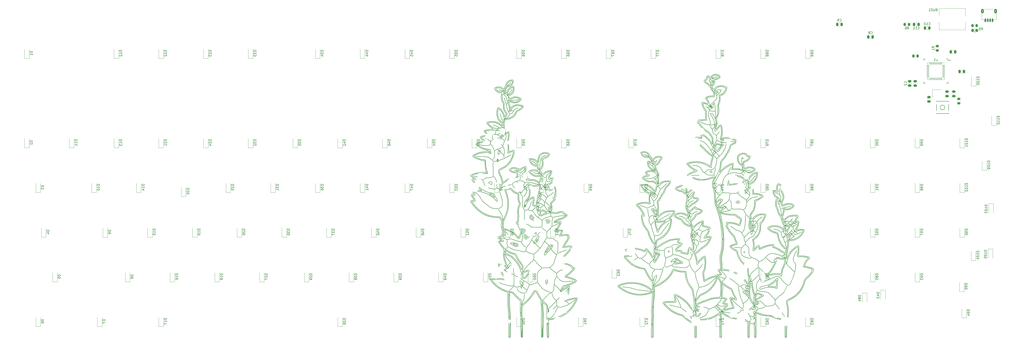
<source format=gbr>
%TF.GenerationSoftware,KiCad,Pcbnew,(6.99.0-3429-gce3fe46751)*%
%TF.CreationDate,2022-10-04T12:52:18+02:00*%
%TF.ProjectId,aek,61656b2e-6b69-4636-9164-5f7063625858,rev?*%
%TF.SameCoordinates,Original*%
%TF.FileFunction,Legend,Bot*%
%TF.FilePolarity,Positive*%
%FSLAX46Y46*%
G04 Gerber Fmt 4.6, Leading zero omitted, Abs format (unit mm)*
G04 Created by KiCad (PCBNEW (6.99.0-3429-gce3fe46751)) date 2022-10-04 12:52:18*
%MOMM*%
%LPD*%
G01*
G04 APERTURE LIST*
G04 Aperture macros list*
%AMRoundRect*
0 Rectangle with rounded corners*
0 $1 Rounding radius*
0 $2 $3 $4 $5 $6 $7 $8 $9 X,Y pos of 4 corners*
0 Add a 4 corners polygon primitive as box body*
4,1,4,$2,$3,$4,$5,$6,$7,$8,$9,$2,$3,0*
0 Add four circle primitives for the rounded corners*
1,1,$1+$1,$2,$3*
1,1,$1+$1,$4,$5*
1,1,$1+$1,$6,$7*
1,1,$1+$1,$8,$9*
0 Add four rect primitives between the rounded corners*
20,1,$1+$1,$2,$3,$4,$5,0*
20,1,$1+$1,$4,$5,$6,$7,0*
20,1,$1+$1,$6,$7,$8,$9,0*
20,1,$1+$1,$8,$9,$2,$3,0*%
%AMHorizOval*
0 Thick line with rounded ends*
0 $1 width*
0 $2 $3 position (X,Y) of the first rounded end (center of the circle)*
0 $4 $5 position (X,Y) of the second rounded end (center of the circle)*
0 Add line between two ends*
20,1,$1,$2,$3,$4,$5,0*
0 Add two circle primitives to create the rounded ends*
1,1,$1,$2,$3*
1,1,$1,$4,$5*%
G04 Aperture macros list end*
%ADD10C,0.200000*%
%ADD11C,0.150000*%
%ADD12C,0.120000*%
%ADD13O,1.070000X1.800000*%
%ADD14R,1.070000X1.800000*%
%ADD15C,9.000000*%
%ADD16C,1.750000*%
%ADD17C,3.987800*%
%ADD18HorizOval,2.250000X0.655001X0.730000X-0.655001X-0.730000X0*%
%ADD19C,2.250000*%
%ADD20HorizOval,2.250000X0.020000X0.290000X-0.020000X-0.290000X0*%
%ADD21C,3.048000*%
%ADD22HorizOval,2.250000X-0.730000X0.655001X0.730000X-0.655001X0*%
%ADD23HorizOval,2.250000X-0.290000X0.020000X0.290000X-0.020000X0*%
%ADD24HorizOval,2.250000X-0.655001X-0.730000X0.655001X0.730000X0*%
%ADD25HorizOval,2.250000X-0.020000X-0.290000X0.020000X0.290000X0*%
%ADD26R,1.200000X0.900000*%
%ADD27RoundRect,0.250000X0.250000X0.475000X-0.250000X0.475000X-0.250000X-0.475000X0.250000X-0.475000X0*%
%ADD28RoundRect,0.250000X-0.450000X0.262500X-0.450000X-0.262500X0.450000X-0.262500X0.450000X0.262500X0*%
%ADD29R,1.800000X1.100000*%
%ADD30RoundRect,0.250000X-0.475000X0.250000X-0.475000X-0.250000X0.475000X-0.250000X0.475000X0.250000X0*%
%ADD31RoundRect,0.250000X-0.250000X-0.475000X0.250000X-0.475000X0.250000X0.475000X-0.250000X0.475000X0*%
%ADD32RoundRect,0.250000X0.475000X-0.250000X0.475000X0.250000X-0.475000X0.250000X-0.475000X-0.250000X0*%
%ADD33RoundRect,0.150000X-0.150000X-0.625000X0.150000X-0.625000X0.150000X0.625000X-0.150000X0.625000X0*%
%ADD34RoundRect,0.250000X-0.350000X-0.650000X0.350000X-0.650000X0.350000X0.650000X-0.350000X0.650000X0*%
%ADD35RoundRect,0.250000X0.450000X-0.262500X0.450000X0.262500X-0.450000X0.262500X-0.450000X-0.262500X0*%
%ADD36RoundRect,0.250000X0.262500X0.450000X-0.262500X0.450000X-0.262500X-0.450000X0.262500X-0.450000X0*%
%ADD37R,1.500000X0.550000*%
%ADD38RoundRect,0.062500X0.475000X0.062500X-0.475000X0.062500X-0.475000X-0.062500X0.475000X-0.062500X0*%
%ADD39R,0.550000X1.500000*%
%ADD40RoundRect,0.062500X0.062500X0.475000X-0.062500X0.475000X-0.062500X-0.475000X0.062500X-0.475000X0*%
%ADD41R,5.200000X5.200000*%
%ADD42R,1.400000X1.200000*%
%ADD43RoundRect,0.250000X-0.262500X-0.450000X0.262500X-0.450000X0.262500X0.450000X-0.262500X0.450000X0*%
%ADD44R,2.200000X2.200000*%
G04 APERTURE END LIST*
D10*
X343579290Y-90722020D02*
X343962150Y-89926520D01*
X232610800Y-71446367D02*
X233360460Y-72168944D01*
X248141650Y-83859347D02*
X247921368Y-83840829D01*
X247720072Y-83775731D01*
X247522108Y-83677492D01*
X247481670Y-83652135D01*
X348249770Y-106617107D02*
X348155312Y-106428659D01*
X347977011Y-106331976D01*
X347928210Y-106321696D01*
X243653940Y-117222760D02*
X243496875Y-117377867D01*
X243341531Y-117530307D01*
X243189631Y-117683838D01*
X243042900Y-117842220D01*
X346863280Y-132057700D02*
X346667232Y-132121801D01*
X346461652Y-132141232D01*
X346442320Y-131958500D01*
X273095210Y-138916181D02*
X272840496Y-138902441D01*
X272549492Y-138925817D01*
X272311909Y-138952350D01*
X272047300Y-138986395D01*
X271762381Y-139026885D01*
X271463870Y-139072752D01*
X271158483Y-139122927D01*
X270852939Y-139176341D01*
X270553953Y-139231927D01*
X270268245Y-139288616D01*
X270002530Y-139345340D01*
X269763526Y-139401031D01*
X269557950Y-139454620D01*
X269392520Y-139505040D01*
X240302950Y-58811997D02*
X240459174Y-58967948D01*
X240606470Y-59124750D01*
X240745069Y-59282823D01*
X240875200Y-59442586D01*
X240997097Y-59604460D01*
X241110988Y-59768865D01*
X241267322Y-60021138D01*
X241406946Y-60281470D01*
X241530640Y-60551278D01*
X241604637Y-60737115D01*
X241672131Y-60928215D01*
X241733354Y-61124997D01*
X241788536Y-61327882D01*
X241837909Y-61537289D01*
X241860490Y-61644571D01*
X346259330Y-90893552D02*
X346366647Y-90699544D01*
X346555248Y-90567052D01*
X346756662Y-90467075D01*
X346963055Y-90383864D01*
X347008490Y-90367268D01*
X373751751Y-126963520D02*
X373792535Y-126755350D01*
X373704408Y-126565538D01*
X373597490Y-126470850D01*
X260207980Y-146320220D02*
X260207267Y-146531672D01*
X260206815Y-146747283D01*
X260206617Y-146966624D01*
X260206669Y-147189264D01*
X260206965Y-147414774D01*
X260207500Y-147642726D01*
X260208270Y-147872689D01*
X260209269Y-148104235D01*
X260210491Y-148336933D01*
X260211933Y-148570356D01*
X260213588Y-148804072D01*
X260215452Y-149037654D01*
X260217519Y-149270671D01*
X260219785Y-149502695D01*
X260222245Y-149733295D01*
X260224892Y-149962043D01*
X260227723Y-150188509D01*
X260230731Y-150412265D01*
X260233913Y-150632879D01*
X260237262Y-150849924D01*
X260240774Y-151062969D01*
X260244443Y-151271586D01*
X260248265Y-151475346D01*
X260256346Y-151866573D01*
X260264975Y-152233216D01*
X260274112Y-152571841D01*
X260283715Y-152879012D01*
X260288680Y-153019730D01*
X261571630Y-142950620D02*
X261724967Y-142794641D01*
X261931726Y-142585199D01*
X262119689Y-142395868D01*
X262299090Y-142216166D01*
X262480168Y-142035609D01*
X262673157Y-141843712D01*
X262888295Y-141629992D01*
X263049079Y-141470211D01*
X263227289Y-141292966D01*
X263425958Y-141095149D01*
X263648120Y-140873655D01*
X263896806Y-140625377D01*
X264175050Y-140347210D01*
X238901870Y-92054684D02*
X238748308Y-92260843D01*
X238585139Y-92409484D01*
X238410264Y-92507556D01*
X238155265Y-92571668D01*
X237944923Y-92578774D01*
X237715885Y-92558479D01*
X237466055Y-92517733D01*
X237193334Y-92463486D01*
X236895626Y-92402689D01*
X236682237Y-92361950D01*
X236456190Y-92323449D01*
X314468120Y-137935500D02*
X314499594Y-138155279D01*
X314531317Y-138393437D01*
X314559343Y-138613213D01*
X314587396Y-138841226D01*
X314614148Y-139067032D01*
X314633720Y-139239070D01*
X347008490Y-90367268D02*
X347309617Y-90245819D01*
X347597405Y-90103243D01*
X347871268Y-89940351D01*
X348130623Y-89757957D01*
X348374883Y-89556876D01*
X348603466Y-89337920D01*
X348815786Y-89101904D01*
X349011260Y-88849640D01*
X349189301Y-88581943D01*
X349349327Y-88299627D01*
X349490753Y-88003504D01*
X349612994Y-87694388D01*
X349715465Y-87373093D01*
X349797583Y-87040433D01*
X349858763Y-86697221D01*
X349898420Y-86344272D01*
X302460470Y-118653950D02*
X302553695Y-118471908D01*
X302612850Y-118473460D01*
X346533420Y-155661740D02*
X346535420Y-152740330D01*
X328188330Y-64960156D02*
X327948197Y-64892445D01*
X327712098Y-64816257D01*
X327478352Y-64733481D01*
X327245283Y-64646010D01*
X327011213Y-64555735D01*
X326774464Y-64464546D01*
X326533357Y-64374336D01*
X326286216Y-64286995D01*
X326031362Y-64204415D01*
X325767118Y-64128487D01*
X325584910Y-64082498D01*
X329861540Y-45606551D02*
X329983724Y-45784574D01*
X330151410Y-45961973D01*
X330348492Y-46128683D01*
X330558862Y-46274644D01*
X330766415Y-46389790D01*
X330955045Y-46464061D01*
X331167276Y-46476812D01*
X331211110Y-46449723D01*
X243794680Y-54651471D02*
X243763888Y-54853801D01*
X243714280Y-54852470D01*
X361672000Y-112168852D02*
X361550012Y-112329833D01*
X361416802Y-112483730D01*
X361270679Y-112637030D01*
X361109953Y-112796223D01*
X360932934Y-112967795D01*
X360778453Y-113118327D01*
X360654520Y-113241150D01*
X251578760Y-112785150D02*
X252153050Y-112788150D01*
X242231010Y-68523608D02*
X242295307Y-68329072D01*
X242369800Y-68217323D01*
X246907380Y-85552413D02*
X247127413Y-85496283D01*
X247332525Y-85493640D01*
X247405314Y-85689022D01*
X247408560Y-85813215D01*
X320292460Y-97467484D02*
X320477069Y-97388196D01*
X320649860Y-97258918D01*
X320810100Y-97110243D01*
X320848880Y-97069725D01*
X338460480Y-90430095D02*
X338213557Y-90501184D01*
X337982551Y-90551525D01*
X337767445Y-90531522D01*
X337705258Y-90339160D01*
X337740360Y-90097514D01*
X264836510Y-119366840D02*
X264783493Y-119617760D01*
X264715230Y-119834755D01*
X264627646Y-120071352D01*
X264525337Y-120322976D01*
X264412898Y-120585048D01*
X264294926Y-120852992D01*
X264176017Y-121122229D01*
X264060768Y-121388183D01*
X263953773Y-121646275D01*
X263859630Y-121891930D01*
X263831900Y-121970260D01*
X345557240Y-78630990D02*
X345762274Y-78642076D01*
X345969468Y-78671425D01*
X346166020Y-78722490D01*
X326813300Y-140298800D02*
X326562851Y-140386786D01*
X326359701Y-140462385D01*
X326147547Y-140544491D01*
X325930100Y-140631551D01*
X325711068Y-140722008D01*
X325494163Y-140814308D01*
X325283093Y-140906894D01*
X325081569Y-140998212D01*
X324893301Y-141086707D01*
X324669310Y-141197620D01*
X363258600Y-112280902D02*
X363824310Y-112058682D01*
X258661750Y-99611495D02*
X258473254Y-99794861D01*
X258289568Y-99964687D01*
X258107104Y-100115611D01*
X257922272Y-100242273D01*
X257731484Y-100339313D01*
X257531152Y-100401370D01*
X257317686Y-100423085D01*
X257087498Y-100399096D01*
X256836999Y-100324043D01*
X256562601Y-100192566D01*
X256364620Y-100070922D01*
X317170940Y-145938730D02*
X316940884Y-145876102D01*
X316706414Y-145806163D01*
X316468556Y-145729370D01*
X316228335Y-145646180D01*
X315986775Y-145557051D01*
X315744903Y-145462441D01*
X315503743Y-145362807D01*
X315264321Y-145258607D01*
X315027661Y-145150299D01*
X314794790Y-145038340D01*
X314566732Y-144923188D01*
X314344513Y-144805300D01*
X314129158Y-144685135D01*
X313921692Y-144563150D01*
X313723141Y-144439802D01*
X313534530Y-144315550D01*
X345335420Y-89093886D02*
X345177400Y-89011257D01*
X354690370Y-120416850D02*
X354445319Y-120588446D01*
X354215403Y-120774617D01*
X353996982Y-120972845D01*
X353786416Y-121180613D01*
X353580064Y-121395404D01*
X353374287Y-121614699D01*
X353165445Y-121835982D01*
X352949896Y-122056735D01*
X352724001Y-122274440D01*
X352484120Y-122486581D01*
X352226612Y-122690640D01*
X351947837Y-122884099D01*
X351644156Y-123064441D01*
X351311928Y-123229148D01*
X350947512Y-123375703D01*
X350752097Y-123441387D01*
X350547270Y-123501590D01*
X302557540Y-109861842D02*
X302723647Y-110054603D01*
X302866315Y-110238574D01*
X302988011Y-110418506D01*
X303091202Y-110599155D01*
X303178355Y-110785275D01*
X303251937Y-110981620D01*
X303314416Y-111192944D01*
X303368260Y-111424002D01*
X341149550Y-97784903D02*
X340958073Y-97951373D01*
X340805253Y-98133968D01*
X340751500Y-98336318D01*
X340916559Y-98481285D01*
X341141128Y-98519640D01*
X341320320Y-98521734D01*
X264191830Y-128283920D02*
X264283210Y-128468663D01*
X264340566Y-128661323D01*
X264380815Y-128907755D01*
X264405756Y-129153806D01*
X264436416Y-129392391D01*
X264493827Y-129616427D01*
X264573150Y-129780420D01*
X308473100Y-120223620D02*
X308268330Y-120173892D01*
X308049355Y-120150419D01*
X307824226Y-120134235D01*
X307622990Y-120124126D01*
X307408195Y-120117024D01*
X307297220Y-120114740D01*
X258915940Y-101987564D02*
X259120993Y-102090904D01*
X259327537Y-102186227D01*
X259538812Y-102277045D01*
X259735165Y-102354694D01*
X259809880Y-102381793D01*
X251343190Y-125951870D02*
X251195386Y-126141435D01*
X251073414Y-126315745D01*
X250948516Y-126505474D01*
X250821051Y-126706261D01*
X250691379Y-126913747D01*
X250559858Y-127123574D01*
X250426848Y-127331381D01*
X250326330Y-127483290D01*
X254694040Y-99245704D02*
X254605516Y-99049030D01*
X254594517Y-98844928D01*
X254621463Y-98612140D01*
X254661471Y-98409610D01*
X254671540Y-98365136D01*
X242143690Y-104587404D02*
X241416650Y-106117546D01*
X332916530Y-100336348D02*
X333002230Y-100422078D01*
X314711870Y-142535610D02*
X312414740Y-141878630D01*
X308014990Y-120404890D02*
X307633610Y-120919570D01*
X261162780Y-90208326D02*
X260957566Y-90255330D01*
X260758548Y-90319580D01*
X260578744Y-90420182D01*
X260574210Y-90426560D01*
X306688950Y-130634530D02*
X306796138Y-130363361D01*
X306883470Y-130129571D01*
X306951235Y-129930824D01*
X307011650Y-129716294D01*
X307039517Y-129491387D01*
X306902040Y-129324339D01*
X306851710Y-129320940D01*
X349179260Y-138906760D02*
X349179260Y-138906760D01*
X234563440Y-85635763D02*
X234016280Y-85483227D01*
X366137401Y-124573590D02*
X366193982Y-124785588D01*
X366210672Y-125016913D01*
X366202424Y-125217207D01*
X366181149Y-125418144D01*
X366147815Y-125651942D01*
X366126200Y-125798720D01*
X348036210Y-117873280D02*
X348007697Y-118110105D01*
X347980916Y-118366389D01*
X347966869Y-118602298D01*
X347986887Y-118802681D01*
X348163400Y-118906990D01*
X244261080Y-55515231D02*
X244376594Y-55335697D01*
X244600954Y-55313788D01*
X244813025Y-55395672D01*
X245012452Y-55484537D01*
X245070880Y-55511031D01*
X304756290Y-113819310D02*
X304756290Y-113819310D01*
X370924620Y-122615040D02*
X370773940Y-122753120D01*
X370634549Y-122900135D01*
X370505581Y-123057400D01*
X370386172Y-123226232D01*
X370275459Y-123407946D01*
X370172577Y-123603858D01*
X370076662Y-123815284D01*
X369986850Y-124043540D01*
X358030100Y-128536530D02*
X358030100Y-128536530D01*
X348369110Y-138995020D02*
X348342578Y-139206954D01*
X348320832Y-139437902D01*
X348304131Y-139680433D01*
X348292736Y-139927116D01*
X348286906Y-140170520D01*
X348286902Y-140403214D01*
X348292983Y-140617768D01*
X348305410Y-140806750D01*
X247635690Y-134834090D02*
X247682180Y-135091500D01*
X247747094Y-135324266D01*
X247831007Y-135534137D01*
X247934494Y-135722861D01*
X248058130Y-135892186D01*
X248202491Y-136043859D01*
X248368153Y-136179630D01*
X248555689Y-136301246D01*
X248765677Y-136410455D01*
X248998691Y-136509007D01*
X249167110Y-136569650D01*
X243347560Y-133486460D02*
X243122971Y-133443272D01*
X242921933Y-133405567D01*
X242707462Y-133364414D01*
X242484690Y-133319219D01*
X242258751Y-133269389D01*
X242034777Y-133214331D01*
X241817901Y-133153449D01*
X241662990Y-133103610D01*
X364176740Y-105890327D02*
X363988944Y-106056447D01*
X363828946Y-106199457D01*
X363652783Y-106359954D01*
X363480604Y-106523193D01*
X363322956Y-106684646D01*
X363171027Y-106859276D01*
X363083460Y-106967835D01*
X359240390Y-102862379D02*
X359240390Y-102862379D01*
X261877580Y-116916560D02*
X261877580Y-116916560D01*
X335370590Y-110254862D02*
X335340409Y-110018206D01*
X335309235Y-109779201D01*
X335277138Y-109538279D01*
X335244190Y-109295872D01*
X335210464Y-109052412D01*
X335176033Y-108808331D01*
X335140967Y-108564061D01*
X335105340Y-108320035D01*
X335069223Y-108076684D01*
X335032689Y-107834441D01*
X334995810Y-107593737D01*
X334958657Y-107355006D01*
X334921304Y-107118678D01*
X334883822Y-106885187D01*
X334846283Y-106654964D01*
X334808760Y-106428441D01*
X334771324Y-106206051D01*
X334734048Y-105988226D01*
X334697004Y-105775397D01*
X334660264Y-105567997D01*
X334623901Y-105366458D01*
X334552591Y-104982692D01*
X334483652Y-104627555D01*
X334417661Y-104304504D01*
X334355195Y-104016997D01*
X334296832Y-103768490D01*
X334269370Y-103659943D01*
X358951020Y-147564860D02*
X358951200Y-147565280D01*
X242800100Y-120452470D02*
X242997854Y-120558094D01*
X243188918Y-120640325D01*
X243398701Y-120702728D01*
X243536290Y-120705450D01*
X237690470Y-71857835D02*
X237520870Y-71670448D01*
X237385149Y-71492074D01*
X237279551Y-71315768D01*
X237179122Y-71071907D01*
X237129207Y-70873418D01*
X237096898Y-70653846D01*
X237078439Y-70406248D01*
X237070074Y-70123678D01*
X237068252Y-69912439D01*
X237068134Y-69680513D01*
X237068608Y-69425842D01*
X237068720Y-69289334D01*
X331868060Y-66063269D02*
X331799484Y-66268197D01*
X331756095Y-66500356D01*
X331728734Y-66730378D01*
X331714542Y-66932608D01*
X331709530Y-67135264D01*
X331102930Y-87209082D02*
X330295950Y-87531454D01*
X257283290Y-94604762D02*
X257078763Y-94524844D01*
X257023240Y-94413334D01*
X306874710Y-103110846D02*
X306731480Y-103623943D01*
X249660190Y-129389930D02*
X249585990Y-130546240D01*
X272821390Y-131455670D02*
X272649082Y-131303262D01*
X272410000Y-131160378D01*
X272206724Y-131054899D01*
X271973575Y-130943348D01*
X271715047Y-130827531D01*
X271435630Y-130709254D01*
X271139816Y-130590322D01*
X270832095Y-130472541D01*
X270516960Y-130357717D01*
X270198901Y-130247655D01*
X269882410Y-130144162D01*
X269571977Y-130049042D01*
X269272096Y-129964103D01*
X268987255Y-129891148D01*
X268851880Y-129859730D01*
X350946500Y-108613858D02*
X350942049Y-108849382D01*
X350936291Y-109062994D01*
X350924147Y-109347576D01*
X350906353Y-109596353D01*
X350881285Y-109817428D01*
X350847320Y-110018899D01*
X350785384Y-110271033D01*
X350700895Y-110521918D01*
X350620412Y-110720812D01*
X350523453Y-110937904D01*
X350448860Y-111096742D01*
X266165790Y-142890290D02*
X265957819Y-142928435D01*
X265752625Y-142941339D01*
X265534365Y-142908746D01*
X265339702Y-142836303D01*
X265118424Y-142711409D01*
X264930119Y-142577080D01*
X264718859Y-142403038D01*
X264563575Y-142262788D01*
X264481220Y-142184910D01*
X310057370Y-102343135D02*
X309828476Y-102454989D01*
X309645234Y-102552357D01*
X309455682Y-102658996D01*
X309263064Y-102772854D01*
X309070628Y-102891878D01*
X308881620Y-103014016D01*
X308699285Y-103137217D01*
X308526870Y-103259427D01*
X308318024Y-103417286D01*
X308181380Y-103529205D01*
X330736560Y-78861566D02*
X330648213Y-79104109D01*
X330557369Y-79376220D01*
X330496355Y-79570466D01*
X330435634Y-79772470D01*
X330375766Y-79980080D01*
X330317312Y-80191142D01*
X330260835Y-80403504D01*
X330206893Y-80615011D01*
X330156049Y-80823512D01*
X330108863Y-81026853D01*
X330065896Y-81222880D01*
X330010584Y-81498499D01*
X329967920Y-81745552D01*
X329947440Y-81890796D01*
X332848830Y-48751911D02*
X332642093Y-48862420D01*
X332455778Y-48983886D01*
X332266175Y-49124613D01*
X332082158Y-49277621D01*
X331912604Y-49435932D01*
X331766390Y-49592568D01*
X331740730Y-49623080D01*
X239575500Y-125022990D02*
X239626666Y-125270286D01*
X239677607Y-125464535D01*
X239740524Y-125678511D01*
X239814147Y-125908973D01*
X239897200Y-126152679D01*
X239988411Y-126406389D01*
X240086508Y-126666861D01*
X240190215Y-126930855D01*
X240298261Y-127195130D01*
X240409372Y-127456443D01*
X240522274Y-127711555D01*
X240635695Y-127957224D01*
X240748362Y-128190209D01*
X240859000Y-128407269D01*
X240966337Y-128605163D01*
X241018370Y-128695910D01*
X327727680Y-58591499D02*
X327606156Y-58422441D01*
X327476021Y-58210202D01*
X327341765Y-57965181D01*
X327207878Y-57697776D01*
X327121044Y-57512205D01*
X327037701Y-57324389D01*
X326959179Y-57137408D01*
X326853348Y-56865242D01*
X326765851Y-56612287D01*
X326701178Y-56388942D01*
X326658215Y-56155179D01*
X326656310Y-56110741D01*
X244802220Y-92612260D02*
X245417730Y-93270401D01*
X351830010Y-103135909D02*
X351534948Y-103143567D01*
X351243261Y-103167621D01*
X350955673Y-103207718D01*
X350672911Y-103263509D01*
X350395701Y-103334640D01*
X350124767Y-103420762D01*
X349860835Y-103521523D01*
X349604632Y-103636572D01*
X349356882Y-103765557D01*
X349118312Y-103908127D01*
X348889646Y-104063931D01*
X348671611Y-104232618D01*
X348464933Y-104413837D01*
X348270336Y-104607235D01*
X348088546Y-104812462D01*
X347920290Y-105029168D01*
X356528370Y-146783130D02*
X356331538Y-146699624D01*
X356140710Y-146624542D01*
X355895298Y-146537459D01*
X355659810Y-146465160D01*
X355433818Y-146407539D01*
X355216895Y-146364485D01*
X355008613Y-146335890D01*
X354808546Y-146321645D01*
X354711460Y-146319870D01*
X323440680Y-144175760D02*
X323657796Y-144140481D01*
X323860181Y-144100822D01*
X324138448Y-144033195D01*
X324389506Y-143955894D01*
X324616919Y-143869030D01*
X324824246Y-143772710D01*
X325015049Y-143667041D01*
X325192891Y-143552134D01*
X325361332Y-143428095D01*
X325523934Y-143295033D01*
X325684259Y-143153057D01*
X325737810Y-143103770D01*
X344574540Y-119454640D02*
X344474736Y-119273142D01*
X344272955Y-119213987D01*
X344255490Y-119213700D01*
X305829610Y-87666401D02*
X304451330Y-88076210D01*
X330179240Y-86596544D02*
X329887292Y-86599982D01*
X329622445Y-86593691D01*
X329382311Y-86577739D01*
X329164502Y-86552194D01*
X328966628Y-86517125D01*
X328701971Y-86446813D01*
X328468736Y-86355459D01*
X328258860Y-86243293D01*
X328064282Y-86110547D01*
X327876942Y-85957453D01*
X327688778Y-85784243D01*
X327491730Y-85591147D01*
X327422680Y-85522404D01*
X247946290Y-58859049D02*
X247747023Y-58950091D01*
X247540305Y-59063331D01*
X247371787Y-59184418D01*
X247206609Y-59352866D01*
X247088678Y-59523180D01*
X246978535Y-59730398D01*
X246934530Y-59825652D01*
X228522710Y-95247007D02*
X229120490Y-95199917D01*
X260091550Y-131886210D02*
X260091550Y-131886210D01*
X236232750Y-64152708D02*
X236574427Y-64122501D01*
X236902453Y-64106828D01*
X237217866Y-64106032D01*
X237521707Y-64120454D01*
X237815017Y-64150439D01*
X238098838Y-64196327D01*
X238374208Y-64258463D01*
X238642170Y-64337189D01*
X238903762Y-64432847D01*
X239160028Y-64545780D01*
X239412006Y-64676331D01*
X239660737Y-64824842D01*
X239907262Y-64991656D01*
X240152623Y-65177117D01*
X240397858Y-65381566D01*
X240644010Y-65605346D01*
X249447210Y-141023650D02*
X249504010Y-139938850D01*
X315042220Y-139298660D02*
X315004017Y-139040208D01*
X314971569Y-138795904D01*
X314945358Y-138571321D01*
X314925867Y-138372035D01*
X314911686Y-138166994D01*
X314914747Y-137966441D01*
X314924730Y-137939360D01*
X371438320Y-122720450D02*
X371612843Y-122551794D01*
X371761136Y-122397503D01*
X371909569Y-122224906D01*
X372033438Y-122047631D01*
X372108055Y-121843069D01*
X372098310Y-121775900D01*
X330026030Y-57343474D02*
X329877285Y-57495182D01*
X329738908Y-57641445D01*
X329571684Y-57804779D01*
X329400273Y-57932286D01*
X329213353Y-58008790D01*
X328999597Y-58019112D01*
X328801660Y-57969520D01*
X360074560Y-127778560D02*
X360019891Y-128037350D01*
X359971113Y-128254703D01*
X359913491Y-128483954D01*
X359850008Y-128680734D01*
X359671547Y-128772961D01*
X359644440Y-128739240D01*
X342277150Y-93332666D02*
X342453009Y-93163851D01*
X342621472Y-93006776D01*
X342785483Y-92859811D01*
X342947984Y-92721327D01*
X343111921Y-92589694D01*
X343280238Y-92463281D01*
X343349450Y-92413813D01*
X244002100Y-137402060D02*
X244063273Y-137607340D01*
X244065600Y-137820460D01*
X254067660Y-120221790D02*
X253860838Y-120166551D01*
X253633347Y-120094121D01*
X253391896Y-120008112D01*
X253143191Y-119912135D01*
X252893941Y-119809804D01*
X252650854Y-119704730D01*
X252420637Y-119600526D01*
X252209999Y-119500804D01*
X252025648Y-119409175D01*
X251832330Y-119305839D01*
X251795030Y-119284260D01*
X249371590Y-148195850D02*
X249339839Y-147991412D01*
X249371590Y-147812990D01*
X259274370Y-91341817D02*
X258814940Y-91341817D01*
X333652780Y-145861380D02*
X333753690Y-149101690D01*
X239234060Y-80085876D02*
X239213560Y-79779592D01*
X257165420Y-78736528D02*
X257257979Y-78550371D01*
X257393139Y-78360813D01*
X257564339Y-78173232D01*
X257712441Y-78037080D01*
X257874356Y-77907333D01*
X258047314Y-77786263D01*
X258228547Y-77676137D01*
X258415288Y-77579224D01*
X258604766Y-77497793D01*
X258731240Y-77453229D01*
X254305170Y-104182469D02*
X254168035Y-104033335D01*
X254001666Y-103861345D01*
X253847013Y-103710936D01*
X253686108Y-103567303D01*
X253518781Y-103448660D01*
X253488400Y-103440066D01*
X340439690Y-145420930D02*
X340677014Y-145430830D01*
X340896913Y-145435785D01*
X341100759Y-145434450D01*
X341349960Y-145420567D01*
X341576324Y-145389929D01*
X341783108Y-145339353D01*
X341973570Y-145265653D01*
X342150967Y-145165646D01*
X342277400Y-145071460D01*
X349577390Y-139334750D02*
X349410241Y-139467424D01*
X349248309Y-139595558D01*
X349087097Y-139722013D01*
X349079560Y-139727570D01*
X365554260Y-107110564D02*
X366473881Y-107728034D01*
X254694240Y-99245699D02*
X254694040Y-99245704D01*
X358663900Y-96749125D02*
X358635332Y-96954287D01*
X358480130Y-96885665D01*
X295731150Y-117834630D02*
X295451668Y-117867666D01*
X295193859Y-117901061D01*
X294957222Y-117934968D01*
X294741252Y-117969541D01*
X294454952Y-118022985D01*
X294212329Y-118078791D01*
X294011686Y-118137477D01*
X293806533Y-118221103D01*
X293624289Y-118360558D01*
X293578810Y-118492260D01*
X323746140Y-88045339D02*
X323747000Y-88045330D01*
X345085330Y-83429142D02*
X344308090Y-83822997D01*
X346343000Y-88562579D02*
X346414051Y-88373100D01*
X346501243Y-88182343D01*
X346603399Y-87991528D01*
X346719340Y-87801876D01*
X346847887Y-87614608D01*
X346987861Y-87430945D01*
X347138085Y-87252109D01*
X347297380Y-87079321D01*
X347464566Y-86913802D01*
X347638467Y-86756773D01*
X347817904Y-86609455D01*
X348001697Y-86473070D01*
X348188668Y-86348838D01*
X348377640Y-86237981D01*
X348567433Y-86141720D01*
X348756870Y-86061276D01*
X249759050Y-147758020D02*
X249741840Y-147361899D01*
X249726197Y-146968204D01*
X249712155Y-146579344D01*
X249699750Y-146197726D01*
X249689017Y-145825760D01*
X249679989Y-145465855D01*
X249672703Y-145120418D01*
X249667193Y-144791860D01*
X249663494Y-144482587D01*
X249661642Y-144195009D01*
X249661670Y-143931535D01*
X249663614Y-143694573D01*
X249667509Y-143486532D01*
X249677086Y-143233965D01*
X249691250Y-143060020D01*
X263098860Y-88226474D02*
X263094185Y-88026161D01*
X262972906Y-87845074D01*
X262744008Y-87820675D01*
X262535970Y-87827383D01*
X262335710Y-87838906D01*
X262259730Y-87843618D01*
X304145770Y-97779556D02*
X304112835Y-97556709D01*
X304086851Y-97323076D01*
X304067599Y-97082130D01*
X304054860Y-96837343D01*
X304048413Y-96592186D01*
X304048038Y-96350131D01*
X304053518Y-96114651D01*
X304064631Y-95889218D01*
X304081158Y-95677303D01*
X304115620Y-95392373D01*
X304161029Y-95157390D01*
X304237321Y-94942027D01*
X304330000Y-94864068D01*
X370287980Y-124440290D02*
X370370189Y-124239704D01*
X370454763Y-124051653D01*
X370572966Y-123817788D01*
X370699593Y-123599898D01*
X370837056Y-123394380D01*
X370987766Y-123197629D01*
X371154134Y-123006040D01*
X371338571Y-122816008D01*
X371438320Y-122720450D01*
X324468960Y-146567830D02*
X323976910Y-147198640D01*
X347571840Y-108187460D02*
X347598996Y-108421282D01*
X347616346Y-108620659D01*
X347634097Y-108819977D01*
X347662794Y-109053572D01*
X347707518Y-109274690D01*
X347750400Y-109411832D01*
X332722980Y-129537140D02*
X332893023Y-129426653D01*
X333088363Y-129371274D01*
X333300100Y-129339484D01*
X333504632Y-129324756D01*
X333684920Y-129321060D01*
X332837500Y-129786670D02*
X332675299Y-129920539D01*
X332586174Y-130117071D01*
X332562480Y-130201520D01*
X235496890Y-76628903D02*
X235312635Y-76499842D01*
X235096511Y-76363544D01*
X234911973Y-76267717D01*
X234722083Y-76204143D01*
X234501536Y-76230210D01*
X234366790Y-76410320D01*
X342890150Y-134221520D02*
X343077015Y-134417206D01*
X343266194Y-134624468D01*
X343465096Y-134837622D01*
X343606757Y-134980193D01*
X343758227Y-135121172D01*
X343921702Y-135258877D01*
X344099376Y-135391624D01*
X344293446Y-135517729D01*
X344506106Y-135635508D01*
X344739552Y-135743277D01*
X344995978Y-135839352D01*
X345277581Y-135922050D01*
X345586555Y-135989687D01*
X345925096Y-136040579D01*
X346106140Y-136059220D01*
X349321950Y-143180450D02*
X349321950Y-143180450D01*
X241613970Y-64235640D02*
X241634763Y-64445376D01*
X241644807Y-64655230D01*
X241653394Y-64870446D01*
X241662985Y-65076328D01*
X241676770Y-65307636D01*
X340199180Y-118705950D02*
X340406231Y-118808527D01*
X340625761Y-118925506D01*
X340825240Y-119060784D01*
X340962111Y-119210944D01*
X341058504Y-119404959D01*
X341121345Y-119611217D01*
X341183771Y-119878920D01*
X341218370Y-120040450D01*
X262337340Y-144328140D02*
X262189339Y-144476907D01*
X262021752Y-144641126D01*
X261837873Y-144797371D01*
X261640997Y-144922218D01*
X261434418Y-144992242D01*
X261221431Y-144984016D01*
X261135180Y-144953570D01*
X360670010Y-99917758D02*
X360872638Y-99840573D01*
X361075345Y-99730938D01*
X361248728Y-99627023D01*
X361399060Y-99530550D01*
X307400770Y-101414165D02*
X307284210Y-102221410D01*
X234905580Y-69543439D02*
X233783930Y-69717816D01*
X324188000Y-119700450D02*
X324390877Y-119561247D01*
X324563726Y-119432755D01*
X324740262Y-119293809D01*
X324915236Y-119148813D01*
X325083399Y-119002173D01*
X325239501Y-118858294D01*
X325409671Y-118689039D01*
X325467870Y-118626400D01*
X303827520Y-106349740D02*
X303891158Y-106567336D01*
X303956524Y-106760016D01*
X304045602Y-106983905D01*
X304135912Y-107177285D01*
X304248931Y-107388105D01*
X304360180Y-107578951D01*
X304467605Y-107765209D01*
X304529370Y-107881163D01*
X244735140Y-135446680D02*
X244587836Y-135597702D01*
X244445077Y-135751271D01*
X244316250Y-135937782D01*
X244226310Y-136140299D01*
X244169669Y-136345800D01*
X244129651Y-136599712D01*
X244122570Y-136671810D01*
X364432170Y-114499070D02*
X364638763Y-114468493D01*
X364842145Y-114432968D01*
X365042294Y-114392510D01*
X365239192Y-114347131D01*
X365432817Y-114296846D01*
X365810174Y-114181609D01*
X366174207Y-114046907D01*
X366524756Y-113892849D01*
X366861664Y-113719543D01*
X367184772Y-113527097D01*
X367493922Y-113315620D01*
X367788956Y-113085220D01*
X368069714Y-112836005D01*
X368336039Y-112568084D01*
X368587772Y-112281565D01*
X368824755Y-111976556D01*
X369046829Y-111653165D01*
X369253836Y-111311502D01*
X369351640Y-111133852D01*
X346379320Y-129715670D02*
X346311770Y-129456213D01*
X346264005Y-129172465D01*
X346230441Y-128941658D01*
X346196227Y-128684099D01*
X346161983Y-128405416D01*
X346128331Y-128111235D01*
X346095893Y-127807181D01*
X346065290Y-127498881D01*
X346037144Y-127191960D01*
X346012076Y-126892046D01*
X345990708Y-126604764D01*
X345973662Y-126335739D01*
X345961558Y-126090599D01*
X345955020Y-125874970D01*
X336415600Y-78641326D02*
X336534885Y-78434526D01*
X336651121Y-78236928D01*
X336781223Y-78018425D01*
X336885330Y-77845095D01*
X336993031Y-77666983D01*
X337102523Y-77487082D01*
X337212006Y-77308383D01*
X337319675Y-77133875D01*
X337457300Y-76912889D01*
X261362770Y-100913189D02*
X261388929Y-100713694D01*
X261499530Y-100683476D01*
X306609380Y-108800032D02*
X306692530Y-109029217D01*
X306758348Y-109224868D01*
X306821652Y-109424995D01*
X306880700Y-109623638D01*
X306945867Y-109860771D01*
X306998256Y-110074623D01*
X307034460Y-110253552D01*
X244722680Y-150799160D02*
X244722233Y-150530766D01*
X244721275Y-150261192D01*
X244719815Y-149990766D01*
X244717862Y-149719818D01*
X244715425Y-149448677D01*
X244712513Y-149177671D01*
X244709137Y-148907130D01*
X244705304Y-148637382D01*
X244701026Y-148368757D01*
X244696310Y-148101584D01*
X244691166Y-147836191D01*
X244685603Y-147572907D01*
X244679631Y-147312063D01*
X244673260Y-147053985D01*
X244666497Y-146799005D01*
X244659353Y-146547450D01*
X244651837Y-146299649D01*
X244643958Y-146055932D01*
X244635726Y-145816628D01*
X244627150Y-145582065D01*
X244618238Y-145352573D01*
X244609001Y-145128480D01*
X244599448Y-144910116D01*
X244589588Y-144697809D01*
X244579430Y-144491889D01*
X244558258Y-144100525D01*
X244536007Y-143738655D01*
X244512751Y-143408911D01*
X244500770Y-143256910D01*
X255899580Y-100390390D02*
X255824360Y-100593053D01*
X255780308Y-100793194D01*
X255787528Y-101008161D01*
X255844158Y-101215472D01*
X255897580Y-101353301D01*
X240399380Y-71746394D02*
X240399380Y-71746394D01*
X325930780Y-148359750D02*
X326198127Y-148355128D01*
X326452950Y-148348709D01*
X326696002Y-148340416D01*
X326928036Y-148330168D01*
X327149804Y-148317888D01*
X327362059Y-148303497D01*
X327565554Y-148286916D01*
X327856019Y-148257767D01*
X328131009Y-148223248D01*
X328393065Y-148183093D01*
X328644728Y-148137037D01*
X328888539Y-148084814D01*
X329127040Y-148026160D01*
X253785960Y-81954506D02*
X253970601Y-82106120D01*
X254190358Y-82252828D01*
X254371728Y-82356802D01*
X254562226Y-82453370D01*
X254757298Y-82540544D01*
X254952390Y-82616332D01*
X255142949Y-82678743D01*
X255382106Y-82737710D01*
X255594313Y-82764638D01*
X255641890Y-82765812D01*
X305523450Y-136365510D02*
X305328954Y-136311496D01*
X305121967Y-136261584D01*
X304901972Y-136215296D01*
X304668452Y-136172156D01*
X304420888Y-136131690D01*
X304158764Y-136093421D01*
X303881562Y-136056874D01*
X303588766Y-136021572D01*
X303279857Y-135987040D01*
X302954319Y-135952802D01*
X302611634Y-135918383D01*
X302251284Y-135883306D01*
X301872754Y-135847096D01*
X301475524Y-135809277D01*
X301269736Y-135789616D01*
X301059078Y-135769374D01*
X300843488Y-135748491D01*
X300622900Y-135726910D01*
X303963540Y-78843876D02*
X304120905Y-78998526D01*
X304269484Y-79171140D01*
X304409150Y-79358527D01*
X304539777Y-79557497D01*
X304661239Y-79764857D01*
X304773410Y-79977416D01*
X304876164Y-80191985D01*
X304969375Y-80405371D01*
X305052916Y-80614383D01*
X305126661Y-80815831D01*
X305190486Y-81006523D01*
X305267343Y-81265414D01*
X305321168Y-81482155D01*
X305356370Y-81686961D01*
X252537720Y-128783520D02*
X252682570Y-128620969D01*
X252790064Y-128440398D01*
X252842260Y-128248230D01*
X303368260Y-111424002D02*
X303419545Y-111643718D01*
X303484540Y-111876600D01*
X303562264Y-112120625D01*
X303651740Y-112373773D01*
X303751989Y-112634021D01*
X303862034Y-112899348D01*
X303980896Y-113167731D01*
X304107596Y-113437150D01*
X304241156Y-113705582D01*
X304380598Y-113971005D01*
X304524944Y-114231398D01*
X304673216Y-114484739D01*
X304824434Y-114729007D01*
X304977622Y-114962179D01*
X305131800Y-115182234D01*
X305285990Y-115387150D01*
X259121230Y-99611497D02*
X258858345Y-99513552D01*
X258633328Y-99386951D01*
X258432363Y-99241431D01*
X258241632Y-99086727D01*
X258047317Y-98932577D01*
X257835601Y-98788716D01*
X257592667Y-98664881D01*
X257304696Y-98570809D01*
X257080873Y-98529437D01*
X256826798Y-98508506D01*
X256538378Y-98510899D01*
X256211520Y-98539502D01*
X346160430Y-91645062D02*
X346198833Y-91432740D01*
X346230280Y-91220275D01*
X346253303Y-91011784D01*
X346259330Y-90893552D01*
X251531310Y-88180766D02*
X251424130Y-88771646D01*
X349269730Y-117988140D02*
X349443133Y-117803561D01*
X349609762Y-117631366D01*
X349765624Y-117475323D01*
X349939224Y-117308724D01*
X350106113Y-117160256D01*
X350243620Y-117069290D01*
X263573060Y-95259532D02*
X263588437Y-95473872D01*
X263462535Y-95644900D01*
X263290738Y-95806894D01*
X263260770Y-95832379D01*
X312414470Y-89557701D02*
X312338637Y-89792069D01*
X312215695Y-90011005D01*
X312093588Y-90197286D01*
X311951195Y-90395348D01*
X311793322Y-90598763D01*
X311624780Y-90801103D01*
X311450375Y-90995937D01*
X311274915Y-91176838D01*
X311103210Y-91337376D01*
X311047640Y-91385253D01*
X247414610Y-116544670D02*
X247240813Y-116666765D01*
X247071350Y-116763440D01*
X331618450Y-88290145D02*
X331360690Y-87749614D01*
X324570540Y-103322570D02*
X324805640Y-103245709D01*
X325050102Y-103142038D01*
X325296831Y-103016782D01*
X325538735Y-102875163D01*
X325768717Y-102722406D01*
X325979683Y-102563736D01*
X326164540Y-102404376D01*
X326316194Y-102249550D01*
X326454485Y-102059199D01*
X326504320Y-101898581D01*
X239711760Y-77733129D02*
X239894954Y-77641702D01*
X239964110Y-77482458D01*
X314936620Y-92116500D02*
X314936964Y-92322570D01*
X315058214Y-92511916D01*
X315260803Y-92717517D01*
X315431109Y-92857585D01*
X315622653Y-92995831D01*
X315829471Y-93128638D01*
X316045597Y-93252386D01*
X316265067Y-93363459D01*
X316481916Y-93458237D01*
X316690178Y-93533103D01*
X316883890Y-93584438D01*
X317134126Y-93609404D01*
X317318070Y-93561074D01*
X261604950Y-92885052D02*
X261461956Y-92701991D01*
X261359414Y-92482189D01*
X261282022Y-92267914D01*
X261212281Y-92030306D01*
X261153445Y-91779359D01*
X261108770Y-91525070D01*
X261081510Y-91277436D01*
X351272350Y-95251821D02*
X351487196Y-95343472D01*
X351666264Y-95440548D01*
X351656408Y-95650479D01*
X351526580Y-95799915D01*
X249295690Y-145247860D02*
X249277984Y-145447173D01*
X249218490Y-145439290D01*
X304700100Y-121170410D02*
X304823017Y-121372585D01*
X304948375Y-121563991D01*
X305072665Y-121740239D01*
X305221181Y-121932547D01*
X305355696Y-122085739D01*
X305507451Y-122218174D01*
X305555320Y-122240490D01*
X349321850Y-150542200D02*
X349321850Y-145422670D01*
X242205710Y-62614482D02*
X242372214Y-62447770D01*
X242496787Y-62268801D01*
X242637349Y-62046599D01*
X242785232Y-61796550D01*
X242883606Y-61621975D01*
X243024426Y-61359696D01*
X243149450Y-61110589D01*
X243250009Y-60890040D01*
X243331049Y-60666982D01*
X243343060Y-60596142D01*
X361758160Y-118177690D02*
X361898630Y-118320805D01*
X361948208Y-118516074D01*
X361929039Y-118748045D01*
X361886720Y-118976464D01*
X361863471Y-119085550D01*
X303012980Y-81422147D02*
X303063449Y-81715059D01*
X303125624Y-81992423D01*
X303199828Y-82254652D01*
X303286386Y-82502160D01*
X303385622Y-82735358D01*
X303497859Y-82954662D01*
X303623422Y-83160482D01*
X303762635Y-83353234D01*
X303915820Y-83533328D01*
X304083303Y-83701180D01*
X304265408Y-83857201D01*
X304462458Y-84001805D01*
X304674777Y-84135405D01*
X304902689Y-84258414D01*
X305146519Y-84371245D01*
X305406590Y-84474312D01*
X253879720Y-105626346D02*
X254121720Y-105789600D01*
X254333307Y-105926808D01*
X254520025Y-106040151D01*
X254739883Y-106157922D01*
X254938535Y-106242314D01*
X255177055Y-106308743D01*
X255376056Y-106336938D01*
X255596574Y-106348557D01*
X255719010Y-106349768D01*
X256517810Y-90430622D02*
X256282688Y-90407237D01*
X256070355Y-90386769D01*
X255835275Y-90360327D01*
X255576336Y-90323837D01*
X255365804Y-90287427D01*
X255140755Y-90241357D01*
X254900721Y-90183909D01*
X254645233Y-90113366D01*
X254373820Y-90028010D01*
X241048860Y-109367182D02*
X241127409Y-109604085D01*
X241190960Y-109809059D01*
X241253277Y-110045157D01*
X241291123Y-110254413D01*
X241305751Y-110453929D01*
X241298413Y-110660804D01*
X241270365Y-110892137D01*
X241236490Y-111091974D01*
X241192200Y-111322402D01*
X358803250Y-129872880D02*
X358582369Y-129809077D01*
X358364163Y-129783716D01*
X358154782Y-129787879D01*
X357923839Y-129819287D01*
X357725094Y-129864953D01*
X357591740Y-129902780D01*
X361879141Y-112640790D02*
X361718125Y-112793577D01*
X361567122Y-112935920D01*
X361378745Y-113081998D01*
X361198791Y-113173997D01*
X360982505Y-113230672D01*
X360773583Y-113245355D01*
X360654610Y-113241110D01*
X249302520Y-111403472D02*
X249345708Y-111195973D01*
X249407571Y-111000436D01*
X249567658Y-111153154D01*
X249600320Y-111212042D01*
X315906410Y-102884341D02*
X315704660Y-102946063D01*
X315428398Y-103042319D01*
X315184486Y-103142413D01*
X314973726Y-103245707D01*
X314796923Y-103351565D01*
X314615396Y-103495594D01*
X314478292Y-103678141D01*
X314450392Y-103896983D01*
X314494210Y-104004829D01*
X354788720Y-109097432D02*
X354994474Y-108978172D01*
X355189816Y-108902475D01*
X355426257Y-108826667D01*
X355693311Y-108753199D01*
X355980490Y-108684520D01*
X356177944Y-108642605D01*
X356376575Y-108604633D01*
X356669930Y-108556658D01*
X356948454Y-108521640D01*
X357201660Y-108502029D01*
X357351220Y-108498725D01*
X343272620Y-87813282D02*
X343466742Y-87940623D01*
X343661879Y-88061670D01*
X343845724Y-88169295D01*
X344029520Y-88268384D01*
X344161650Y-88328183D01*
X329251290Y-65120956D02*
X329018474Y-65148039D01*
X328804413Y-65137819D01*
X328578018Y-65093562D01*
X328364786Y-65024573D01*
X328188330Y-64960156D01*
X334572750Y-132498660D02*
X334487128Y-132313945D01*
X334484950Y-132264140D01*
X242323900Y-119184970D02*
X242416400Y-119277470D01*
X252842530Y-133302660D02*
X251770530Y-135752940D01*
X229488570Y-88585317D02*
X229743457Y-88565745D01*
X229944802Y-88488788D01*
X230009873Y-88291524D01*
X229903067Y-88093098D01*
X229726544Y-87903472D01*
X229541413Y-87744821D01*
X229311355Y-87573222D01*
X229224730Y-87513321D01*
X348232100Y-93196275D02*
X348228225Y-92989239D01*
X348216660Y-92610109D01*
X348199056Y-92276499D01*
X348174275Y-91987129D01*
X348141176Y-91740717D01*
X348098619Y-91535984D01*
X348014559Y-91304229D01*
X347858744Y-91129146D01*
X347644588Y-91097725D01*
X347440200Y-91162276D01*
X347194022Y-91297553D01*
X347004787Y-91424896D01*
X346794130Y-91580472D01*
X320875610Y-102309995D02*
X321087382Y-102207954D01*
X321278438Y-102087211D01*
X321455079Y-101965180D01*
X321646949Y-101824696D01*
X321848583Y-101669595D01*
X322054512Y-101503715D01*
X322208490Y-101374539D01*
X242266600Y-49189291D02*
X242195956Y-49406224D01*
X242116721Y-49628947D01*
X242010246Y-49828827D01*
X241785080Y-49838281D01*
X241610410Y-49708119D01*
X241423620Y-49546555D01*
X262057860Y-117910010D02*
X262217065Y-117774488D01*
X262358939Y-117584946D01*
X262465731Y-117412093D01*
X262567087Y-117224803D01*
X262657814Y-117033764D01*
X262753277Y-116791687D01*
X262808307Y-116587280D01*
X262788120Y-116406720D01*
X268919290Y-140802800D02*
X269204130Y-141088260D01*
X261867360Y-86503971D02*
X261958683Y-86312793D01*
X262045772Y-86116314D01*
X262126586Y-85920130D01*
X262199083Y-85729839D01*
X262274900Y-85508785D01*
X262330545Y-85316611D01*
X262365080Y-85139517D01*
X236915390Y-89963550D02*
X236915390Y-89963550D01*
X306290960Y-121807670D02*
X306333622Y-121608430D01*
X306391253Y-121354104D01*
X306445565Y-121147925D01*
X306521214Y-120937622D01*
X306637159Y-120758720D01*
X306837334Y-120630809D01*
X307081397Y-120564178D01*
X307343400Y-120517180D01*
X260665040Y-102929645D02*
X260895100Y-102882714D01*
X261129928Y-102824420D01*
X261339931Y-102752413D01*
X261523298Y-102633117D01*
X261571290Y-102507505D01*
X344319190Y-119646070D02*
X344519467Y-119601197D01*
X344574500Y-119454640D01*
X240131530Y-85168691D02*
X240131530Y-84526875D01*
X303685360Y-110852362D02*
X303627346Y-110646380D01*
X303515236Y-110431930D01*
X303383596Y-110224665D01*
X303256735Y-110045692D01*
X303113387Y-109859281D01*
X302956015Y-109669367D01*
X302914770Y-109621802D01*
X258286210Y-150837450D02*
X258320310Y-153249440D01*
X361501400Y-108340604D02*
X361547065Y-108556400D01*
X361590490Y-108807528D01*
X361631765Y-109085839D01*
X361670984Y-109383183D01*
X361696033Y-109587963D01*
X361720237Y-109795167D01*
X361743622Y-110002379D01*
X361766216Y-110207186D01*
X361788046Y-110407173D01*
X361819419Y-110692834D01*
X361849229Y-110954069D01*
X361877566Y-111182729D01*
X361886701Y-111250302D01*
X248860650Y-93945233D02*
X248908939Y-94193372D01*
X248968733Y-94398792D01*
X249056836Y-94607358D01*
X249177392Y-94807012D01*
X249308233Y-94976264D01*
X249443123Y-95141402D01*
X249465560Y-95170371D01*
X326822970Y-108147615D02*
X326855070Y-107133869D01*
X268837040Y-120221990D02*
X269073862Y-119980001D01*
X269301067Y-119735627D01*
X269517575Y-119490574D01*
X269722305Y-119246546D01*
X269914177Y-119005245D01*
X270092111Y-118768378D01*
X270255027Y-118537647D01*
X270401846Y-118314758D01*
X270531486Y-118101415D01*
X270642868Y-117899321D01*
X270734911Y-117710181D01*
X270834354Y-117454488D01*
X270884210Y-117237527D01*
X270867250Y-117018440D01*
X241279950Y-53348187D02*
X241282344Y-53107694D01*
X241289208Y-52878706D01*
X241300061Y-52666564D01*
X241318502Y-52433216D01*
X241346544Y-52213657D01*
X241397320Y-52045550D01*
X266644050Y-135370180D02*
X266774062Y-135193896D01*
X266886193Y-135023895D01*
X266996526Y-134843137D01*
X267094621Y-134668084D01*
X267118940Y-134621420D01*
X323505450Y-121740520D02*
X323590374Y-121990901D01*
X323666450Y-122246078D01*
X323732952Y-122502457D01*
X323789155Y-122756447D01*
X323834332Y-123004457D01*
X323867759Y-123242895D01*
X323888710Y-123468170D01*
X323896460Y-123676690D01*
X250846530Y-83378477D02*
X250983013Y-83546880D01*
X250995090Y-83776736D01*
X250984966Y-83977622D01*
X250972640Y-84120897D01*
X249396450Y-134068480D02*
X249222310Y-134178334D01*
X249167787Y-134386287D01*
X249166730Y-134425820D01*
X333748240Y-85322692D02*
X334044970Y-84388869D01*
X267118940Y-134621420D02*
X267233226Y-134435881D01*
X267380120Y-134290414D01*
X267588658Y-134169516D01*
X267776270Y-134094913D01*
X268012789Y-134019748D01*
X268227450Y-133960242D01*
X268478090Y-133895900D01*
X249779550Y-91801244D02*
X249932690Y-91494959D01*
X249473270Y-148616890D02*
X249473598Y-148818691D01*
X249473118Y-149057354D01*
X249472162Y-149287288D01*
X249471280Y-149515322D01*
X249471020Y-149748282D01*
X249471931Y-149992998D01*
X249473270Y-150148310D01*
X352917960Y-103876010D02*
X352845038Y-104063374D01*
X352772892Y-104251129D01*
X352688350Y-104472348D01*
X352612408Y-104671863D01*
X352534876Y-104876270D01*
X352519460Y-104917005D01*
X332017460Y-62244791D02*
X332027675Y-62488206D01*
X332044668Y-62688104D01*
X332069491Y-62900958D01*
X332101990Y-63125057D01*
X332142015Y-63358690D01*
X332189411Y-63600144D01*
X332244027Y-63847708D01*
X332305711Y-64099669D01*
X332374310Y-64354317D01*
X332449672Y-64609939D01*
X332476270Y-64695067D01*
X360905530Y-101780374D02*
X360879873Y-101979912D01*
X360843763Y-102193580D01*
X360798860Y-102414733D01*
X360746826Y-102636727D01*
X360689323Y-102852918D01*
X360628013Y-103056663D01*
X360548554Y-103283718D01*
X360500620Y-103400236D01*
X241018370Y-128695910D02*
X241142037Y-128896931D01*
X241262814Y-129081445D01*
X241398183Y-129280225D01*
X241543693Y-129486992D01*
X241694892Y-129695469D01*
X241847329Y-129899378D01*
X241996551Y-130092443D01*
X242103680Y-130226350D01*
X262030880Y-85216126D02*
X261816976Y-85361004D01*
X261645825Y-85467418D01*
X261467552Y-85578131D01*
X261284020Y-85698744D01*
X261097091Y-85834858D01*
X260908628Y-85992075D01*
X260720492Y-86175994D01*
X260534548Y-86392218D01*
X260412722Y-86557081D01*
X260293249Y-86740449D01*
X260176681Y-86943984D01*
X260119660Y-87053833D01*
X317501050Y-91472854D02*
X317683609Y-91378265D01*
X317925376Y-91415379D01*
X318158422Y-91496584D01*
X318344430Y-91582598D01*
X318531560Y-91686606D01*
X318712168Y-91805433D01*
X318878604Y-91935903D01*
X319023223Y-92074840D01*
X319065260Y-92122485D01*
X345799820Y-155661740D02*
X346166620Y-155661740D01*
X306665320Y-117199410D02*
X306706400Y-116996898D01*
X306753768Y-116771477D01*
X306798225Y-116563469D01*
X306846951Y-116338118D01*
X306898500Y-116102120D01*
X306951427Y-115862171D01*
X307004285Y-115624967D01*
X307017320Y-115566880D01*
X345875080Y-89197004D02*
X346076713Y-89182909D01*
X346188450Y-88982606D01*
X346269194Y-88776532D01*
X346343000Y-88562579D01*
X361726270Y-106502877D02*
X361518094Y-106478894D01*
X361357368Y-106342566D01*
X361390458Y-106127199D01*
X361513200Y-105920073D01*
X361670779Y-105723167D01*
X361823571Y-105557625D01*
X328391230Y-112282382D02*
X328520245Y-112118566D01*
X328644193Y-111951913D01*
X328762443Y-111783704D01*
X328874365Y-111615219D01*
X329029006Y-111364777D01*
X329165868Y-111120920D01*
X329282825Y-110887972D01*
X329377751Y-110670255D01*
X329448521Y-110472093D01*
X329501631Y-110245766D01*
X329494640Y-110038162D01*
X251097440Y-113152080D02*
X251031074Y-112959998D01*
X251165817Y-112794877D01*
X251375426Y-112784848D01*
X251578760Y-112785150D01*
X340176070Y-115995350D02*
X339937914Y-116028101D01*
X339716373Y-116088346D01*
X339471726Y-116172644D01*
X339216291Y-116275115D01*
X338962385Y-116389880D01*
X338722325Y-116511059D01*
X338508431Y-116632774D01*
X338333019Y-116749144D01*
X338180287Y-116885831D01*
X338142570Y-116966870D01*
X348862290Y-142184910D02*
X348622222Y-142229568D01*
X348419993Y-142282024D01*
X348202075Y-142361116D01*
X347999032Y-142468940D01*
X347831856Y-142600933D01*
X347684473Y-142758698D01*
X347637150Y-142806520D01*
X335061950Y-71208661D02*
X335331610Y-71135346D01*
X335610972Y-71075418D01*
X335898690Y-71028770D01*
X336193420Y-70995295D01*
X336493818Y-70974888D01*
X336798540Y-70967441D01*
X337106240Y-70972848D01*
X337415576Y-70991004D01*
X337725201Y-71021801D01*
X338033773Y-71065134D01*
X338339946Y-71120896D01*
X338642376Y-71188981D01*
X338939719Y-71269283D01*
X339230630Y-71361694D01*
X339513765Y-71466110D01*
X339787780Y-71582423D01*
X332034040Y-75439682D02*
X331644180Y-74643437D01*
X248450090Y-93210772D02*
X248833180Y-94016792D01*
X323901930Y-152024580D02*
X323902930Y-148387450D01*
X242642780Y-123118850D02*
X242566489Y-122854845D01*
X242494094Y-122589007D01*
X242426037Y-122323940D01*
X242362759Y-122062247D01*
X242304700Y-121806530D01*
X242252301Y-121559392D01*
X242206005Y-121323437D01*
X242166252Y-121101268D01*
X242133483Y-120895488D01*
X242098389Y-120623241D01*
X242081492Y-120402510D01*
X242097807Y-120172970D01*
X242136710Y-120132570D01*
X322215770Y-93945233D02*
X322014597Y-94153251D01*
X321831221Y-94347611D01*
X321662579Y-94530479D01*
X321505607Y-94704027D01*
X321357241Y-94870422D01*
X321214420Y-95031834D01*
X321074078Y-95190433D01*
X320933154Y-95348386D01*
X320788584Y-95507864D01*
X320637303Y-95671036D01*
X320531210Y-95782940D01*
X324858650Y-144670850D02*
X325893530Y-144822570D01*
X335693200Y-94075712D02*
X335958870Y-94109397D01*
X336214941Y-94127505D01*
X336461467Y-94134177D01*
X336698500Y-94133556D01*
X336926090Y-94129786D01*
X337144291Y-94127010D01*
X337353155Y-94129369D01*
X337617207Y-94147665D01*
X337864875Y-94192278D01*
X338039950Y-94248916D01*
X271066790Y-126258200D02*
X271285318Y-126277395D01*
X271480736Y-126348100D01*
X271526220Y-126416620D01*
X335645850Y-141168720D02*
X335724079Y-140958728D01*
X335843442Y-140784096D01*
X335974804Y-140613187D01*
X336130143Y-140426545D01*
X336232900Y-140309870D01*
X362323050Y-141566340D02*
X362375558Y-141809499D01*
X362424657Y-142047352D01*
X362470349Y-142280242D01*
X362512630Y-142508511D01*
X362551502Y-142732499D01*
X362586962Y-142952549D01*
X362619012Y-143169003D01*
X362647649Y-143382203D01*
X362672873Y-143592491D01*
X362694684Y-143800208D01*
X362713080Y-144005697D01*
X362728062Y-144209298D01*
X362739628Y-144411356D01*
X362747778Y-144612210D01*
X362752511Y-144812203D01*
X362751725Y-145210974D01*
X362737262Y-145610403D01*
X362724901Y-145811220D01*
X362709119Y-146013226D01*
X362689916Y-146216765D01*
X362667290Y-146422178D01*
X362641242Y-146629807D01*
X362611770Y-146839994D01*
X362578873Y-147053080D01*
X362542552Y-147269408D01*
X362502805Y-147489320D01*
X362459632Y-147713157D01*
X362413033Y-147941261D01*
X362363005Y-148173975D01*
X362309550Y-148411640D01*
X256610010Y-83391130D02*
X256545179Y-83162769D01*
X256470710Y-82921777D01*
X256382757Y-82706699D01*
X256258885Y-82545882D01*
X256046311Y-82444244D01*
X255821390Y-82396595D01*
X255709250Y-82377597D01*
X254067480Y-101755487D02*
X253816499Y-101750579D01*
X253596625Y-101740431D01*
X253344756Y-101718936D01*
X253131166Y-101688576D01*
X252903190Y-101638555D01*
X252700831Y-101575594D01*
X252505090Y-101500197D01*
X252382920Y-101449202D01*
X322062670Y-103593193D02*
X321603240Y-104512047D01*
X306595270Y-105277758D02*
X307360980Y-106043469D01*
X336292100Y-141268520D02*
X336071333Y-141260041D01*
X335854308Y-141234870D01*
X335658628Y-141178662D01*
X335645850Y-141168720D01*
X320240690Y-96854937D02*
X320245253Y-96647074D01*
X320273920Y-96445265D01*
X320319250Y-96242522D01*
X320353341Y-96035553D01*
X320354481Y-95823393D01*
X320350950Y-95782942D01*
X304443240Y-89482637D02*
X304713657Y-89472128D01*
X304945212Y-89470684D01*
X305148928Y-89482748D01*
X305396294Y-89527526D01*
X305639894Y-89614751D01*
X305835840Y-89714362D01*
X306055389Y-89848218D01*
X306309563Y-90020762D01*
X306503692Y-90159480D01*
X306721375Y-90318684D01*
X306965880Y-90499692D01*
X358867590Y-90144274D02*
X358662218Y-90254378D01*
X358503842Y-90431292D01*
X358392259Y-90606731D01*
X358289524Y-90812340D01*
X358198044Y-91042292D01*
X358120228Y-91290759D01*
X358058485Y-91551913D01*
X358015223Y-91819928D01*
X357992850Y-92088975D01*
X357990730Y-92266036D01*
X349781440Y-144175760D02*
X349643885Y-144322212D01*
X349507360Y-144471224D01*
X349373031Y-144634108D01*
X349242062Y-144822174D01*
X349169180Y-144945300D01*
X348249950Y-96027201D02*
X348000293Y-96079691D01*
X347772602Y-96145097D01*
X347564379Y-96222544D01*
X347373128Y-96311155D01*
X347196354Y-96410057D01*
X346952875Y-96575791D01*
X346727928Y-96759757D01*
X346513088Y-96959002D01*
X346299930Y-97170574D01*
X346154599Y-97317013D01*
X346003776Y-97466742D01*
X345844964Y-97618888D01*
X345675667Y-97772576D01*
X345493390Y-97926931D01*
X317733390Y-119159930D02*
X317746397Y-118944141D01*
X317590792Y-118799222D01*
X317388065Y-118748333D01*
X317138086Y-118708818D01*
X317078210Y-118700500D01*
X301506870Y-119119010D02*
X301714001Y-119220835D01*
X301905906Y-119284035D01*
X302111262Y-119224168D01*
X302220950Y-119125010D01*
X245530320Y-49241984D02*
X245719410Y-49174930D01*
X245917781Y-49205930D01*
X245948738Y-49418878D01*
X245949930Y-49576047D01*
X357854030Y-110942502D02*
X357555070Y-110904336D01*
X357320679Y-110841482D01*
X357065774Y-110753245D01*
X356796829Y-110643521D01*
X356520317Y-110516206D01*
X356242713Y-110375196D01*
X355970490Y-110224387D01*
X355710122Y-110067675D01*
X355468084Y-109908956D01*
X355250849Y-109752126D01*
X355064892Y-109601082D01*
X354916685Y-109459718D01*
X354779320Y-109274347D01*
X354788720Y-109097432D01*
X234389120Y-67741948D02*
X234602655Y-67705695D01*
X234803005Y-67680978D01*
X235030696Y-67658404D01*
X235274687Y-67639003D01*
X235523935Y-67623799D01*
X235767400Y-67613820D01*
X327920830Y-131080910D02*
X327269980Y-131482520D01*
X261542990Y-106079833D02*
X261504213Y-105869141D01*
X261374482Y-105715151D01*
X261151232Y-105655884D01*
X260896767Y-105631083D01*
X260622730Y-105614962D01*
X249921860Y-133685590D02*
X250107060Y-133594054D01*
X250145038Y-133394472D01*
X250153320Y-133346640D01*
X249718380Y-132843100D02*
X249651515Y-133041147D01*
X249594257Y-133261362D01*
X249542995Y-133477943D01*
X249468760Y-133669770D01*
X244878960Y-60429903D02*
X244675176Y-60406989D01*
X244457530Y-60325830D01*
X244274971Y-60201279D01*
X244120943Y-60049367D01*
X243988892Y-59886123D01*
X243850210Y-59697842D01*
X243806960Y-59641374D01*
X258200970Y-116610240D02*
X258073277Y-116821999D01*
X257946086Y-117014440D01*
X257820761Y-117188849D01*
X257668807Y-117383460D01*
X257524564Y-117554412D01*
X257390696Y-117704215D01*
X257269870Y-117835380D01*
X242216670Y-61295858D02*
X242150098Y-61032061D01*
X242053126Y-60752399D01*
X241929412Y-60461624D01*
X241782614Y-60164491D01*
X241616391Y-59865752D01*
X241434400Y-59570162D01*
X241240300Y-59282474D01*
X241037748Y-59007442D01*
X240830404Y-58749820D01*
X240621924Y-58514361D01*
X240415968Y-58305819D01*
X240216193Y-58128948D01*
X240026258Y-57988502D01*
X239849820Y-57889233D01*
X239618473Y-57827937D01*
X239552070Y-57833245D01*
X345932770Y-85634155D02*
X346187542Y-85647312D01*
X346422347Y-85651024D01*
X346638837Y-85645112D01*
X346838661Y-85629399D01*
X347067517Y-85595700D01*
X347276132Y-85546057D01*
X347467729Y-85480122D01*
X347504290Y-85464949D01*
X257810530Y-84064774D02*
X257941182Y-83882641D01*
X258053311Y-83711583D01*
X258163025Y-83532094D01*
X258265288Y-83352700D01*
X258371081Y-83149557D01*
X258439230Y-83000385D01*
X328751320Y-140027520D02*
X329026767Y-139919400D01*
X329302210Y-139818383D01*
X329577812Y-139724437D01*
X329853737Y-139637529D01*
X330130148Y-139557627D01*
X330407211Y-139484697D01*
X330685088Y-139418708D01*
X330963945Y-139359626D01*
X331243944Y-139307418D01*
X331525249Y-139262053D01*
X331808026Y-139223498D01*
X332092437Y-139191719D01*
X332378647Y-139166684D01*
X332666820Y-139148361D01*
X332957119Y-139136717D01*
X333249710Y-139131720D01*
X335462380Y-100496947D02*
X334696660Y-101195915D01*
X324430170Y-138682160D02*
X324253353Y-138899449D01*
X324093823Y-139103336D01*
X323951341Y-139294209D01*
X323825670Y-139472455D01*
X323683850Y-139691147D01*
X323570932Y-139889001D01*
X323469575Y-140108415D01*
X323404854Y-140333160D01*
X323399980Y-140366730D01*
X294503830Y-119014930D02*
X294031170Y-118476600D01*
X370723881Y-125984300D02*
X370934720Y-126027137D01*
X371150541Y-126073839D01*
X371367896Y-126123504D01*
X371583339Y-126175228D01*
X371793420Y-126228108D01*
X371994693Y-126281242D01*
X372243398Y-126350922D01*
X372462142Y-126417308D01*
X372680993Y-126492398D01*
X372716210Y-126506030D01*
X253327600Y-96860963D02*
X254297040Y-96212630D01*
X243807000Y-113932900D02*
X243578374Y-113963634D01*
X243367894Y-113970516D01*
X243083965Y-113940867D01*
X242835122Y-113869767D01*
X242617922Y-113764550D01*
X242428918Y-113632546D01*
X242264667Y-113481087D01*
X242121723Y-113317506D01*
X241996641Y-113149134D01*
X241851698Y-112929858D01*
X241754900Y-112778820D01*
X347177540Y-148310720D02*
X347030436Y-148449492D01*
X346879174Y-148581737D01*
X346729396Y-148725203D01*
X346586744Y-148897636D01*
X346481547Y-149068365D01*
X346387412Y-149278077D01*
X346307230Y-149535860D01*
X332562480Y-130201520D02*
X332485678Y-130432255D01*
X332409415Y-130625299D01*
X332313692Y-130853426D01*
X332231094Y-131043010D01*
X332140767Y-131244909D01*
X332044089Y-131455944D01*
X331942440Y-131672933D01*
X331837197Y-131892698D01*
X331765720Y-132039180D01*
X317857480Y-105604367D02*
X317741119Y-105419458D01*
X317571872Y-105292360D01*
X317368665Y-105196605D01*
X317153805Y-105126178D01*
X317114360Y-105115496D01*
X342277400Y-145071460D02*
X342408050Y-144913346D01*
X342528796Y-144751295D01*
X342679756Y-144570913D01*
X342863760Y-144395328D01*
X343083635Y-144247666D01*
X343273783Y-144169157D01*
X343486893Y-144129121D01*
X343724157Y-144137314D01*
X343808820Y-144152450D01*
X257349440Y-138509770D02*
X257239682Y-138337011D01*
X257127996Y-138155397D01*
X257016130Y-137968092D01*
X256905831Y-137778258D01*
X256798845Y-137589058D01*
X256696922Y-137403657D01*
X256601807Y-137225217D01*
X256488600Y-137003594D01*
X256394747Y-136807469D01*
X256339550Y-136681620D01*
X243270050Y-131562520D02*
X243480442Y-131571813D01*
X243480998Y-131345714D01*
X243392896Y-131156229D01*
X243250127Y-130926034D01*
X243109096Y-130731296D01*
X242940454Y-130521224D01*
X242745550Y-130299060D01*
X243941940Y-50486458D02*
X244081809Y-50285499D01*
X244243295Y-50110246D01*
X244438457Y-49930266D01*
X244601152Y-49796705D01*
X244773338Y-49667891D01*
X244950963Y-49546998D01*
X245129977Y-49437201D01*
X245306328Y-49341672D01*
X245530320Y-49241984D01*
X360654520Y-113241150D02*
X360534112Y-113047717D01*
X360406461Y-112820459D01*
X360311733Y-112633700D01*
X360222366Y-112437538D01*
X360142400Y-112236099D01*
X360075879Y-112033506D01*
X360026847Y-111833886D01*
X359995662Y-111579477D01*
X360012339Y-111347461D01*
X360025110Y-111294102D01*
X261176060Y-106883832D02*
X261176060Y-106883832D01*
X333854630Y-95170373D02*
X333698720Y-95327894D01*
X333545381Y-95482974D01*
X333399993Y-95636618D01*
X333267940Y-95789833D01*
X236115740Y-77077198D02*
X235496890Y-76628903D01*
X256421710Y-102716124D02*
X256502207Y-102924363D01*
X256597947Y-103142673D01*
X256706013Y-103343572D01*
X256839244Y-103508901D01*
X256975500Y-103556647D01*
X247329280Y-89350968D02*
X247486100Y-89500942D01*
X247639439Y-89638856D01*
X247789117Y-89773927D01*
X247934955Y-89915374D01*
X248076772Y-90072411D01*
X248214390Y-90254258D01*
X248347629Y-90470131D01*
X248444577Y-90659910D01*
X248476310Y-90729248D01*
X304641410Y-85009486D02*
X304854980Y-85028427D01*
X305083230Y-85070629D01*
X305320908Y-85133667D01*
X305562760Y-85215116D01*
X305803535Y-85312550D01*
X306037980Y-85423544D01*
X306260842Y-85545674D01*
X306466870Y-85676514D01*
X306650810Y-85813639D01*
X306807411Y-85954624D01*
X306894030Y-86049561D01*
X242734240Y-124952950D02*
X242734240Y-125321020D01*
X261725090Y-147840450D02*
X261524346Y-147865974D01*
X261290729Y-147896482D01*
X261084076Y-147924353D01*
X260883345Y-147952690D01*
X260691380Y-147984970D01*
X252535350Y-84964742D02*
X252610911Y-85195058D01*
X252720665Y-85367971D01*
X252870358Y-85558785D01*
X253053136Y-85760842D01*
X253262148Y-85967480D01*
X253412681Y-86104496D01*
X253569796Y-86238614D01*
X253731466Y-86367863D01*
X253895658Y-86490267D01*
X254060344Y-86603855D01*
X254303854Y-86753387D01*
X254460890Y-86836299D01*
X248927990Y-90882403D02*
X248860490Y-90729261D01*
X322675030Y-98429225D02*
X322486377Y-98519339D01*
X322282302Y-98631715D01*
X322072619Y-98759950D01*
X321867143Y-98897641D01*
X321675687Y-99038387D01*
X321508066Y-99175787D01*
X321449890Y-99228376D01*
X334204550Y-126717720D02*
X333732570Y-126717720D01*
X301847860Y-100174599D02*
X301629150Y-100082589D01*
X301418421Y-99998876D01*
X301214177Y-99923395D01*
X301014926Y-99856084D01*
X300819173Y-99796880D01*
X300625424Y-99745721D01*
X300367628Y-99689913D01*
X300107198Y-99648146D01*
X299908017Y-99625945D01*
X299703870Y-99611495D01*
X319820690Y-99190334D02*
X319820690Y-99190334D01*
X306327070Y-104248762D02*
X306082170Y-104224458D01*
X305861050Y-104232886D01*
X305696397Y-104346961D01*
X305675462Y-104570875D01*
X305716184Y-104799930D01*
X305772637Y-105019667D01*
X305849460Y-105284495D01*
X263418150Y-91954446D02*
X263534476Y-92139213D01*
X263603862Y-92343579D01*
X263662758Y-92560026D01*
X263708360Y-92760976D01*
X333012100Y-50912246D02*
X332834600Y-51023289D01*
X332782390Y-51218531D01*
X248936260Y-140102870D02*
X248936260Y-143402740D01*
X363521901Y-111733492D02*
X363297477Y-111829195D01*
X363083935Y-111922404D01*
X362886247Y-112010799D01*
X362669006Y-112110987D01*
X362464943Y-112210112D01*
X362309640Y-112299322D01*
X263983160Y-94699420D02*
X264078576Y-94488133D01*
X264118487Y-94287278D01*
X264145437Y-94044507D01*
X264159462Y-93770986D01*
X264160596Y-93477879D01*
X264154209Y-93277108D01*
X264142119Y-93075902D01*
X264113315Y-92780517D01*
X264071739Y-92502765D01*
X264017426Y-92253810D01*
X263974160Y-92109353D01*
X261724390Y-118218560D02*
X261846062Y-118042064D01*
X262023891Y-117926224D01*
X262057860Y-117910010D01*
X254675050Y-84833255D02*
X254962945Y-84834592D01*
X255207479Y-84839837D01*
X255415812Y-84850838D01*
X255649649Y-84877657D01*
X255848826Y-84922377D01*
X256074910Y-85010130D01*
X256258150Y-85111154D01*
X256461884Y-85244323D01*
X256576740Y-85324332D01*
X351631090Y-138582091D02*
X351841194Y-138472689D01*
X352038381Y-138363554D01*
X352215183Y-138259316D01*
X352389922Y-138147217D01*
X352548598Y-138022303D01*
X352563280Y-138003900D01*
X260589930Y-118868240D02*
X260432465Y-119029585D01*
X260283974Y-119180142D01*
X260116103Y-119348141D01*
X259949352Y-119511616D01*
X259793839Y-119655662D01*
X259769820Y-119672230D01*
X305829560Y-97620646D02*
X305993175Y-97466774D01*
X306143606Y-97330284D01*
X306329078Y-97160881D01*
X306504087Y-96987685D01*
X306676050Y-96790870D01*
X306807482Y-96615834D01*
X306944501Y-96407996D01*
X307090233Y-96158994D01*
X307193773Y-95965993D01*
X307303503Y-95748501D01*
X307360980Y-95629797D01*
X331864350Y-57957115D02*
X331870916Y-58189205D01*
X331884012Y-58412658D01*
X331902167Y-58635168D01*
X331923912Y-58864427D01*
X331947779Y-59108131D01*
X331967413Y-59318663D01*
X331981960Y-59488231D01*
X343502540Y-96028273D02*
X343740048Y-96172555D01*
X343963023Y-96317653D01*
X344170813Y-96462615D01*
X344362768Y-96606489D01*
X344538236Y-96748321D01*
X344696567Y-96887159D01*
X344879889Y-97065974D01*
X345030044Y-97235516D01*
X345168743Y-97430964D01*
X345189710Y-97467504D01*
X269807450Y-116767060D02*
X269601797Y-116770668D01*
X269385942Y-116779600D01*
X269166325Y-116793260D01*
X268949387Y-116811057D01*
X268741568Y-116832396D01*
X268504430Y-116863149D01*
X268304182Y-116897352D01*
X268237230Y-116911740D01*
X344108370Y-101179825D02*
X343857935Y-101245971D01*
X343598548Y-101261284D01*
X343337764Y-101238447D01*
X343083142Y-101190142D01*
X342842238Y-101129053D01*
X342622610Y-101067861D01*
X342389507Y-101010548D01*
X342277410Y-100995901D01*
X260683740Y-117993920D02*
X260842352Y-117806260D01*
X260991243Y-117640670D01*
X261155063Y-117520544D01*
X261271198Y-117699092D01*
X261279070Y-117727900D01*
X335079730Y-141142010D02*
X335174840Y-141319442D01*
X335340589Y-141442797D01*
X335565833Y-141553635D01*
X335775812Y-141627543D01*
X336001490Y-141683583D01*
X336232923Y-141717374D01*
X336404290Y-141725480D01*
X305548650Y-133824950D02*
X305534129Y-133610968D01*
X305572045Y-133410851D01*
X305673695Y-133231693D01*
X305805330Y-133211070D01*
X359525280Y-129302220D02*
X359653542Y-129461483D01*
X359832637Y-129596458D01*
X360038017Y-129585328D01*
X360176998Y-129399590D01*
X360247884Y-129168065D01*
X360268780Y-129052670D01*
X239672130Y-75406751D02*
X239455479Y-75466015D01*
X239252855Y-75534332D01*
X239064635Y-75609520D01*
X238836738Y-75716689D01*
X238636020Y-75827025D01*
X238463378Y-75935357D01*
X238288426Y-76060079D01*
X238140710Y-76180732D01*
X255903240Y-114292150D02*
X256224240Y-113777170D01*
X244065600Y-137820460D02*
X244064362Y-138036163D01*
X244056090Y-138261568D01*
X244003600Y-138320910D01*
X265801340Y-107053589D02*
X265715248Y-107256102D01*
X265600232Y-107485551D01*
X265460787Y-107735312D01*
X265356474Y-107909833D01*
X265244636Y-108088475D01*
X265126605Y-108269275D01*
X265003713Y-108450271D01*
X264877294Y-108629501D01*
X264748680Y-108805001D01*
X264619202Y-108974808D01*
X264490195Y-109136962D01*
X264300481Y-109361545D01*
X264119319Y-109557867D01*
X264061610Y-109615882D01*
X358906230Y-118549650D02*
X359113643Y-118687123D01*
X359329969Y-118827531D01*
X359548840Y-118966931D01*
X359763890Y-119101381D01*
X359968750Y-119226938D01*
X360157055Y-119339660D01*
X360359455Y-119456507D01*
X360458530Y-119510830D01*
X248986150Y-93483314D02*
X249139130Y-92949836D01*
X242623050Y-88885392D02*
X241516410Y-89622040D01*
X271639030Y-125980050D02*
X271430878Y-125934612D01*
X271266030Y-125816480D01*
X271219200Y-125643300D01*
X250659970Y-110951582D02*
X250817219Y-110756725D01*
X250942221Y-110587563D01*
X251058845Y-110395982D01*
X251124421Y-110199522D01*
X251067076Y-109975962D01*
X250920006Y-109831185D01*
X250738927Y-109711962D01*
X250684870Y-109680612D01*
X348654660Y-141800660D02*
X348792889Y-141652816D01*
X348858650Y-141719260D01*
X361114210Y-100508909D02*
X360897548Y-100579102D01*
X360709123Y-100659959D01*
X360509772Y-100769875D01*
X360317648Y-100904336D01*
X360148566Y-101047514D01*
X360041900Y-101142918D01*
X338602020Y-143611210D02*
X338800217Y-143572568D01*
X339051805Y-143522381D01*
X339283803Y-143474827D01*
X339490642Y-143431116D01*
X339705328Y-143383725D01*
X339904523Y-143335141D01*
X339959610Y-143316340D01*
X245816290Y-125951870D02*
X246072040Y-127023860D01*
X252076670Y-91042778D02*
X252158033Y-90850419D01*
X252362391Y-90803219D01*
X252593390Y-90844328D01*
X252782979Y-90908187D01*
X253000154Y-91001220D01*
X253058670Y-91029039D01*
X300865550Y-77039061D02*
X301063887Y-76982922D01*
X301291206Y-76952400D01*
X301537811Y-76946412D01*
X301794005Y-76963872D01*
X302050091Y-77003696D01*
X302296375Y-77064800D01*
X302523160Y-77146100D01*
X302720750Y-77246511D01*
X266966230Y-110331432D02*
X266971814Y-110113564D01*
X266788566Y-109982410D01*
X266579374Y-109967615D01*
X266335561Y-109968581D01*
X266101167Y-109974196D01*
X266012340Y-109976672D01*
X320225480Y-100694297D02*
X320357043Y-100526710D01*
X320526610Y-100401342D01*
X320712614Y-100288687D01*
X320799770Y-100242169D01*
X301565010Y-78339318D02*
X301409336Y-78211391D01*
X301245623Y-78049147D01*
X301110124Y-77895259D01*
X300970769Y-77713001D01*
X300891350Y-77589672D01*
X345448040Y-92692871D02*
X345285384Y-92812165D01*
X345141504Y-92994530D01*
X345022035Y-93170509D01*
X344940790Y-93301815D01*
X347484320Y-129916980D02*
X347469617Y-129708175D01*
X347382217Y-129527082D01*
X347196790Y-129474280D01*
X346442320Y-131958500D02*
X346535957Y-131772291D01*
X346689820Y-131694840D01*
X250326330Y-127483290D02*
X250213019Y-127651187D01*
X250089588Y-127830939D01*
X249958489Y-128019685D01*
X249905190Y-128095860D01*
X322571230Y-149479420D02*
X322317741Y-149352477D01*
X322069619Y-149222910D01*
X321826723Y-149090623D01*
X321588914Y-148955519D01*
X321356050Y-148817501D01*
X321127992Y-148676473D01*
X320904599Y-148532338D01*
X320685732Y-148385001D01*
X320471250Y-148234364D01*
X320261012Y-148080331D01*
X320054878Y-147922806D01*
X319852709Y-147761692D01*
X319654364Y-147596893D01*
X319459702Y-147428312D01*
X319268584Y-147255853D01*
X319080870Y-147079420D01*
X320754780Y-98539502D02*
X320785829Y-98289614D01*
X320770023Y-98045008D01*
X320682784Y-97836107D01*
X320552265Y-97675844D01*
X320412433Y-97501024D01*
X320316686Y-97308221D01*
X320265691Y-97111499D01*
X320240690Y-96854937D01*
X248550130Y-98952989D02*
X248442691Y-99149895D01*
X248355137Y-99345432D01*
X248272437Y-99542445D01*
X248184764Y-99761527D01*
X248095760Y-99994336D01*
X359061660Y-121812271D02*
X358850808Y-121746907D01*
X358604934Y-121691178D01*
X358390450Y-121674200D01*
X358151682Y-121712187D01*
X357927795Y-121821608D01*
X357746645Y-121964640D01*
X357603215Y-122106318D01*
X357448743Y-122278938D01*
X357394090Y-122343580D01*
X267579930Y-117003740D02*
X267676278Y-116795928D01*
X267780785Y-116621604D01*
X267915256Y-116408612D01*
X268040787Y-116216307D01*
X268179293Y-116009420D01*
X268252550Y-115901920D01*
X326854600Y-117547820D02*
X327041801Y-117432484D01*
X327246917Y-117291544D01*
X327408499Y-117172326D01*
X327573594Y-117044089D01*
X327739388Y-116909139D01*
X327903069Y-116769785D01*
X328061823Y-116628332D01*
X328212836Y-116487089D01*
X328397285Y-116303078D01*
X328480390Y-116214460D01*
X303378870Y-98746835D02*
X303590387Y-98801675D01*
X303785950Y-98848244D01*
X303989460Y-98891260D01*
X304187550Y-98922846D01*
X304274970Y-98919781D01*
X330757770Y-73452135D02*
X330293100Y-72634184D01*
X250085630Y-129322590D02*
X250085630Y-129322590D01*
X243042900Y-117842220D02*
X242882376Y-117982374D01*
X242737005Y-118127600D01*
X242614791Y-118325211D01*
X242541152Y-118513440D01*
X242478137Y-118759368D01*
X242451780Y-118907320D01*
X244724680Y-155661430D02*
X244722680Y-150799160D01*
X243126740Y-48270548D02*
X243126740Y-48270548D01*
X348221710Y-83933214D02*
X348392955Y-84059130D01*
X348476489Y-84241795D01*
X348386010Y-84394171D01*
X367239731Y-111443382D02*
X367453134Y-111395147D01*
X367638316Y-111317600D01*
X367826142Y-111217797D01*
X368007189Y-111107164D01*
X368209608Y-110971045D01*
X368393176Y-110840343D01*
X368464871Y-110790842D01*
X308839900Y-79140218D02*
X308794280Y-79347510D01*
X308697829Y-79524785D01*
X308582742Y-79699814D01*
X308564340Y-79725536D01*
X319221590Y-129035360D02*
X319265525Y-129418497D01*
X319321235Y-129794807D01*
X319388885Y-130164700D01*
X319468638Y-130528587D01*
X319560658Y-130886880D01*
X319665109Y-131239991D01*
X319782155Y-131588330D01*
X319911960Y-131932310D01*
X320054686Y-132272340D01*
X320210500Y-132608833D01*
X320379563Y-132942200D01*
X320562041Y-133272852D01*
X320758097Y-133601201D01*
X320967894Y-133927657D01*
X321191597Y-134252633D01*
X321429370Y-134576540D01*
X350150680Y-125313310D02*
X350123371Y-125079077D01*
X350136878Y-124851694D01*
X350194479Y-124637914D01*
X350270861Y-124452624D01*
X350338430Y-124267510D01*
X333796660Y-98380219D02*
X333677059Y-98565291D01*
X333561939Y-98741960D01*
X333417901Y-98960784D01*
X333287791Y-99155874D01*
X333175015Y-99322207D01*
X333045808Y-99506793D01*
X332966000Y-99605357D01*
X331755760Y-64510118D02*
X331830153Y-64703021D01*
X331733660Y-64885317D01*
X342162550Y-98433934D02*
X342356651Y-98329312D01*
X342414239Y-98114587D01*
X342332522Y-97926402D01*
X342182676Y-97750897D01*
X342150550Y-97720953D01*
X327822410Y-55841552D02*
X327576530Y-55762789D01*
X327354695Y-55696310D01*
X327156010Y-55642296D01*
X326899433Y-55585046D01*
X326689917Y-55556866D01*
X326478555Y-55565578D01*
X326292688Y-55680785D01*
X326242786Y-55922931D01*
X326273140Y-56157312D01*
X257305360Y-102061786D02*
X257180453Y-101886740D01*
X257084357Y-101689140D01*
X256993707Y-101482216D01*
X256917071Y-101294908D01*
X256838935Y-101092789D01*
X256819400Y-101040436D01*
X260849250Y-147698140D02*
X261017009Y-147530831D01*
X261145980Y-147346236D01*
X261292565Y-147116159D01*
X261447428Y-146856961D01*
X261550658Y-146676063D01*
X261650651Y-146494341D01*
X261744642Y-146316641D01*
X261868322Y-146068238D01*
X261962937Y-145856153D01*
X262027739Y-145658145D01*
X262030680Y-145627820D01*
X305370130Y-82306423D02*
X305063840Y-82612708D01*
X343808820Y-144152450D02*
X344031299Y-144212542D01*
X344236426Y-144289540D01*
X344422972Y-144377206D01*
X344628153Y-144492286D01*
X344799978Y-144602102D01*
X344979926Y-144723805D01*
X345033960Y-144757210D01*
X263514600Y-145554040D02*
X263398451Y-145757208D01*
X263260391Y-145977927D01*
X263098134Y-146212023D01*
X262975391Y-146373457D01*
X262840199Y-146537744D01*
X262691882Y-146703647D01*
X262529762Y-146869930D01*
X262353161Y-147035356D01*
X262161403Y-147198688D01*
X261953809Y-147358689D01*
X261729702Y-147514124D01*
X261488405Y-147663754D01*
X261229241Y-147806343D01*
X260951531Y-147940654D01*
X260805510Y-148004320D01*
X260224680Y-142262420D02*
X260207980Y-146320220D01*
X331098020Y-46777426D02*
X331152842Y-46974651D01*
X331176293Y-47194557D01*
X331144440Y-47401310D01*
X331051694Y-47612518D01*
X330929896Y-47796523D01*
X330762685Y-48003661D01*
X330605753Y-48179619D01*
X330485450Y-48308849D01*
X315288340Y-123363250D02*
X315288340Y-123363250D01*
X305735540Y-122457920D02*
X305702660Y-122657543D01*
X305706037Y-122883161D01*
X305725220Y-123116038D01*
X305748040Y-123291950D01*
X351812610Y-117851890D02*
X351998338Y-117753219D01*
X352195824Y-117655576D01*
X352403746Y-117559398D01*
X352620782Y-117465126D01*
X352845611Y-117373197D01*
X353076911Y-117284051D01*
X353313361Y-117198126D01*
X353553638Y-117115862D01*
X353796422Y-117037697D01*
X354040390Y-116964071D01*
X354284222Y-116895422D01*
X354526595Y-116832190D01*
X354766188Y-116774812D01*
X355001679Y-116723728D01*
X355231747Y-116679378D01*
X355455070Y-116642200D01*
X250358600Y-110622412D02*
X250197668Y-110795174D01*
X250014761Y-110905161D01*
X249842938Y-110796930D01*
X249792538Y-110583058D01*
X249781680Y-110378752D01*
X238599960Y-71019408D02*
X238701695Y-71226868D01*
X238858734Y-71429349D01*
X239007094Y-71598351D01*
X239170945Y-71771133D01*
X239340638Y-71937873D01*
X239506527Y-72088752D01*
X239705116Y-72248273D01*
X239884880Y-72347999D01*
X239908130Y-72351018D01*
X338142570Y-116966870D02*
X338220010Y-117163049D01*
X338380406Y-117368386D01*
X338547963Y-117542021D01*
X338748766Y-117726344D01*
X338976281Y-117915828D01*
X339139570Y-118042288D01*
X339309890Y-118166950D01*
X339485305Y-118288174D01*
X339663877Y-118404323D01*
X339843671Y-118513760D01*
X340022751Y-118614848D01*
X340199180Y-118705950D01*
X348697270Y-145464810D02*
X348666522Y-145667143D01*
X348616870Y-145665810D01*
X256183130Y-89621336D02*
X256406961Y-89778597D01*
X256603288Y-89916070D01*
X256774042Y-90034727D01*
X256986452Y-90179564D01*
X257198198Y-90315916D01*
X257394073Y-90414629D01*
X257546000Y-90308163D01*
X344742130Y-136059340D02*
X344503849Y-136061471D01*
X344296168Y-136068425D01*
X344041601Y-136089734D01*
X343807481Y-136142851D01*
X343683037Y-136322582D01*
X343812588Y-136535352D01*
X343976252Y-136703061D01*
X344203572Y-136904263D01*
X344390163Y-137058403D01*
X344493900Y-137141790D01*
X320213810Y-103006265D02*
X320328890Y-103720955D01*
X239141170Y-67471905D02*
X239421476Y-67529456D01*
X239622227Y-67581672D01*
X239830418Y-67643340D01*
X240042909Y-67713065D01*
X240256558Y-67789454D01*
X240468225Y-67871113D01*
X240674771Y-67956647D01*
X240873053Y-68044663D01*
X241059931Y-68133766D01*
X241311997Y-68266410D01*
X241520739Y-68393658D01*
X241713348Y-68546798D01*
X241779780Y-68643160D01*
X369865750Y-132783400D02*
X369948758Y-132516665D01*
X370023737Y-132280479D01*
X370092748Y-132071439D01*
X370189583Y-131801331D01*
X370284586Y-131573155D01*
X370384714Y-131375425D01*
X370496926Y-131196654D01*
X370628178Y-131025355D01*
X370785429Y-130850041D01*
X370975635Y-130659224D01*
X371124185Y-130517729D01*
X371292535Y-130360835D01*
X371384780Y-130275550D01*
X347589470Y-149953860D02*
X348479610Y-150250440D01*
X247788700Y-114701060D02*
X247589566Y-114658665D01*
X247389783Y-114608749D01*
X247190528Y-114552551D01*
X246992983Y-114491308D01*
X246798327Y-114426261D01*
X246607740Y-114358649D01*
X246332071Y-114255132D01*
X246072195Y-114152813D01*
X245832095Y-114055875D01*
X245615754Y-113968500D01*
X245427152Y-113894871D01*
X245225719Y-113825308D01*
X245185280Y-113814060D01*
X326855070Y-107133869D02*
X326887170Y-106120124D01*
X346703810Y-135226590D02*
X346737522Y-135024437D01*
X346768977Y-134797681D01*
X346797483Y-134554014D01*
X346822352Y-134301127D01*
X346842894Y-134046713D01*
X346858421Y-133798464D01*
X346868243Y-133564072D01*
X346871670Y-133351230D01*
X258027110Y-102077394D02*
X258201119Y-101957969D01*
X258387129Y-101859963D01*
X258591877Y-101846059D01*
X258779172Y-101916898D01*
X258915940Y-101987564D01*
X320799770Y-100242169D02*
X320987342Y-100136139D01*
X321185894Y-100006808D01*
X321350183Y-99888312D01*
X321534452Y-99741746D01*
X321692158Y-99599678D01*
X321756910Y-99533398D01*
X230560560Y-73444657D02*
X231249700Y-73133490D01*
X325124940Y-63795157D02*
X325192941Y-63605500D01*
X325387992Y-63507701D01*
X325612599Y-63459504D01*
X325812444Y-63431135D01*
X325928930Y-63417360D01*
X330289310Y-73539054D02*
X330404674Y-73762085D01*
X330519321Y-73970155D01*
X330630238Y-74158707D01*
X330759053Y-74360015D01*
X330891447Y-74539416D01*
X331023490Y-74649335D01*
X249320250Y-145400900D02*
X249319244Y-145637753D01*
X249317349Y-145865786D01*
X249316251Y-146089971D01*
X249317634Y-146315281D01*
X249323183Y-146546689D01*
X249326250Y-146626040D01*
X350389740Y-126443040D02*
X350255850Y-126274166D01*
X350083946Y-126150774D01*
X349882985Y-126126619D01*
X349668271Y-126227047D01*
X349516729Y-126364025D01*
X349374571Y-126522783D01*
X349322030Y-126576430D01*
X260652180Y-152139280D02*
X260652180Y-155814690D01*
X233650710Y-71777642D02*
X233480856Y-71654881D01*
X233293443Y-71507366D01*
X233133253Y-71373506D01*
X232977462Y-71236534D01*
X232806936Y-71077070D01*
X232709240Y-70978851D01*
X249010840Y-129167090D02*
X248837337Y-129334608D01*
X248667514Y-129480919D01*
X248500205Y-129604784D01*
X248279020Y-129732885D01*
X248057467Y-129815950D01*
X247832782Y-129851047D01*
X247602202Y-129835244D01*
X247362964Y-129765608D01*
X247176190Y-129676290D01*
X337740360Y-90097514D02*
X337740360Y-90097514D01*
X327794820Y-62778653D02*
X327034700Y-62906815D01*
X358360980Y-101648834D02*
X358398111Y-101897026D01*
X358473044Y-102151371D01*
X358551314Y-102365146D01*
X358645423Y-102591844D01*
X358752599Y-102825340D01*
X358870071Y-103059508D01*
X358995067Y-103288225D01*
X359124817Y-103505363D01*
X359256547Y-103704800D01*
X359344100Y-103824898D01*
X255522170Y-115430220D02*
X255714152Y-115332363D01*
X255923960Y-115224411D01*
X256126312Y-115118891D01*
X256302572Y-115023875D01*
X256325820Y-115009510D01*
X239442240Y-71433340D02*
X239442240Y-71433340D01*
X270418570Y-117289240D02*
X270397211Y-117515702D01*
X270303038Y-117709779D01*
X270161253Y-117946667D01*
X270043261Y-118124271D01*
X269908582Y-118314746D01*
X269759004Y-118515626D01*
X269596317Y-118724450D01*
X269422309Y-118938754D01*
X269238771Y-119156074D01*
X269047490Y-119373948D01*
X268850257Y-119589913D01*
X268648861Y-119801504D01*
X268445090Y-120006260D01*
X250778640Y-99841237D02*
X251005210Y-99228668D01*
X264660280Y-106847674D02*
X264869240Y-106833588D01*
X265136440Y-106817063D01*
X265352356Y-106806822D01*
X265568649Y-106804418D01*
X265781764Y-106836834D01*
X265801340Y-107053589D01*
X360756940Y-94272487D02*
X360627802Y-94015297D01*
X360523821Y-93785503D01*
X360444967Y-93582645D01*
X360378869Y-93353279D01*
X360358895Y-93131113D01*
X360447645Y-92936761D01*
X360672240Y-92873271D01*
X248081360Y-107498390D02*
X247939134Y-107304221D01*
X247822004Y-107122691D01*
X247750455Y-106928264D01*
X247838920Y-106839578D01*
X347027830Y-121348770D02*
X346862071Y-121191921D01*
X346714357Y-121047146D01*
X346556530Y-120862511D01*
X346430224Y-120649094D01*
X346353114Y-120439849D01*
X346298307Y-120181690D01*
X346272405Y-119947818D01*
X346259980Y-119673090D01*
X239209560Y-80851586D02*
X239234160Y-80545302D01*
X349116170Y-141081440D02*
X349116170Y-141081440D01*
X332237740Y-45821836D02*
X332480455Y-45780249D01*
X332722695Y-45712426D01*
X332958930Y-45622238D01*
X333183631Y-45513560D01*
X333391270Y-45390263D01*
X333576317Y-45256220D01*
X333733244Y-45115304D01*
X333889179Y-44923418D01*
X333972187Y-44735378D01*
X333978700Y-44602395D01*
X300622900Y-135726910D02*
X300379527Y-135701053D01*
X300141152Y-135672018D01*
X299907580Y-135640025D01*
X299678614Y-135605296D01*
X299454061Y-135568054D01*
X299233723Y-135528522D01*
X299017405Y-135486920D01*
X298804912Y-135443471D01*
X298596049Y-135398397D01*
X298390619Y-135351921D01*
X298188427Y-135304264D01*
X297989278Y-135255648D01*
X297792976Y-135206297D01*
X297408130Y-135106273D01*
X297032326Y-135005969D01*
X296663998Y-134907161D01*
X296301583Y-134811628D01*
X295943516Y-134721145D01*
X295588232Y-134637490D01*
X295234166Y-134562440D01*
X294879756Y-134497771D01*
X294523435Y-134445260D01*
X294344070Y-134424120D01*
X324359760Y-102214913D02*
X324130327Y-102219891D01*
X323914255Y-102233145D01*
X323708955Y-102258652D01*
X323511839Y-102300388D01*
X323320318Y-102362328D01*
X323131803Y-102448449D01*
X322943707Y-102562728D01*
X322753441Y-102709140D01*
X322558416Y-102891662D01*
X322356044Y-103114270D01*
X322215770Y-103286909D01*
X323739040Y-138509530D02*
X323703919Y-138725988D01*
X323657151Y-138940489D01*
X323603938Y-139166174D01*
X323560223Y-139363605D01*
X323518376Y-139583333D01*
X323481062Y-139832084D01*
X323457652Y-140041743D01*
X323444850Y-140194090D01*
X345171520Y-131927920D02*
X345017182Y-131729150D01*
X344845689Y-131519117D01*
X344660521Y-131301537D01*
X344465162Y-131080127D01*
X344263092Y-130858600D01*
X344057793Y-130640674D01*
X343852748Y-130430064D01*
X343651438Y-130230486D01*
X343457344Y-130045655D01*
X343273950Y-129879288D01*
X343159350Y-129780470D01*
X259954250Y-119135140D02*
X259954250Y-119135140D01*
X343507930Y-117222760D02*
X343356060Y-117389795D01*
X343219178Y-117554408D01*
X343100898Y-117720958D01*
X342991242Y-117923535D01*
X342917570Y-118141610D01*
X305308650Y-135564850D02*
X304213420Y-134818480D01*
X335025880Y-145711080D02*
X335274921Y-145860798D01*
X335521126Y-146005458D01*
X335764402Y-146145015D01*
X336004657Y-146279422D01*
X336241800Y-146408634D01*
X336475738Y-146532608D01*
X336706378Y-146651296D01*
X336933630Y-146764655D01*
X337157399Y-146872638D01*
X337377596Y-146975201D01*
X337594126Y-147072298D01*
X337806899Y-147163885D01*
X338015822Y-147249915D01*
X338220803Y-147330345D01*
X338421749Y-147405128D01*
X338618570Y-147474220D01*
X345177400Y-89011257D02*
X345046689Y-88838123D01*
X344889902Y-88687158D01*
X344760920Y-88594772D01*
X259924450Y-120247400D02*
X260069299Y-120068803D01*
X260224453Y-119890016D01*
X260364836Y-119734212D01*
X260514829Y-119572317D01*
X260669959Y-119409188D01*
X260825756Y-119249686D01*
X260977749Y-119098669D01*
X261014630Y-119062810D01*
X329068900Y-61479080D02*
X329132868Y-61688789D01*
X329197145Y-61891160D01*
X329261177Y-62086693D01*
X329355556Y-62368275D01*
X329446272Y-62637303D01*
X329531458Y-62895476D01*
X329609247Y-63144490D01*
X329677773Y-63386042D01*
X329735167Y-63621831D01*
X329779563Y-63853554D01*
X329809093Y-64082908D01*
X329819600Y-64235334D01*
X306764800Y-81901668D02*
X306540393Y-82022292D01*
X306361385Y-82122493D01*
X306189168Y-82242627D01*
X306072684Y-82406445D01*
X306055563Y-82631188D01*
X306105921Y-82887791D01*
X306177310Y-83141521D01*
X306239575Y-83345736D01*
X306312747Y-83581662D01*
X306353200Y-83712497D01*
X305367720Y-142644450D02*
X305359428Y-142862719D01*
X305346349Y-143069864D01*
X305323605Y-143333273D01*
X305297490Y-143587748D01*
X305270943Y-143839485D01*
X305246900Y-144094679D01*
X305228299Y-144359524D01*
X305219688Y-144568218D01*
X305217030Y-144788440D01*
X307201040Y-105235874D02*
X307434523Y-104941966D01*
X307677874Y-104660257D01*
X307930492Y-104391141D01*
X308191779Y-104135012D01*
X308461134Y-103892265D01*
X308737959Y-103663294D01*
X309021655Y-103448494D01*
X309311621Y-103248259D01*
X309607258Y-103062985D01*
X309907968Y-102893064D01*
X310213151Y-102738893D01*
X310522207Y-102600866D01*
X310834537Y-102479377D01*
X311149542Y-102374820D01*
X311466623Y-102287591D01*
X311785180Y-102218084D01*
X342239570Y-78259634D02*
X342411679Y-78125171D01*
X342575694Y-78005694D01*
X342809013Y-77854085D01*
X343030485Y-77734933D01*
X343243930Y-77647479D01*
X343453171Y-77590967D01*
X343662026Y-77564640D01*
X343874318Y-77567741D01*
X344093867Y-77599513D01*
X344324493Y-77659199D01*
X344570017Y-77746041D01*
X344655830Y-77780893D01*
X345482860Y-134795900D02*
X345412033Y-134605609D01*
X345618047Y-134528050D01*
X345641130Y-134527900D01*
X307374570Y-91112102D02*
X307527010Y-91143792D01*
X325704490Y-145743160D02*
X325850427Y-145572833D01*
X325987850Y-145407488D01*
X326115222Y-145249272D01*
X326266758Y-145053115D01*
X326394046Y-144878534D01*
X326513504Y-144698397D01*
X326595971Y-144510852D01*
X326593190Y-144502850D01*
X237953180Y-130695350D02*
X237677955Y-130724088D01*
X237431458Y-130751023D01*
X237212175Y-130776538D01*
X236930964Y-130812992D01*
X236702469Y-130848419D01*
X236470980Y-130896303D01*
X236255942Y-130975779D01*
X236149150Y-131154310D01*
X346307230Y-149535860D02*
X346263626Y-149751645D01*
X346226542Y-150023334D01*
X346195466Y-150343996D01*
X346169888Y-150706697D01*
X346149295Y-151104505D01*
X346140709Y-151314408D01*
X346133177Y-151530487D01*
X346126635Y-151751877D01*
X346121021Y-151977710D01*
X346116269Y-152207121D01*
X346112316Y-152439242D01*
X346109098Y-152673207D01*
X346106550Y-152908150D01*
X346104610Y-153143203D01*
X346103213Y-153377501D01*
X346102296Y-153610177D01*
X346101793Y-153840363D01*
X346101642Y-154067194D01*
X346101778Y-154289803D01*
X346102137Y-154507323D01*
X346102656Y-154718888D01*
X346103271Y-154923631D01*
X346104531Y-155309186D01*
X346105406Y-155657054D01*
X346105540Y-155814690D01*
X314743740Y-137439720D02*
X314543912Y-137459497D01*
X314439135Y-137648049D01*
X314456766Y-137857502D01*
X314468120Y-137935500D01*
X304940420Y-120747400D02*
X304787459Y-120496965D01*
X304622960Y-120242439D01*
X304449385Y-119986709D01*
X304269195Y-119732664D01*
X304084851Y-119483194D01*
X303898813Y-119241187D01*
X303713543Y-119009532D01*
X303531502Y-118791118D01*
X303355151Y-118588835D01*
X303186951Y-118405570D01*
X303029363Y-118244213D01*
X302818262Y-118049575D01*
X302644881Y-117920479D01*
X302486740Y-117867160D01*
X316448060Y-122728860D02*
X316233931Y-122576473D01*
X316024307Y-122434309D01*
X315824481Y-122305481D01*
X315639745Y-122193098D01*
X315438108Y-122080488D01*
X315252740Y-121994249D01*
X315157560Y-121970260D01*
X334050980Y-147738540D02*
X334115338Y-147935825D01*
X334117080Y-148081010D01*
X265609990Y-110379902D02*
X266661790Y-110284002D01*
X346910410Y-130482840D02*
X346895062Y-130280139D01*
X346932910Y-130148030D01*
X298938270Y-121663881D02*
X297559990Y-122735880D01*
X317928350Y-115915800D02*
X317790555Y-115759392D01*
X317604606Y-115650231D01*
X317400056Y-115555782D01*
X317206251Y-115481341D01*
X317124350Y-115453550D01*
X253660100Y-88457585D02*
X253456113Y-88467434D01*
X253242375Y-88468604D01*
X253042306Y-88452954D01*
X252846491Y-88392641D01*
X252764620Y-88299662D01*
X367419860Y-116729330D02*
X367206902Y-116690744D01*
X366997435Y-116759674D01*
X366802741Y-116852445D01*
X366617293Y-116953697D01*
X366403540Y-117079640D01*
X321449890Y-99228376D02*
X321297554Y-99364444D01*
X321134657Y-99498521D01*
X320965076Y-99628195D01*
X320792691Y-99751055D01*
X320621381Y-99864687D01*
X320401345Y-99997677D01*
X320199312Y-100104260D01*
X319986096Y-100191645D01*
X319858190Y-100217912D01*
X244161510Y-143993990D02*
X244161510Y-143993990D01*
X326810050Y-140737820D02*
X327001678Y-140675534D01*
X327223811Y-140599851D01*
X327468487Y-140513682D01*
X327661997Y-140443927D01*
X327860349Y-140371141D01*
X328060184Y-140296554D01*
X328258144Y-140221395D01*
X328450868Y-140146893D01*
X328693886Y-140050702D01*
X328751320Y-140027520D01*
X238907330Y-104317030D02*
X238601581Y-104292006D01*
X238300140Y-104262309D01*
X238002951Y-104227917D01*
X237709963Y-104188808D01*
X237421123Y-104144960D01*
X237136377Y-104096352D01*
X236855672Y-104042963D01*
X236578956Y-103984770D01*
X236306176Y-103921753D01*
X236037278Y-103853889D01*
X235772209Y-103781156D01*
X235510917Y-103703534D01*
X235253348Y-103621001D01*
X234999449Y-103533535D01*
X234749168Y-103441113D01*
X234502452Y-103343716D01*
X234259247Y-103241321D01*
X234019501Y-103133907D01*
X233783159Y-103021451D01*
X233550171Y-102903933D01*
X233320482Y-102781330D01*
X233094039Y-102653622D01*
X232870790Y-102520786D01*
X232650681Y-102382801D01*
X232433660Y-102239645D01*
X232219673Y-102091297D01*
X232008668Y-101937735D01*
X231800592Y-101778937D01*
X231595390Y-101614882D01*
X231393012Y-101445549D01*
X231193402Y-101270915D01*
X230996510Y-101090959D01*
X342277410Y-100995901D02*
X342006897Y-100993773D01*
X341732912Y-101009186D01*
X341455620Y-101035560D01*
X341175182Y-101066313D01*
X340891761Y-101094866D01*
X340605521Y-101114637D01*
X340316623Y-101119046D01*
X340025231Y-101101512D01*
X339731508Y-101055454D01*
X339534477Y-101005652D01*
X339336531Y-100938299D01*
X339237230Y-100897431D01*
X317784770Y-123581470D02*
X317587675Y-123485113D01*
X317400449Y-123374103D01*
X317223938Y-123262740D01*
X317029605Y-123135117D01*
X316822934Y-122994731D01*
X316609406Y-122845077D01*
X316448060Y-122728860D01*
X350853370Y-135021420D02*
X350885582Y-135229444D01*
X351120861Y-135233112D01*
X351343820Y-135173665D01*
X351574489Y-135102937D01*
X351867919Y-135009009D01*
X352102129Y-134933150D01*
X352231650Y-134891170D01*
X349169180Y-144945300D02*
X349104420Y-145143991D01*
X349051875Y-145349879D01*
X349002100Y-145554040D01*
X349116170Y-141081440D02*
X349069966Y-140865217D01*
X349191659Y-140697793D01*
X349412577Y-140777274D01*
X349597699Y-140867720D01*
X349651270Y-140895240D01*
X312414670Y-119137130D02*
X312414670Y-119137130D01*
X323440490Y-148157580D02*
X322981060Y-148617010D01*
X310577000Y-104256912D02*
X310379109Y-104373553D01*
X310187469Y-104489658D01*
X310001959Y-104604578D01*
X309822460Y-104717666D01*
X309648850Y-104828276D01*
X309318820Y-105039467D01*
X309010908Y-105232973D01*
X308724150Y-105403615D01*
X308457586Y-105546213D01*
X308210252Y-105655589D01*
X307981189Y-105726562D01*
X307769432Y-105753955D01*
X307482145Y-105702002D01*
X307309448Y-105597784D01*
X307150692Y-105431859D01*
X307004915Y-105199047D01*
X306871155Y-104894169D01*
X306748450Y-104512047D01*
X257908710Y-150186590D02*
X257905133Y-150549930D01*
X257901981Y-150899212D01*
X257899257Y-151234601D01*
X257896965Y-151556263D01*
X257895108Y-151864363D01*
X257893691Y-152159066D01*
X257892716Y-152440539D01*
X257892188Y-152708946D01*
X257892111Y-152964453D01*
X257892487Y-153207226D01*
X257893322Y-153437430D01*
X257894617Y-153655230D01*
X257896378Y-153860793D01*
X257901311Y-154235867D01*
X257908148Y-154563976D01*
X257916921Y-154846444D01*
X257927657Y-155084595D01*
X257947511Y-155361623D01*
X257981134Y-155588243D01*
X258023150Y-155661430D01*
X361931310Y-123539950D02*
X361899559Y-123335512D01*
X361931310Y-123157090D01*
X243613070Y-119355400D02*
X243831202Y-119477750D01*
X244042414Y-119582770D01*
X244277906Y-119690639D01*
X244465826Y-119771467D01*
X244659819Y-119850719D01*
X244856637Y-119927033D01*
X245053028Y-119999046D01*
X245245743Y-120065396D01*
X245491360Y-120142700D01*
X244313240Y-146820510D02*
X244389540Y-147009020D01*
X361573970Y-155661740D02*
X361939460Y-155661740D01*
X256339550Y-136681620D02*
X256244189Y-136460849D01*
X256136950Y-136247761D01*
X256009274Y-136068068D01*
X255834358Y-135936422D01*
X255637427Y-135866181D01*
X255470680Y-135830070D01*
X303553460Y-81080508D02*
X303777682Y-81114770D01*
X304033596Y-81183723D01*
X304252176Y-81252980D01*
X304480738Y-81332494D01*
X304707709Y-81417962D01*
X304921518Y-81505083D01*
X305110593Y-81589555D01*
X305304218Y-81690628D01*
X305405870Y-81769147D01*
X290393820Y-133885390D02*
X290517035Y-134066059D01*
X290662253Y-134217405D01*
X290810357Y-134357552D01*
X290981998Y-134510065D01*
X291172703Y-134670709D01*
X291377998Y-134835250D01*
X291484720Y-134917660D01*
X332967720Y-66168081D02*
X332775218Y-66367953D01*
X332606832Y-66539103D01*
X332462037Y-66680832D01*
X332287935Y-66836731D01*
X332108308Y-66939556D01*
X332075238Y-66735450D01*
X332134162Y-66517117D01*
X332196502Y-66326194D01*
X332276677Y-66098163D01*
X332374164Y-65832323D01*
X332488440Y-65527977D01*
X240933310Y-112781750D02*
X241135547Y-112690822D01*
X241341240Y-112610407D01*
X241537243Y-112544775D01*
X241736126Y-112492587D01*
X241883050Y-112473120D01*
X248860490Y-90729261D02*
X248860490Y-90729261D01*
X348403080Y-145803020D02*
X348511732Y-145971015D01*
X348594510Y-145975300D01*
X328645950Y-45020474D02*
X328797490Y-44621882D01*
X229809050Y-97562369D02*
X229764796Y-97334329D01*
X229685356Y-97146247D01*
X229574141Y-96922284D01*
X229465532Y-96724081D01*
X229342145Y-96514573D01*
X229206450Y-96298945D01*
X258223760Y-107727880D02*
X258220607Y-107940171D01*
X258191399Y-108139468D01*
X258090357Y-108345873D01*
X257949275Y-108494732D01*
X257782467Y-108613197D01*
X257732180Y-108642599D01*
X347504290Y-85464949D02*
X347713871Y-85366876D01*
X347920644Y-85254052D01*
X348120722Y-85129836D01*
X348310214Y-84997589D01*
X348485233Y-84860671D01*
X348641890Y-84722442D01*
X348815482Y-84541905D01*
X348940299Y-84372976D01*
X349015910Y-84158771D01*
X313534530Y-144315550D02*
X313348892Y-144181894D01*
X313134725Y-144014874D01*
X312897617Y-143819858D01*
X312643157Y-143602216D01*
X312376935Y-143367317D01*
X312104539Y-143120530D01*
X311831560Y-142867225D01*
X311563586Y-142612771D01*
X311306206Y-142362537D01*
X311065009Y-142121893D01*
X310845586Y-141896207D01*
X310653524Y-141690850D01*
X310494413Y-141511190D01*
X310329757Y-141301629D01*
X310270680Y-141180090D01*
X323846380Y-88497232D02*
X324209793Y-88579560D01*
X324591551Y-88645564D01*
X324988806Y-88695470D01*
X325192356Y-88714457D01*
X325398714Y-88729506D01*
X325607523Y-88740644D01*
X325818428Y-88747900D01*
X326031073Y-88751303D01*
X326245103Y-88750881D01*
X326460162Y-88746662D01*
X326675893Y-88738675D01*
X326891942Y-88726949D01*
X327107952Y-88711512D01*
X327323568Y-88692391D01*
X327538434Y-88669617D01*
X327752195Y-88643217D01*
X327964494Y-88613220D01*
X328174977Y-88579655D01*
X328383286Y-88542549D01*
X328589067Y-88501931D01*
X328791964Y-88457830D01*
X328991621Y-88410275D01*
X329187682Y-88359293D01*
X329567594Y-88247164D01*
X329928855Y-88121672D01*
X330268620Y-87983045D01*
X322571210Y-149479420D02*
X322571210Y-149479420D01*
X258496340Y-146996210D02*
X258465548Y-147198543D01*
X258415940Y-147197210D01*
X233852890Y-98485902D02*
X233633053Y-98315793D01*
X233449003Y-98173669D01*
X233250214Y-98018393D01*
X233093311Y-97890527D01*
X232937168Y-97749794D01*
X232776421Y-97576015D01*
X232636193Y-97397863D01*
X232572620Y-97312067D01*
X345799820Y-152448860D02*
X345799820Y-155661740D01*
X349084770Y-87986717D02*
X348957731Y-88214650D01*
X348818365Y-88430372D01*
X348665804Y-88634666D01*
X348499183Y-88828316D01*
X348317635Y-89012106D01*
X348120294Y-89186818D01*
X347906295Y-89353239D01*
X347674770Y-89512150D01*
X347424855Y-89664336D01*
X347247601Y-89762444D01*
X347061530Y-89858144D01*
X346965110Y-89905164D01*
X324972470Y-109718842D02*
X325154365Y-109828673D01*
X325360882Y-109951812D01*
X325533504Y-110053881D01*
X325713680Y-110161078D01*
X325898086Y-110275447D01*
X326073034Y-110393587D01*
X326197610Y-110484552D01*
X250921310Y-99802951D02*
X250889349Y-100051633D01*
X250876018Y-100257851D01*
X251028020Y-100097557D01*
X251102736Y-99868202D01*
X251144980Y-99726381D01*
X244886220Y-53861691D02*
X244710672Y-53988905D01*
X244509494Y-54038487D01*
X244369157Y-53870401D01*
X244266270Y-53683955D01*
X244241790Y-53638076D01*
X325427270Y-145379790D02*
X325295540Y-145538575D01*
X325145882Y-145721261D01*
X325018406Y-145878223D01*
X324888299Y-146039518D01*
X324759493Y-146200274D01*
X324606301Y-146393038D01*
X324468960Y-146567830D01*
X344409320Y-80564925D02*
X344186526Y-80604892D01*
X343977632Y-80669900D01*
X343836505Y-80829849D01*
X343807567Y-81061567D01*
X343806520Y-81139122D01*
X345569800Y-93217383D02*
X345651191Y-93025076D01*
X345791722Y-92879845D01*
X345825570Y-92872813D01*
X255719010Y-106349768D02*
X255954104Y-106343856D01*
X256168488Y-106327331D01*
X256376518Y-106297052D01*
X256568138Y-106232184D01*
X256580430Y-106218847D01*
X350043540Y-108646847D02*
X350066382Y-108392545D01*
X350068025Y-108154780D01*
X350051383Y-107933700D01*
X350019371Y-107729456D01*
X349957818Y-107483578D01*
X349881032Y-107268252D01*
X349795923Y-107083834D01*
X349688356Y-106897315D01*
X349628370Y-106809140D01*
X300929640Y-87674270D02*
X301019467Y-87905677D01*
X301168114Y-88094924D01*
X301318660Y-88248861D01*
X301497716Y-88408892D01*
X301700807Y-88571242D01*
X301923459Y-88732138D01*
X302161199Y-88887804D01*
X302409553Y-89034468D01*
X302664047Y-89168354D01*
X302749470Y-89209491D01*
X335128050Y-113824990D02*
X335220550Y-113917490D01*
X313792940Y-118754230D02*
X313787601Y-118537054D01*
X313770196Y-118289665D01*
X313742955Y-118083509D01*
X313698268Y-117872210D01*
X313634450Y-117667091D01*
X313554883Y-117462132D01*
X313521720Y-117376110D01*
X247837170Y-139155510D02*
X248936260Y-140102870D01*
X322194880Y-143973460D02*
X322069756Y-143729996D01*
X321940091Y-143489915D01*
X321805890Y-143253219D01*
X321667155Y-143019913D01*
X321523892Y-142790000D01*
X321376104Y-142563485D01*
X321223796Y-142340371D01*
X321066972Y-142120663D01*
X320905635Y-141904364D01*
X320739789Y-141691479D01*
X320569440Y-141482012D01*
X320394590Y-141275966D01*
X320215245Y-141073345D01*
X320031407Y-140874154D01*
X319843082Y-140678397D01*
X319650273Y-140486077D01*
X319452985Y-140297199D01*
X319251221Y-140111766D01*
X319044985Y-139929782D01*
X318834282Y-139751252D01*
X318619116Y-139576180D01*
X318399490Y-139404569D01*
X318175410Y-139236423D01*
X317946878Y-139071747D01*
X317713900Y-138910545D01*
X317476478Y-138752820D01*
X317234618Y-138598576D01*
X316988323Y-138447818D01*
X316737598Y-138300549D01*
X316482446Y-138156774D01*
X316222872Y-138016496D01*
X315958880Y-137879720D01*
X262184050Y-136602140D02*
X261996877Y-136679915D01*
X261793185Y-136779577D01*
X261600850Y-136894836D01*
X261571480Y-136914400D01*
X262184380Y-100238690D02*
X261975740Y-100267443D01*
X261749899Y-100263269D01*
X261546472Y-100251815D01*
X261474120Y-100246390D01*
X328601130Y-112824030D02*
X327864850Y-112931510D01*
X259743810Y-132366220D02*
X259808785Y-132592756D01*
X259900104Y-132834333D01*
X260017551Y-133037066D01*
X260199255Y-133125362D01*
X260335536Y-132956290D01*
X260397350Y-132753273D01*
X260410510Y-132690200D01*
X263340510Y-106821304D02*
X263558061Y-106866851D01*
X263802553Y-106876018D01*
X264003052Y-106875743D01*
X264227237Y-106870235D01*
X264469698Y-106859383D01*
X264660280Y-106847674D01*
X310454730Y-125329800D02*
X310551048Y-125507026D01*
X310696909Y-125668179D01*
X310877972Y-125766558D01*
X311039580Y-125799640D01*
X268156640Y-142287060D02*
X267919909Y-142366908D01*
X267704981Y-142440244D01*
X267507895Y-142507653D01*
X267266025Y-142589325D01*
X267039450Y-142662891D01*
X266818783Y-142729741D01*
X266594639Y-142791264D01*
X266357632Y-142848849D01*
X266165790Y-142890290D01*
X239116230Y-67146108D02*
X239255565Y-66960146D01*
X239392382Y-66760776D01*
X239510666Y-66565699D01*
X239609585Y-66371188D01*
X239672130Y-66226489D01*
X254450180Y-86364544D02*
X254251691Y-86241664D01*
X254078940Y-86123518D01*
X253907936Y-85997491D01*
X253746573Y-85869615D01*
X253576784Y-85722219D01*
X253464430Y-85611512D01*
X242649210Y-93949878D02*
X242763380Y-94240928D01*
X242869786Y-94533092D01*
X242968461Y-94826558D01*
X243059442Y-95121514D01*
X243142763Y-95418150D01*
X243218460Y-95716653D01*
X243286568Y-96017212D01*
X243347122Y-96320016D01*
X243400158Y-96625252D01*
X243445710Y-96933109D01*
X243483814Y-97243776D01*
X243514506Y-97557440D01*
X243537820Y-97874292D01*
X243553792Y-98194518D01*
X243562457Y-98518307D01*
X243563850Y-98845849D01*
X257023240Y-94413334D02*
X257266037Y-94363599D01*
X257499208Y-94271733D01*
X257684062Y-94180481D01*
X257868369Y-94075803D01*
X258043943Y-93962858D01*
X258250305Y-93808323D01*
X258407180Y-93660495D01*
X258507250Y-93478082D01*
X344678290Y-88436750D02*
X344880228Y-88504090D01*
X345044391Y-88626189D01*
X345191654Y-88781862D01*
X345308729Y-88972548D01*
X345335420Y-89093886D01*
X339674060Y-85550586D02*
X339398042Y-85584240D01*
X339161238Y-85612787D01*
X338953391Y-85640667D01*
X338703576Y-85684473D01*
X338462687Y-85745505D01*
X338206408Y-85834286D01*
X337989473Y-85925411D01*
X337739946Y-86042503D01*
X337550422Y-86137181D01*
X337338815Y-86246689D01*
X337223780Y-86307415D01*
X251151710Y-92560063D02*
X251439610Y-92848890D01*
X347981770Y-109862682D02*
X348161976Y-109725467D01*
X348341380Y-109518574D01*
X348492030Y-109324254D01*
X348646573Y-109110514D01*
X348796098Y-108890080D01*
X348931692Y-108675675D01*
X349044443Y-108480025D01*
X349143839Y-108270325D01*
X349168630Y-108167920D01*
X342475940Y-81514868D02*
X342314924Y-81325010D01*
X342172573Y-81121838D01*
X342049064Y-80907818D01*
X341944578Y-80685413D01*
X341859292Y-80457089D01*
X341793385Y-80225309D01*
X341747037Y-79992537D01*
X341720427Y-79761240D01*
X341713733Y-79533880D01*
X341727135Y-79312922D01*
X341760811Y-79100831D01*
X341814940Y-78900071D01*
X341889702Y-78713107D01*
X342040921Y-78463919D01*
X342239570Y-78259634D01*
X345646530Y-92873237D02*
X345810206Y-93038786D01*
X345973051Y-93208342D01*
X346129800Y-93384083D01*
X346275187Y-93568191D01*
X346403948Y-93762847D01*
X346510817Y-93970229D01*
X346590530Y-94192520D01*
X346637822Y-94431899D01*
X346647427Y-94690548D01*
X346614082Y-94970645D01*
X346565390Y-95170371D01*
X242514300Y-130953880D02*
X242272688Y-130881141D01*
X242068527Y-130836992D01*
X241834399Y-130796575D01*
X241574163Y-130760106D01*
X241291678Y-130727806D01*
X240990804Y-130699893D01*
X240675400Y-130676586D01*
X240349326Y-130658104D01*
X240016440Y-130644664D01*
X239680601Y-130636487D01*
X239345670Y-130633791D01*
X239015505Y-130636794D01*
X238693965Y-130645716D01*
X238384910Y-130660775D01*
X238092200Y-130682190D01*
X237953180Y-130695350D01*
X319555300Y-107433912D02*
X319370396Y-107308845D01*
X319175470Y-107157630D01*
X318975833Y-106985991D01*
X318776798Y-106799652D01*
X318583678Y-106604339D01*
X318401784Y-106405775D01*
X318236429Y-106209685D01*
X318092926Y-106021794D01*
X317976586Y-105847826D01*
X317872903Y-105647420D01*
X317857480Y-105604367D01*
X323550740Y-104284183D02*
X323668560Y-104052254D01*
X323774807Y-103865761D01*
X323902258Y-103686247D01*
X324065814Y-103532024D01*
X324263792Y-103423018D01*
X324472518Y-103350268D01*
X324570540Y-103322570D01*
X356366450Y-138662670D02*
X356531125Y-138788666D01*
X356698631Y-138913278D01*
X356848366Y-139046005D01*
X357001826Y-139216957D01*
X357149547Y-139434313D01*
X357250875Y-139632702D01*
X357339655Y-139865244D01*
X357389900Y-140040950D01*
X349279420Y-97080195D02*
X348635560Y-97270306D01*
X362021071Y-100943344D02*
X361001930Y-100857904D01*
X228894160Y-93282720D02*
X230263360Y-93381610D01*
X305523950Y-155661710D02*
X305531950Y-153020010D01*
X323569830Y-147085581D02*
X323552124Y-147284896D01*
X323492630Y-147277010D01*
X260413370Y-106302777D02*
X260413370Y-106302777D01*
X258496340Y-145617930D02*
X258465548Y-145820263D01*
X258415940Y-145818930D01*
X300891350Y-77589672D02*
X300781254Y-77393199D01*
X300708455Y-77205987D01*
X300845863Y-77046795D01*
X300865550Y-77039061D01*
X245950260Y-46553688D02*
X245946944Y-46342965D01*
X245906405Y-46132696D01*
X245729088Y-46027874D01*
X245518615Y-46014974D01*
X245375970Y-46014953D01*
X302612850Y-118473460D02*
X302800728Y-118615888D01*
X302965417Y-118786322D01*
X303159665Y-119008327D01*
X303301782Y-119180065D01*
X303451331Y-119367353D01*
X303606030Y-119567240D01*
X303763598Y-119776780D01*
X303921752Y-119993022D01*
X304078210Y-120213019D01*
X304230690Y-120433822D01*
X304376910Y-120652482D01*
X304514589Y-120866051D01*
X304641444Y-121071581D01*
X304700100Y-121170410D01*
X348594510Y-145975300D02*
X348736009Y-146123747D01*
X348783717Y-146343107D01*
X348809376Y-146562882D01*
X348825217Y-146777975D01*
X348831660Y-146898940D01*
X326887170Y-106120124D02*
X326434440Y-106169164D01*
X239672130Y-66226489D02*
X239468278Y-66119988D01*
X239266573Y-66015565D01*
X239065448Y-65912930D01*
X238863336Y-65811793D01*
X238658670Y-65711866D01*
X238449882Y-65612859D01*
X238235406Y-65514482D01*
X238013674Y-65416448D01*
X237783120Y-65318466D01*
X237542175Y-65220247D01*
X237375000Y-65154494D01*
X326288520Y-106596662D02*
X326493257Y-106561210D01*
X326554662Y-106754376D01*
X326525786Y-106997115D01*
X326489070Y-107227545D01*
X258971130Y-139428380D02*
X258808943Y-139578142D01*
X258638444Y-139736247D01*
X258495383Y-139912992D01*
X258384492Y-140111301D01*
X258304585Y-140315316D01*
X258251360Y-140500380D01*
X301564970Y-78339318D02*
X301564970Y-78339318D01*
X327269470Y-85522410D02*
X327071331Y-85442262D01*
X326880146Y-85304400D01*
X326696421Y-85120434D01*
X326520665Y-84901974D01*
X326353385Y-84660629D01*
X326195091Y-84408008D01*
X326046289Y-84155721D01*
X325907488Y-83915378D01*
X325779196Y-83698589D01*
X325661921Y-83516962D01*
X325590110Y-83421146D01*
X360209270Y-122429670D02*
X360433972Y-122439415D01*
X360641137Y-122458582D01*
X360855012Y-122485516D01*
X361055841Y-122518049D01*
X361108060Y-122528070D01*
X331420870Y-68976005D02*
X331618538Y-69094262D01*
X331798740Y-69188602D01*
X331980120Y-69296206D01*
X332150586Y-69433096D01*
X332298049Y-69615294D01*
X332391334Y-69804441D01*
X332427620Y-69916298D01*
X268922040Y-103647099D02*
X268791606Y-103463237D01*
X268615462Y-103330917D01*
X268421552Y-103214402D01*
X268237686Y-103121013D01*
X268159940Y-103085684D01*
X304725770Y-155661710D02*
X305124860Y-155661710D01*
X266165790Y-138203220D02*
X265978990Y-138390092D01*
X265833242Y-138535852D01*
X265680599Y-138688478D01*
X265519215Y-138849829D01*
X265347241Y-139021760D01*
X265162830Y-139206128D01*
X264964136Y-139404789D01*
X264749310Y-139619600D01*
X264596219Y-139772696D01*
X264434589Y-139934345D01*
X264263875Y-140105098D01*
X264174940Y-140194060D01*
X331327200Y-74358752D02*
X331145180Y-73317171D01*
X334051080Y-147738540D02*
X334051080Y-147738540D01*
X333564800Y-101361145D02*
X333500160Y-101170164D01*
X333440637Y-100958850D01*
X333420110Y-100760408D01*
X322031520Y-107574329D02*
X321650120Y-106425112D01*
X258021750Y-86517820D02*
X257154820Y-86692829D01*
X332692440Y-99067095D02*
X332464990Y-98522715D01*
X263791730Y-95936044D02*
X263930670Y-95788525D01*
X264060814Y-95601528D01*
X264150577Y-95386214D01*
X264159500Y-95168866D01*
X264036845Y-94997922D01*
X263983160Y-94972523D01*
X259877170Y-105997820D02*
X259940391Y-106200128D01*
X260006665Y-106389829D01*
X260098261Y-106620399D01*
X260191639Y-106821951D01*
X260307699Y-107027334D01*
X260440629Y-107195778D01*
X260578090Y-107268630D01*
X349322030Y-130239900D02*
X349498424Y-130063723D01*
X349662181Y-129900068D01*
X349816298Y-129745965D01*
X349963771Y-129598443D01*
X350107597Y-129454532D01*
X350250775Y-129311261D01*
X350396300Y-129165660D01*
X350547170Y-129014760D01*
X252052530Y-97353061D02*
X251888559Y-97514812D01*
X251681672Y-97710798D01*
X251522010Y-97851920D01*
X251345906Y-97974547D01*
X251445586Y-97778089D01*
X251577379Y-97616135D01*
X251759098Y-97408020D01*
X251908172Y-97244244D01*
X251991130Y-97154986D01*
X237657510Y-95418407D02*
X238001220Y-96125883D01*
X357000340Y-124626890D02*
X356873639Y-124899104D01*
X356743011Y-125165374D01*
X356608123Y-125426186D01*
X356468641Y-125682026D01*
X356324232Y-125933381D01*
X356174561Y-126180736D01*
X356019294Y-126424580D01*
X355858100Y-126665397D01*
X355690642Y-126903675D01*
X355516588Y-127139900D01*
X355335605Y-127374558D01*
X355147358Y-127608137D01*
X354951513Y-127841122D01*
X354747738Y-128073999D01*
X354535698Y-128307256D01*
X354315060Y-128541380D01*
X321976960Y-111692742D02*
X322036471Y-111473844D01*
X322090571Y-111239310D01*
X322137346Y-111000267D01*
X322174881Y-110767843D01*
X322201264Y-110553167D01*
X322215507Y-110334649D01*
X322215820Y-110303622D01*
X262132590Y-98683699D02*
X263000450Y-97910191D01*
X266701550Y-135425480D02*
X266533908Y-135560766D01*
X266644050Y-135370180D01*
X364636310Y-109718842D02*
X364554685Y-109921914D01*
X364465786Y-110104773D01*
X364321429Y-110344521D01*
X364167468Y-110547423D01*
X364007964Y-110718658D01*
X363846977Y-110863405D01*
X363688566Y-110986845D01*
X363488375Y-111127236D01*
X363309603Y-111251232D01*
X363130920Y-111401872D01*
X243084030Y-51688558D02*
X242847200Y-51199570D01*
X334872640Y-137767650D02*
X334888334Y-137536356D01*
X334909379Y-137269221D01*
X334928123Y-137051074D01*
X334948974Y-136822136D01*
X334971545Y-136586424D01*
X334995449Y-136347953D01*
X335020298Y-136110739D01*
X335045706Y-135878798D01*
X335071286Y-135656146D01*
X335096650Y-135446800D01*
X256799660Y-96089239D02*
X256781954Y-96288553D01*
X256722460Y-96280667D01*
X357083650Y-141607290D02*
X356893089Y-141800986D01*
X356721520Y-141954748D01*
X356513766Y-142105974D01*
X356319291Y-142206204D01*
X356126389Y-142266864D01*
X355923356Y-142299385D01*
X355698487Y-142315193D01*
X355440079Y-142325717D01*
X355294640Y-142332570D01*
X305849460Y-105284495D02*
X305916137Y-105491062D01*
X306005185Y-105684872D01*
X306165203Y-105805702D01*
X306391563Y-105801469D01*
X306423750Y-105796370D01*
X234810260Y-68771384D02*
X233929690Y-67842826D01*
X334053080Y-148504260D02*
X334029376Y-148290086D01*
X334025476Y-148085821D01*
X334035037Y-147879507D01*
X334051080Y-147738540D01*
X361817970Y-121971000D02*
X361990841Y-122075115D01*
X361993320Y-122082010D01*
X361987341Y-149814690D02*
X361152850Y-148849220D01*
X323858920Y-143270130D02*
X323750101Y-143439464D01*
X323624532Y-143279050D01*
X323619970Y-143249830D01*
X338066070Y-127577980D02*
X338332823Y-127651326D01*
X338615545Y-127741361D01*
X338911569Y-127846714D01*
X339218231Y-127966017D01*
X339532867Y-128097902D01*
X339852811Y-128241000D01*
X340175398Y-128393943D01*
X340497965Y-128555362D01*
X340817845Y-128723888D01*
X341132375Y-128898153D01*
X341438889Y-129076789D01*
X341734723Y-129258426D01*
X342017211Y-129441696D01*
X342283690Y-129625231D01*
X342531495Y-129807661D01*
X342757960Y-129987620D01*
X236740970Y-94221499D02*
X236478672Y-94184841D01*
X236217848Y-94140604D01*
X235958569Y-94088836D01*
X235700907Y-94029583D01*
X235444934Y-93962890D01*
X235190723Y-93888805D01*
X234938345Y-93807373D01*
X234687872Y-93718640D01*
X234439376Y-93622654D01*
X234192929Y-93519461D01*
X233948603Y-93409106D01*
X233706470Y-93291636D01*
X233466603Y-93167098D01*
X233229072Y-93035538D01*
X232993951Y-92897002D01*
X232761311Y-92751536D01*
X232531224Y-92599187D01*
X232303761Y-92440002D01*
X232078996Y-92274025D01*
X231857000Y-92101305D01*
X231637846Y-91921887D01*
X231421604Y-91735817D01*
X231208347Y-91543142D01*
X230998147Y-91343908D01*
X230791076Y-91138162D01*
X230587206Y-90925949D01*
X230386609Y-90707316D01*
X230189357Y-90482310D01*
X229995522Y-90250977D01*
X229805177Y-90013363D01*
X229618392Y-89769514D01*
X229435240Y-89519478D01*
X319244010Y-119748170D02*
X319043617Y-119691349D01*
X318836295Y-119639695D01*
X318631378Y-119595035D01*
X318401804Y-119553248D01*
X318176868Y-119524764D01*
X318078390Y-119520110D01*
X338322620Y-134690530D02*
X338063180Y-134556239D01*
X337874308Y-134449932D01*
X337675655Y-134332279D01*
X337469747Y-134205058D01*
X337259111Y-134070050D01*
X337046273Y-133929035D01*
X336833761Y-133783793D01*
X336624102Y-133636104D01*
X336419822Y-133487747D01*
X336223448Y-133340503D01*
X336037507Y-133196151D01*
X335864525Y-133056472D01*
X335707030Y-132923246D01*
X335505353Y-132739398D01*
X335397630Y-132630090D01*
X342333520Y-86900268D02*
X342121555Y-86885318D01*
X341907157Y-86851364D01*
X341678959Y-86801482D01*
X341452500Y-86739066D01*
X341243314Y-86667513D01*
X341211220Y-86654938D01*
X347637450Y-143716340D02*
X347840050Y-143812862D01*
X348031658Y-143882603D01*
X348276416Y-143943339D01*
X348516940Y-143979040D01*
X348761978Y-144002605D01*
X349020276Y-144026935D01*
X349227964Y-144053444D01*
X349451722Y-144093082D01*
X349695238Y-144151289D01*
X349781440Y-144175760D01*
X241969270Y-78171581D02*
X242020350Y-77956370D01*
X242055306Y-77740017D01*
X242083152Y-77491074D01*
X242100190Y-77269123D01*
X242112474Y-77027458D01*
X242119910Y-76766586D01*
X242122253Y-76558634D01*
X242122410Y-76487017D01*
X322398820Y-148284690D02*
X322258248Y-148126442D01*
X322120472Y-147966228D01*
X321985126Y-147804251D01*
X321851842Y-147640716D01*
X321720254Y-147475826D01*
X321589995Y-147309785D01*
X321460698Y-147142798D01*
X321331997Y-146975067D01*
X321203523Y-146806798D01*
X321074911Y-146638194D01*
X320945794Y-146469460D01*
X320815805Y-146300798D01*
X320684577Y-146132414D01*
X320551743Y-145964510D01*
X320416936Y-145797292D01*
X320279790Y-145630962D01*
X320139937Y-145465725D01*
X319997011Y-145301786D01*
X319850645Y-145139347D01*
X319700473Y-144978613D01*
X319546127Y-144819788D01*
X319387240Y-144663076D01*
X319223446Y-144508680D01*
X319054377Y-144356805D01*
X318879668Y-144207655D01*
X318698951Y-144061434D01*
X318511859Y-143918345D01*
X318318025Y-143778593D01*
X318117084Y-143642381D01*
X317908667Y-143509914D01*
X317692407Y-143381396D01*
X317467940Y-143257030D01*
X350752620Y-111403502D02*
X350859459Y-111173583D01*
X350949968Y-110963819D01*
X351025722Y-110766733D01*
X351088295Y-110574851D01*
X351139263Y-110380695D01*
X351180201Y-110176790D01*
X351212682Y-109955659D01*
X351238283Y-109709828D01*
X351258578Y-109431819D01*
X351269938Y-109224911D01*
X351280106Y-108998165D01*
X351284890Y-108876661D01*
X349128550Y-142950740D02*
X348947553Y-142854626D01*
X348818293Y-142689274D01*
X348783980Y-142623550D01*
X304451330Y-88076210D02*
X302307330Y-87972686D01*
X344255490Y-119213700D02*
X344053972Y-119270779D01*
X344031809Y-119476521D01*
X344190849Y-119606099D01*
X344319190Y-119646070D01*
X258049320Y-108953131D02*
X260193310Y-110637692D01*
X263000450Y-97910191D02*
X263150628Y-97772198D01*
X263351158Y-97572384D01*
X263520993Y-97383329D01*
X263659000Y-97207454D01*
X263791539Y-96997637D01*
X263870710Y-96783103D01*
X263810671Y-96591937D01*
X263638590Y-96548613D01*
X249808830Y-57377701D02*
X249236260Y-57964068D01*
X242276490Y-63845729D02*
X242358336Y-63603125D01*
X242429040Y-63403778D01*
X242512093Y-63197950D01*
X242609666Y-63022924D01*
X242789956Y-62886772D01*
X243017961Y-62858012D01*
X243101830Y-62857289D01*
X345300130Y-88216754D02*
X345074524Y-88199762D01*
X344871078Y-88133524D01*
X344627525Y-88038300D01*
X344359110Y-87921222D01*
X344173880Y-87834552D01*
X343988891Y-87743452D01*
X343808658Y-87650035D01*
X343557108Y-87510189D01*
X343341665Y-87377018D01*
X343177571Y-87257655D01*
X343104230Y-87189272D01*
X331050010Y-78920746D02*
X331074130Y-78704389D01*
X331054202Y-78481420D01*
X330934535Y-78299274D01*
X330765285Y-78162063D01*
X330568145Y-78031812D01*
X330379256Y-77915080D01*
X330307840Y-77871642D01*
X304676580Y-83660294D02*
X304511772Y-83535608D01*
X304354450Y-83393165D01*
X304205601Y-83234579D01*
X304066214Y-83061468D01*
X303937275Y-82875448D01*
X303819773Y-82678137D01*
X303714695Y-82471150D01*
X303623030Y-82256105D01*
X303545764Y-82034618D01*
X303483885Y-81808306D01*
X303451670Y-81655549D01*
X334258410Y-155661740D02*
X334662100Y-155661740D01*
X320848880Y-97069725D02*
X321000167Y-96928251D01*
X321200113Y-96770547D01*
X321371452Y-96648124D01*
X321552891Y-96527219D01*
X321737031Y-96412395D01*
X321916470Y-96308215D01*
X322135617Y-96193753D01*
X322352567Y-96105173D01*
X322439190Y-96089204D01*
X348386010Y-84394171D02*
X348225750Y-84548042D01*
X348004466Y-84704056D01*
X347806706Y-84818909D01*
X347588120Y-84929140D01*
X347354496Y-85032250D01*
X347111618Y-85125742D01*
X346865273Y-85207117D01*
X346621248Y-85273880D01*
X346385328Y-85323532D01*
X346163300Y-85353576D01*
X242601540Y-61165159D02*
X242316470Y-61801906D01*
X306595070Y-106656018D02*
X307858490Y-106654218D01*
X371384780Y-130275550D02*
X371589677Y-130082314D01*
X371792573Y-129883162D01*
X371992000Y-129679928D01*
X372186489Y-129474453D01*
X372374572Y-129268572D01*
X372554781Y-129064123D01*
X372725646Y-128862944D01*
X372885701Y-128666872D01*
X373033475Y-128477745D01*
X373167502Y-128297400D01*
X373286312Y-128127675D01*
X373432784Y-127897019D01*
X373536758Y-127700594D01*
X373600720Y-127502660D01*
X239049120Y-79832682D02*
X238995330Y-80040541D01*
X238982068Y-80252980D01*
X239001403Y-80477974D01*
X239045120Y-80674964D01*
X249319910Y-126666000D02*
X249273728Y-126454867D01*
X249185128Y-126218423D01*
X249104437Y-126031259D01*
X249008979Y-125825226D01*
X248900926Y-125604407D01*
X248782450Y-125372881D01*
X248655722Y-125134731D01*
X248522914Y-124894038D01*
X248386197Y-124654881D01*
X248247743Y-124421342D01*
X248109724Y-124197502D01*
X247974310Y-123987442D01*
X247843675Y-123795242D01*
X247719988Y-123624985D01*
X247661430Y-123549360D01*
X255752050Y-108800029D02*
X255525216Y-108802671D01*
X255321742Y-108809328D01*
X255079555Y-108821156D01*
X254861561Y-108832220D01*
X254657851Y-108838004D01*
X254408211Y-108830931D01*
X254200422Y-108808326D01*
X253974724Y-108765766D01*
X253914340Y-108751479D01*
X365095360Y-99597086D02*
X364979338Y-99803665D01*
X364805639Y-99974281D01*
X364622695Y-100124195D01*
X364408850Y-100279535D01*
X364232739Y-100395991D01*
X364046693Y-100509592D01*
X363853905Y-100617804D01*
X363723210Y-100685702D01*
X334044970Y-84388869D02*
X334106285Y-84175703D01*
X334166792Y-83927390D01*
X334210703Y-83723487D01*
X334252623Y-83508643D01*
X334291893Y-83286644D01*
X334327856Y-83061273D01*
X334359852Y-82836316D01*
X334387224Y-82615556D01*
X334409312Y-82402779D01*
X334425460Y-82201769D01*
X320543130Y-102652637D02*
X320624662Y-102460053D01*
X320790121Y-102340678D01*
X320875610Y-102309995D01*
X262185160Y-116610270D02*
X262384428Y-116636494D01*
X262343697Y-116847063D01*
X262301460Y-116916560D01*
X325187860Y-144281520D02*
X324985586Y-144266334D01*
X324727878Y-144244280D01*
X324489175Y-144220827D01*
X324275264Y-144196705D01*
X324051554Y-144166723D01*
X323840144Y-144127617D01*
X323777210Y-144103670D01*
X256208120Y-98464915D02*
X256058150Y-98333193D01*
X261571450Y-102214913D02*
X261323125Y-102066522D01*
X261095574Y-101911168D01*
X260887063Y-101749933D01*
X260695862Y-101583899D01*
X260520238Y-101414151D01*
X260358459Y-101241771D01*
X260208795Y-101067843D01*
X260069512Y-100893448D01*
X259938879Y-100719671D01*
X259815165Y-100547594D01*
X259696637Y-100378301D01*
X259581564Y-100212874D01*
X259411642Y-99974353D01*
X259239753Y-99750624D01*
X259121180Y-99611495D01*
X269592460Y-112781710D02*
X269491403Y-112605723D01*
X269529060Y-112558700D01*
X340893110Y-132630250D02*
X340719346Y-132493606D01*
X340552250Y-132362322D01*
X340391445Y-132236230D01*
X340087193Y-131998954D01*
X339803564Y-131780441D01*
X339537532Y-131579353D01*
X339286072Y-131394354D01*
X339046158Y-131224104D01*
X338814765Y-131067268D01*
X338588867Y-130922507D01*
X338365439Y-130788485D01*
X338141454Y-130663863D01*
X337913888Y-130547304D01*
X337679715Y-130437471D01*
X337435910Y-130333026D01*
X337179447Y-130232631D01*
X336907300Y-130134950D01*
X336764400Y-130086710D01*
X263081510Y-124267390D02*
X262975424Y-124448950D01*
X262844771Y-124641758D01*
X262713312Y-124806697D01*
X262577857Y-124954556D01*
X262435218Y-125096125D01*
X262282204Y-125242192D01*
X262184090Y-125336480D01*
X263648660Y-94322231D02*
X263586667Y-94544842D01*
X263536836Y-94774383D01*
X263512531Y-94990774D01*
X263540930Y-95204884D01*
X263573060Y-95259532D01*
X362015081Y-111896532D02*
X362235275Y-111883383D01*
X362391314Y-111727936D01*
X362486861Y-111506947D01*
X362556348Y-111293985D01*
X362614935Y-111094965D01*
X362636100Y-111020572D01*
X232795060Y-80359391D02*
X233815310Y-80517310D01*
X305178100Y-134395610D02*
X305308650Y-135564850D01*
X348416830Y-115075110D02*
X348240340Y-114252130D01*
X260858000Y-77703313D02*
X260883624Y-77927926D01*
X260766857Y-78121652D01*
X260625435Y-78276930D01*
X260448687Y-78432124D01*
X260246361Y-78579455D01*
X260028202Y-78711144D01*
X259803957Y-78819415D01*
X259583373Y-78896488D01*
X259376195Y-78934585D01*
X259311800Y-78937279D01*
X343808600Y-141419200D02*
X343830202Y-141647036D01*
X343865305Y-141878976D01*
X343898603Y-142118705D01*
X343914790Y-142369908D01*
X343898559Y-142636273D01*
X343855906Y-142848213D01*
X343779951Y-143072309D01*
X343664238Y-143310116D01*
X343502310Y-143563190D01*
X242847200Y-51199570D02*
X242752854Y-50984688D01*
X242695489Y-50767928D01*
X242693805Y-50545494D01*
X242735821Y-50316714D01*
X242800933Y-50077858D01*
X242817200Y-50023277D01*
X251197960Y-113992760D02*
X251399356Y-113897982D01*
X251601617Y-113769437D01*
X251803144Y-113630353D01*
X251979557Y-113502422D01*
X252164549Y-113362957D01*
X252306190Y-113252610D01*
X334007710Y-144175120D02*
X334136007Y-144337515D01*
X334276074Y-144496789D01*
X334427834Y-144628611D01*
X334639671Y-144772299D01*
X334862466Y-144893909D01*
X334926570Y-144925050D01*
X235690260Y-94486652D02*
X235904082Y-94497791D01*
X236117920Y-94530996D01*
X236341110Y-94571682D01*
X243536290Y-120705450D02*
X243759068Y-120753737D01*
X243956439Y-120843444D01*
X244148425Y-120945859D01*
X244356566Y-121069116D01*
X244529131Y-121180016D01*
X244572560Y-121209180D01*
X250826300Y-98576049D02*
X250801035Y-98778049D01*
X250774378Y-98984625D01*
X250747133Y-99189958D01*
X250720105Y-99388231D01*
X250687851Y-99617282D01*
X250653467Y-99849587D01*
X250630260Y-99994379D01*
X363437230Y-112649910D02*
X363318909Y-112826338D01*
X363185172Y-113009431D01*
X363029056Y-113174634D01*
X362834393Y-113125115D01*
X362772614Y-112918053D01*
X362763430Y-112872120D01*
X335092890Y-117375990D02*
X335066164Y-117648755D01*
X335030745Y-117920741D01*
X334987792Y-118192219D01*
X334938461Y-118463460D01*
X334883910Y-118734735D01*
X334825298Y-119006315D01*
X334763781Y-119278471D01*
X334700518Y-119551475D01*
X334636665Y-119825597D01*
X334573381Y-120101109D01*
X334532080Y-120285690D01*
X260091550Y-131886210D02*
X260168750Y-132077640D01*
X243862280Y-56384598D02*
X243959548Y-56631027D01*
X244031762Y-56881965D01*
X244100883Y-57173783D01*
X244144153Y-57384021D01*
X244184407Y-57601899D01*
X244220991Y-57823208D01*
X244253247Y-58043736D01*
X244280521Y-58259273D01*
X244302156Y-58465606D01*
X244322599Y-58748639D01*
X244326664Y-58987280D01*
X244302780Y-59211847D01*
X256819400Y-101040436D02*
X256739912Y-100834116D01*
X256659032Y-100639413D01*
X256559404Y-100419102D01*
X256465513Y-100232482D01*
X256352078Y-100044252D01*
X256270570Y-99962669D01*
X314717850Y-127256650D02*
X314939870Y-127359240D01*
X315198545Y-127457638D01*
X315487629Y-127550556D01*
X315694161Y-127608821D01*
X315909581Y-127663696D01*
X316132039Y-127714800D01*
X316359683Y-127761750D01*
X316590665Y-127804166D01*
X316823132Y-127841665D01*
X317055234Y-127873866D01*
X317285121Y-127900387D01*
X317510942Y-127920846D01*
X317730846Y-127934862D01*
X317942982Y-127942053D01*
X318045560Y-127942970D01*
X269529060Y-112558700D02*
X269625684Y-112383194D01*
X269622760Y-112187862D01*
X305723110Y-136100540D02*
X305723410Y-136100540D01*
X268398840Y-129758650D02*
X269158170Y-129289880D01*
X321588440Y-107455866D02*
X321880120Y-108303664D01*
X357351220Y-108498725D02*
X357569511Y-108508592D01*
X357815808Y-108534093D01*
X358024593Y-108564259D01*
X358236871Y-108601878D01*
X358446230Y-108645813D01*
X358646256Y-108694930D01*
X358873396Y-108761885D01*
X358914770Y-108775840D01*
X364176740Y-105737185D02*
X365096360Y-106656804D01*
X242068580Y-56626028D02*
X242092097Y-56396516D01*
X242101408Y-56158312D01*
X242083737Y-55955126D01*
X242019885Y-55728749D01*
X241925272Y-55530654D01*
X241818885Y-55351279D01*
X241719510Y-55197689D01*
X248515460Y-53586580D02*
X248275140Y-53483055D01*
X248034259Y-53395804D01*
X247793323Y-53324791D01*
X247552837Y-53269975D01*
X247313307Y-53231320D01*
X247075239Y-53208785D01*
X246839138Y-53202334D01*
X246605511Y-53211928D01*
X246374863Y-53237528D01*
X246147699Y-53279097D01*
X245924526Y-53336595D01*
X245705849Y-53409984D01*
X245492175Y-53499227D01*
X245284008Y-53604285D01*
X245081854Y-53725119D01*
X244886220Y-53861691D01*
X228645150Y-96223664D02*
X228768204Y-96415104D01*
X228883002Y-96595739D01*
X229011061Y-96800095D01*
X229117388Y-96973158D01*
X229220393Y-97147628D01*
X229257720Y-97223101D01*
X362008510Y-123348520D02*
X361990804Y-123547833D01*
X361931310Y-123539950D01*
X320103630Y-95618547D02*
X320103630Y-95618547D01*
X306732310Y-122400910D02*
X306622440Y-122602757D01*
X306499119Y-122820138D01*
X306378280Y-123012954D01*
X306237536Y-123156967D01*
X306159530Y-123021830D01*
X244318940Y-147279940D02*
X244285752Y-147067216D01*
X244303191Y-146863806D01*
X244312940Y-146820510D01*
X358585840Y-93124118D02*
X358510015Y-92925495D01*
X358450420Y-92730953D01*
X358396224Y-92476767D01*
X358370921Y-92227090D01*
X358374535Y-91980353D01*
X358407089Y-91734987D01*
X358468607Y-91489424D01*
X358559110Y-91242095D01*
X358615240Y-91117278D01*
X334425460Y-82201769D02*
X334440372Y-81981591D01*
X334461850Y-81699409D01*
X334485909Y-81465976D01*
X334529100Y-81213151D01*
X334593908Y-81005202D01*
X334690066Y-80818252D01*
X334827305Y-80628422D01*
X334963047Y-80469796D01*
X335131477Y-80286044D01*
X335263950Y-80144611D01*
X304999600Y-100929588D02*
X304821251Y-101050092D01*
X304781753Y-101271826D01*
X304849328Y-101468797D01*
X304956016Y-101664774D01*
X305067360Y-101836655D01*
X305206009Y-102031659D01*
X305313810Y-102175302D01*
X232274380Y-70524945D02*
X232719180Y-70345865D01*
X322870050Y-95923825D02*
X322778971Y-95733853D01*
X322579702Y-95666749D01*
X322487430Y-95683460D01*
X342673660Y-138509530D02*
X342805334Y-138873286D01*
X342923018Y-139199949D01*
X343027973Y-139492270D01*
X343121464Y-139753000D01*
X343204754Y-139984892D01*
X343279105Y-140190696D01*
X343376635Y-140456507D01*
X343461160Y-140679097D01*
X343536942Y-140867752D01*
X343631754Y-141082557D01*
X343728708Y-141275553D01*
X343808910Y-141419230D01*
X263831900Y-121970260D02*
X263762449Y-122175883D01*
X263698968Y-122371982D01*
X263613550Y-122648861D01*
X263537992Y-122905818D01*
X263470152Y-123143757D01*
X263407887Y-123363583D01*
X263349054Y-123566200D01*
X263272247Y-123811146D01*
X263192655Y-124029248D01*
X263105198Y-124222648D01*
X263081510Y-124267390D01*
X325737810Y-143103770D02*
X325563882Y-142948974D01*
X325396455Y-142814690D01*
X325230312Y-142699764D01*
X325001766Y-142574642D01*
X324753860Y-142479140D01*
X324547787Y-142425304D01*
X324318649Y-142385433D01*
X324061230Y-142358372D01*
X323770313Y-142342966D01*
X323555181Y-142338600D01*
X323440680Y-142338060D01*
X333383440Y-55506518D02*
X333304577Y-55704231D01*
X333218535Y-55954732D01*
X333152003Y-56208988D01*
X333113380Y-56414446D01*
X333083232Y-56642146D01*
X333060487Y-56900714D01*
X333044075Y-57198779D01*
X333036123Y-57423691D01*
X333030191Y-57672548D01*
X333025963Y-57947905D01*
X333023120Y-58252319D01*
X333022120Y-58416221D01*
X322215820Y-110303622D02*
X322225761Y-110077083D01*
X322267523Y-109866277D01*
X322408428Y-109719432D01*
X322420950Y-109718852D01*
X267564310Y-104330718D02*
X267357014Y-104460101D01*
X267141690Y-104584805D01*
X266924618Y-104701813D01*
X266712080Y-104808110D01*
X266510356Y-104900682D01*
X266282980Y-104992500D01*
X266062663Y-105059861D01*
X266032890Y-105065887D01*
X249920520Y-127229760D02*
X249969027Y-127018728D01*
X250005238Y-126807708D01*
X250036215Y-126576658D01*
X250060641Y-126336769D01*
X250077199Y-126099230D01*
X250084573Y-125875230D01*
X250084830Y-125833040D01*
X349002100Y-145554040D02*
X348936994Y-145776945D01*
X348857711Y-145976706D01*
X348735982Y-146209302D01*
X348603536Y-146406151D01*
X348468651Y-146570338D01*
X348309229Y-146734341D01*
X348152735Y-146878626D01*
X348096880Y-146932320D01*
X353916290Y-129321050D02*
X353726960Y-129131717D01*
X353566011Y-128970767D01*
X353389577Y-128794330D01*
X353218828Y-128623579D01*
X353065801Y-128470551D01*
X352923784Y-128328534D01*
X352844300Y-128249050D01*
X305846860Y-83684704D02*
X306015408Y-83873028D01*
X306185669Y-84054092D01*
X306356173Y-84235429D01*
X306525449Y-84424573D01*
X306692030Y-84629058D01*
X306854444Y-84856418D01*
X307011223Y-85114188D01*
X307111886Y-85306649D01*
X307208956Y-85518205D01*
X307301998Y-85751090D01*
X307390575Y-86007536D01*
X307474254Y-86289774D01*
X307514120Y-86441264D01*
X264492450Y-109830462D02*
X264654845Y-109649176D01*
X264823459Y-109442492D01*
X264995687Y-109215042D01*
X265168924Y-108971456D01*
X265340567Y-108716368D01*
X265508010Y-108454408D01*
X265668650Y-108190209D01*
X265819882Y-107928404D01*
X265959102Y-107673622D01*
X266083706Y-107430498D01*
X266191090Y-107203662D01*
X266278649Y-106997747D01*
X266367118Y-106738232D01*
X266391384Y-106508665D01*
X266378550Y-106475929D01*
X306075290Y-113700570D02*
X306115594Y-113951151D01*
X306167538Y-114213068D01*
X306210979Y-114418321D01*
X306255806Y-114632205D01*
X306299805Y-114855685D01*
X306340765Y-115089727D01*
X306376474Y-115335297D01*
X306404719Y-115593362D01*
X306423288Y-115864888D01*
X306429970Y-116150840D01*
X338381540Y-74908026D02*
X338661010Y-73932198D01*
X256380170Y-101487503D02*
X256289225Y-101294510D01*
X256212273Y-101098725D01*
X256164611Y-100901083D01*
X256193230Y-100836648D01*
X348983040Y-99024187D02*
X348994436Y-98821305D01*
X349012220Y-98551110D01*
X349031363Y-98319364D01*
X349060039Y-98065320D01*
X349093621Y-97867962D01*
X349156304Y-97663626D01*
X349305460Y-97512035D01*
X345828490Y-136059340D02*
X344742130Y-136059340D01*
X340898070Y-72183751D02*
X340713894Y-72354266D01*
X340543048Y-72470838D01*
X340333314Y-72603930D01*
X340095950Y-72746913D01*
X339842212Y-72893156D01*
X339583360Y-73036029D01*
X339330649Y-73168904D01*
X339095337Y-73285149D01*
X338888681Y-73378136D01*
X338828110Y-73402818D01*
X305024180Y-82670136D02*
X305174091Y-82823947D01*
X305308532Y-82976030D01*
X305456365Y-83159146D01*
X305583577Y-83329044D01*
X305711789Y-83507247D01*
X305846860Y-83684704D01*
X337306220Y-90173896D02*
X337197020Y-91073817D01*
X345347460Y-92370851D02*
X345534402Y-92455881D01*
X345610860Y-92597511D01*
X246690080Y-87709498D02*
X246937463Y-87663516D01*
X247154309Y-87622467D01*
X247426374Y-87568159D01*
X247640151Y-87519851D01*
X247845319Y-87459485D01*
X248026326Y-87344607D01*
X248037226Y-87125240D01*
X248021040Y-87058065D01*
X359433670Y-92462359D02*
X359333498Y-92664181D01*
X359282821Y-92876351D01*
X359266430Y-93097360D01*
X359269117Y-93325700D01*
X359275673Y-93559862D01*
X359276090Y-93638950D01*
X333241810Y-51218531D02*
X333189599Y-51023289D01*
X333012100Y-50912246D01*
X322445250Y-114313130D02*
X322307363Y-114459352D01*
X322283070Y-114466270D01*
X245558850Y-46815697D02*
X245485124Y-47036390D01*
X245404859Y-47241049D01*
X245317663Y-47429994D01*
X245173018Y-47684648D01*
X245010576Y-47905746D01*
X244829018Y-48094367D01*
X244627022Y-48251594D01*
X244403267Y-48378506D01*
X244156433Y-48476185D01*
X243885198Y-48545709D01*
X243588242Y-48588161D01*
X243375330Y-48601955D01*
X237532780Y-86898385D02*
X237636105Y-87090489D01*
X237785441Y-87334915D01*
X237927815Y-87539814D01*
X238063021Y-87719751D01*
X238190855Y-87889296D01*
X238311114Y-88063016D01*
X238423591Y-88255477D01*
X238528084Y-88481249D01*
X238624388Y-88754898D01*
X238683940Y-88971124D01*
X238739700Y-89219419D01*
X238791610Y-89504100D01*
X256610010Y-83391130D02*
X256610010Y-83391130D01*
X310762780Y-106215660D02*
X310096180Y-106780417D01*
X360349950Y-94464504D02*
X360452905Y-94675451D01*
X360542121Y-94876086D01*
X360617596Y-95067818D01*
X360705045Y-95341802D01*
X360761572Y-95603675D01*
X360787174Y-95858190D01*
X360781848Y-96110101D01*
X360745591Y-96364160D01*
X360678397Y-96625122D01*
X360580265Y-96897738D01*
X360497654Y-97088305D01*
X360401290Y-97287573D01*
X360347950Y-97390911D01*
X360347950Y-97390911D02*
X360255662Y-97572701D01*
X360169566Y-97754564D01*
X360073523Y-97974595D01*
X359993778Y-98177661D01*
X359924781Y-98385589D01*
X359888530Y-98575238D01*
X348617360Y-98632117D02*
X348609294Y-98928903D01*
X348592983Y-99214300D01*
X348568109Y-99489271D01*
X348534354Y-99754780D01*
X348491397Y-100011790D01*
X348438921Y-100261264D01*
X348376606Y-100504166D01*
X348304133Y-100741458D01*
X348221185Y-100974105D01*
X348127441Y-101203070D01*
X348022584Y-101429316D01*
X347906293Y-101653806D01*
X347778252Y-101877504D01*
X347638140Y-102101373D01*
X347485639Y-102326376D01*
X347320430Y-102553478D01*
X360025110Y-111294102D02*
X360101718Y-111077758D01*
X360197131Y-110900884D01*
X360349057Y-110718444D01*
X360523509Y-110586959D01*
X360714255Y-110495448D01*
X360915066Y-110432934D01*
X361119709Y-110388436D01*
X361321954Y-110350974D01*
X361420230Y-110331452D01*
X244572560Y-121209180D02*
X244762454Y-121341031D01*
X244950218Y-121477781D01*
X245135729Y-121619264D01*
X245318861Y-121765314D01*
X245499490Y-121915768D01*
X245677492Y-122070459D01*
X245852741Y-122229224D01*
X246025114Y-122391896D01*
X246194485Y-122558312D01*
X246360730Y-122728306D01*
X246523725Y-122901712D01*
X246683344Y-123078367D01*
X246839464Y-123258106D01*
X246991960Y-123440762D01*
X247140707Y-123626172D01*
X247285581Y-123814170D01*
X247426456Y-124004591D01*
X247563210Y-124197271D01*
X247695716Y-124392044D01*
X247823850Y-124588745D01*
X247947488Y-124787210D01*
X248066506Y-124987274D01*
X248180778Y-125188771D01*
X248290180Y-125391536D01*
X248394587Y-125595405D01*
X248493876Y-125800212D01*
X248587920Y-126005794D01*
X248676597Y-126211983D01*
X248759781Y-126418617D01*
X248837347Y-126625529D01*
X248909172Y-126832555D01*
X248975130Y-127039530D01*
X332702830Y-62015132D02*
X332840101Y-61763504D01*
X332965325Y-61506166D01*
X333078376Y-61243901D01*
X333179130Y-60977492D01*
X333267462Y-60707723D01*
X333343246Y-60435378D01*
X333406359Y-60161238D01*
X333456676Y-59886089D01*
X333494071Y-59610713D01*
X333518419Y-59335893D01*
X333529597Y-59062414D01*
X333527478Y-58791057D01*
X333511939Y-58522607D01*
X333482855Y-58257847D01*
X333440100Y-57997561D01*
X333383550Y-57742531D01*
X234427400Y-70091741D02*
X234688309Y-70073137D01*
X234928417Y-70049920D01*
X235143413Y-70022885D01*
X235370278Y-69984936D01*
X235569975Y-69935356D01*
X235690830Y-69858320D01*
X336916660Y-100835863D02*
X337075958Y-100995161D01*
X337235509Y-101154711D01*
X337400540Y-101319741D01*
X337546022Y-101465223D01*
X337701963Y-101621165D01*
X337836280Y-101755483D01*
X338601990Y-83225277D02*
X337223710Y-85981837D01*
X272138790Y-131469810D02*
X272275547Y-131619155D01*
X272149611Y-131796706D01*
X272062190Y-131869250D01*
X338305410Y-88986596D02*
X338488705Y-88863109D01*
X338690300Y-88710284D01*
X338875206Y-88562221D01*
X339074689Y-88396516D01*
X339230299Y-88263599D01*
X339388269Y-88125569D01*
X339546094Y-87984487D01*
X339701274Y-87842415D01*
X339751980Y-87795194D01*
X244991140Y-48527628D02*
X245166667Y-48382213D01*
X245338364Y-48183016D01*
X245460993Y-48005793D01*
X245575528Y-47810539D01*
X245679425Y-47602492D01*
X245770139Y-47386890D01*
X245845124Y-47168971D01*
X245901836Y-46953972D01*
X245937729Y-46747132D01*
X245950260Y-46553688D01*
X339061600Y-90728199D02*
X339313796Y-90688821D01*
X339525614Y-90664262D01*
X339755029Y-90644031D01*
X340000391Y-90628183D01*
X340260048Y-90616776D01*
X340532350Y-90609867D01*
X340815645Y-90607513D01*
X341108282Y-90609770D01*
X341408610Y-90616695D01*
X341612287Y-90623933D01*
X341818160Y-90633289D01*
X254437620Y-99592000D02*
X254589869Y-99737109D01*
X254772190Y-99863099D01*
X254970442Y-99909728D01*
X255196532Y-99895463D01*
X255395011Y-99862034D01*
X255576550Y-99825969D01*
X243107100Y-93979007D02*
X243032335Y-93777672D01*
X242964175Y-93588847D01*
X242890360Y-93376814D01*
X242822037Y-93168407D01*
X242769332Y-92969446D01*
X242771090Y-92954038D01*
X314253170Y-116199670D02*
X314452983Y-116172328D01*
X314706511Y-116165936D01*
X314951972Y-116184792D01*
X315196636Y-116218957D01*
X315447774Y-116258493D01*
X315712656Y-116293461D01*
X315924710Y-116310711D01*
X316151652Y-116315608D01*
X316396550Y-116303960D01*
X324868220Y-115538250D02*
X324884006Y-115337048D01*
X324856993Y-115129424D01*
X324776854Y-114935989D01*
X324652029Y-114772839D01*
X324497470Y-114622450D01*
X306840850Y-133549560D02*
X306572721Y-133658345D01*
X306343908Y-133748066D01*
X306151327Y-133819382D01*
X305945587Y-133886973D01*
X305731496Y-133932599D01*
X305548650Y-133824950D01*
X327928520Y-76427785D02*
X328128506Y-76622117D01*
X328337587Y-76818731D01*
X328552184Y-77014612D01*
X328768717Y-77206747D01*
X328983604Y-77392122D01*
X329193268Y-77567723D01*
X329394127Y-77730537D01*
X329582601Y-77877550D01*
X329755112Y-78005748D01*
X329954105Y-78142204D01*
X329997430Y-78169418D01*
X331797950Y-83352224D02*
X331917466Y-83159024D01*
X332033752Y-82883509D01*
X332108564Y-82662399D01*
X332180564Y-82417149D01*
X332249201Y-82152737D01*
X332313924Y-81874142D01*
X332374185Y-81586340D01*
X332429430Y-81294310D01*
X332479111Y-81003030D01*
X332522677Y-80717478D01*
X332559577Y-80442631D01*
X332589261Y-80183467D01*
X332611178Y-79944965D01*
X332624778Y-79732101D01*
X332629510Y-79549855D01*
X259733800Y-87666401D02*
X259515534Y-87646173D01*
X259313099Y-87600331D01*
X259120193Y-87528906D01*
X258930517Y-87431932D01*
X258737773Y-87309442D01*
X258535661Y-87161470D01*
X258317882Y-86988049D01*
X258160882Y-86858313D01*
X257992252Y-86717291D01*
X257810126Y-86564992D01*
X257612638Y-86401428D01*
X257397922Y-86226607D01*
X257283520Y-86134979D01*
X243806950Y-59488231D02*
X243956030Y-59321531D01*
X244100986Y-59175382D01*
X244257146Y-59048350D01*
X244447924Y-58931228D01*
X244675632Y-58837774D01*
X244725810Y-58823135D01*
X258507250Y-93478082D02*
X258482580Y-93270915D01*
X258414483Y-93049205D01*
X258314640Y-92833237D01*
X258194730Y-92643299D01*
X258040796Y-92478294D01*
X257894970Y-92415036D01*
X330780280Y-60407070D02*
X330565967Y-60378955D01*
X330367769Y-60344180D01*
X330197290Y-60311360D01*
X242398930Y-69295295D02*
X242607323Y-69225958D01*
X242786666Y-69135371D01*
X242987745Y-69018499D01*
X243164640Y-68903931D01*
X345148960Y-148906600D02*
X345799820Y-149235990D01*
X319918780Y-122483550D02*
X319703705Y-122368825D01*
X319466770Y-122255617D01*
X319279757Y-122169857D01*
X319073826Y-122077513D01*
X318852689Y-121979995D01*
X318620056Y-121878717D01*
X318379636Y-121775089D01*
X318135139Y-121670522D01*
X317890277Y-121566429D01*
X317648759Y-121464220D01*
X317414295Y-121365308D01*
X317190595Y-121271103D01*
X316981371Y-121183017D01*
X316790331Y-121102462D01*
X316702790Y-121065450D01*
X266931540Y-131898840D02*
X267221935Y-131949466D01*
X267448572Y-131969027D01*
X267697791Y-131978686D01*
X267966293Y-131979689D01*
X268250776Y-131973277D01*
X268547943Y-131960697D01*
X268854491Y-131943190D01*
X269167123Y-131922001D01*
X269482538Y-131898375D01*
X269797436Y-131873553D01*
X270108516Y-131848781D01*
X270412481Y-131825303D01*
X270706028Y-131804361D01*
X270985859Y-131787201D01*
X271248674Y-131775065D01*
X271372670Y-131771270D01*
X332935780Y-100530351D02*
X333139336Y-100406793D01*
X333339033Y-100287475D01*
X333534891Y-100172119D01*
X333726930Y-100060452D01*
X333915169Y-99952198D01*
X334099630Y-99847082D01*
X334280331Y-99744829D01*
X334457293Y-99645164D01*
X334800078Y-99452498D01*
X335128146Y-99266882D01*
X335441655Y-99086116D01*
X335740767Y-98908000D01*
X336025640Y-98730332D01*
X336296434Y-98550912D01*
X336553309Y-98367540D01*
X336796425Y-98178014D01*
X337025941Y-97980134D01*
X337242018Y-97771699D01*
X337444814Y-97550509D01*
X337634490Y-97314364D01*
X340439700Y-109743542D02*
X340191281Y-109581679D01*
X339961104Y-109426735D01*
X339747281Y-109278486D01*
X339547919Y-109136711D01*
X339361129Y-109001187D01*
X339185019Y-108871694D01*
X339017700Y-108748008D01*
X338805013Y-108591746D01*
X338600112Y-108444889D01*
X338448850Y-108340602D01*
X335232860Y-112628580D02*
X335233124Y-112847053D01*
X335233248Y-113057748D01*
X335233264Y-113263425D01*
X335233205Y-113466845D01*
X335233102Y-113670766D01*
X335232989Y-113877951D01*
X335232897Y-114091159D01*
X335232860Y-114313150D01*
X363528141Y-108239556D02*
X363108590Y-108818737D01*
X242783290Y-68623987D02*
X242598700Y-67846323D01*
X229435240Y-89519478D02*
X229314980Y-89347474D01*
X229185447Y-89151842D01*
X229078344Y-88978472D01*
X228981981Y-88801178D01*
X228952570Y-88715482D01*
X238140730Y-80712517D02*
X237912336Y-80731781D01*
X237652195Y-80717439D01*
X237436511Y-80666015D01*
X237219007Y-80563988D01*
X237046930Y-80437251D01*
X236881596Y-80278543D01*
X236762450Y-80162430D01*
X242897310Y-70361330D02*
X242853118Y-70569527D01*
X242782183Y-70781485D01*
X242690387Y-70997443D01*
X242583613Y-71217640D01*
X242467744Y-71442314D01*
X242348663Y-71671706D01*
X242232253Y-71906055D01*
X242124395Y-72145599D01*
X242030974Y-72390578D01*
X241957871Y-72641232D01*
X241923330Y-72811605D01*
X314099240Y-123348580D02*
X314294433Y-123272266D01*
X314508690Y-123190068D01*
X314716637Y-123112457D01*
X314909986Y-123045835D01*
X314926620Y-123042290D01*
X361931310Y-123157090D02*
X361931310Y-123157090D01*
X331404360Y-90116679D02*
X331303913Y-90356495D01*
X331239818Y-90623619D01*
X331209500Y-90911986D01*
X331206782Y-91113039D01*
X331217170Y-91319042D01*
X331239900Y-91528199D01*
X331274211Y-91738714D01*
X331319338Y-91948790D01*
X331374520Y-92156631D01*
X331438994Y-92360440D01*
X331511996Y-92558421D01*
X331592765Y-92748778D01*
X331680538Y-92929714D01*
X331823660Y-93179524D01*
X304298130Y-100027889D02*
X304094156Y-100116208D01*
X303890295Y-100239638D01*
X303721244Y-100347051D01*
X303541905Y-100448459D01*
X303347671Y-100531207D01*
X303133940Y-100582638D01*
X302896105Y-100590097D01*
X302766710Y-100573382D01*
X269688060Y-141572340D02*
X269517361Y-141680393D01*
X269327746Y-141786548D01*
X269125712Y-141889082D01*
X268917756Y-141986268D01*
X268710373Y-142076384D01*
X268510062Y-142157704D01*
X268279514Y-142244358D01*
X268156640Y-142287060D01*
X327116830Y-46461513D02*
X327192273Y-46662693D01*
X327310195Y-46833339D01*
X327464075Y-47014824D01*
X327638359Y-47191392D01*
X327817498Y-47347288D01*
X327985938Y-47466755D01*
X328184520Y-47543188D01*
X322686210Y-115796780D02*
X322621584Y-115592019D01*
X322763766Y-115440223D01*
X322801070Y-115442240D01*
X324053480Y-147934510D02*
X324140110Y-147725555D01*
X324264390Y-147530530D01*
X324391458Y-147350598D01*
X324546428Y-147143299D01*
X324728290Y-146909973D01*
X324863973Y-146740623D01*
X325010862Y-146560696D01*
X325168656Y-146370590D01*
X325337058Y-146170701D01*
X325515769Y-145961425D01*
X325704490Y-145743160D01*
X236187970Y-94831359D02*
X236187970Y-94831359D01*
X315958880Y-137879720D02*
X315778219Y-137791684D01*
X315595810Y-137709478D01*
X315372933Y-137617667D01*
X315164846Y-137541309D01*
X314948369Y-137475040D01*
X314743740Y-137439720D01*
X362215200Y-124082130D02*
X362417097Y-124023425D01*
X362510591Y-123823493D01*
X362554528Y-123628054D01*
X362567960Y-123549100D01*
X337631590Y-90992827D02*
X337841272Y-90953865D01*
X338044734Y-90916155D01*
X338279953Y-90872613D01*
X338483295Y-90835005D01*
X338693765Y-90796107D01*
X338905499Y-90757006D01*
X339061600Y-90728199D01*
X366167731Y-107881136D02*
X365402020Y-108340562D01*
X307360980Y-95476655D02*
X307216282Y-95320356D01*
X307075795Y-95171743D01*
X306933379Y-95030920D01*
X306762705Y-94874864D01*
X306562328Y-94707512D01*
X306391681Y-94576951D01*
X306202901Y-94443911D01*
X306135840Y-94399300D01*
X257589820Y-126726650D02*
X257426927Y-126859778D01*
X257230067Y-126994934D01*
X257037441Y-127132038D01*
X256884033Y-127269527D01*
X256729297Y-127453527D01*
X256611294Y-127634153D01*
X256490778Y-127860745D01*
X256366990Y-128141790D01*
X256324870Y-128249040D01*
X323069060Y-147839820D02*
X323119693Y-148063980D01*
X323171248Y-148269498D01*
X323289710Y-148234150D01*
X347837220Y-148913640D02*
X347655144Y-148705243D01*
X347500536Y-148500775D01*
X347369417Y-148300500D01*
X347257807Y-148104679D01*
X347161727Y-147913576D01*
X347077197Y-147727452D01*
X346975580Y-147487488D01*
X346877989Y-147257467D01*
X346774993Y-147038011D01*
X346718520Y-146932440D01*
X263113770Y-138815780D02*
X263237254Y-139005923D01*
X263367703Y-139179224D01*
X263504330Y-139343423D01*
X263646347Y-139506261D01*
X263792969Y-139675478D01*
X263842730Y-139734640D01*
X241662980Y-66532774D02*
X239672130Y-66226489D01*
X362489931Y-110109032D02*
X362425822Y-110319783D01*
X362347350Y-110516980D01*
X362137746Y-110484827D01*
X362084041Y-110264104D01*
X362046156Y-110032353D01*
X362009919Y-109743380D01*
X361986500Y-109518732D01*
X331823660Y-93179524D02*
X331964570Y-93394318D01*
X332100038Y-93586773D01*
X332230831Y-93759095D01*
X332419930Y-93984651D01*
X332602824Y-94177309D01*
X332782101Y-94344511D01*
X332960349Y-94493699D01*
X333140157Y-94632314D01*
X333324113Y-94767797D01*
X333514806Y-94907591D01*
X333714825Y-95059138D01*
X333854630Y-95170373D01*
X231096560Y-73887934D02*
X230560560Y-73444657D01*
X336056750Y-100695813D02*
X336283863Y-100529973D01*
X336457446Y-100382741D01*
X336606413Y-100217278D01*
X336643336Y-100019849D01*
X336452054Y-99952945D01*
X336212130Y-99965425D01*
X335973947Y-100006605D01*
X335787680Y-100049821D01*
X263102870Y-93792091D02*
X262923379Y-94010700D01*
X262749462Y-94203777D01*
X262580952Y-94373829D01*
X262417680Y-94523361D01*
X262259478Y-94654882D01*
X262031313Y-94823875D01*
X261813608Y-94966442D01*
X261605796Y-95091045D01*
X261407309Y-95206143D01*
X261217579Y-95320199D01*
X261036038Y-95441671D01*
X260862117Y-95579022D01*
X260805740Y-95629797D01*
X312616630Y-105286552D02*
X312415957Y-105334563D01*
X312520896Y-105124427D01*
X312661924Y-104965500D01*
X312805346Y-104812337D01*
X312982328Y-104627895D01*
X313048980Y-104559126D01*
X318833100Y-147437070D02*
X319033314Y-147619489D01*
X319233146Y-147795581D01*
X319433097Y-147965689D01*
X319633672Y-148130158D01*
X319835375Y-148289332D01*
X320038708Y-148443557D01*
X320244177Y-148593175D01*
X320452283Y-148738532D01*
X320663532Y-148879972D01*
X320878426Y-149017839D01*
X321097469Y-149152478D01*
X321321165Y-149284232D01*
X321550017Y-149413448D01*
X321784530Y-149540468D01*
X322025206Y-149665637D01*
X322272550Y-149789300D01*
X362492361Y-133762090D02*
X361145320Y-136517880D01*
X307654970Y-86632671D02*
X307614068Y-86831474D01*
X307565670Y-86785814D01*
X316856360Y-113760480D02*
X316635476Y-113690260D01*
X316323950Y-113681178D01*
X316058898Y-113687273D01*
X315757592Y-113702178D01*
X315428294Y-113725115D01*
X315079268Y-113755306D01*
X314718776Y-113791971D01*
X314355082Y-113834331D01*
X313996447Y-113881609D01*
X313651135Y-113933025D01*
X313327408Y-113987801D01*
X313033530Y-114045158D01*
X312777763Y-114104317D01*
X312568370Y-114164500D01*
X240437850Y-75121754D02*
X240244797Y-75217960D01*
X240052633Y-75294795D01*
X239827643Y-75366176D01*
X239672130Y-75406751D01*
X361673480Y-90729225D02*
X362498220Y-90729225D01*
X246160750Y-91647946D02*
X246253294Y-91831110D01*
X246356677Y-92016578D01*
X246473125Y-92203425D01*
X246604863Y-92390724D01*
X246754117Y-92577549D01*
X246923113Y-92762974D01*
X247114075Y-92946074D01*
X247273051Y-93081315D01*
X247329230Y-93125922D01*
X269573650Y-125066970D02*
X269795474Y-125169841D01*
X269984575Y-125262017D01*
X270189921Y-125371590D01*
X270379346Y-125493518D01*
X270538753Y-125652028D01*
X270605086Y-125844138D01*
X270607360Y-125898010D01*
X235628030Y-67221072D02*
X235410086Y-67238460D01*
X235205267Y-67255774D01*
X234834242Y-67291021D01*
X234513443Y-67328500D01*
X234241359Y-67369900D01*
X234016476Y-67416910D01*
X233764347Y-67501636D01*
X233579269Y-67649998D01*
X233555782Y-67851194D01*
X233636934Y-68044889D01*
X233797073Y-68281600D01*
X233945195Y-68466120D01*
X234124642Y-68673980D01*
X234225640Y-68787190D01*
X259312480Y-120745110D02*
X259506918Y-120659808D01*
X259672460Y-120525174D01*
X259822349Y-120371405D01*
X259924450Y-120247400D01*
X300593550Y-90835392D02*
X301598990Y-90929283D01*
X249319910Y-126666000D02*
X249319910Y-126666000D01*
X319632640Y-103836668D02*
X319830017Y-103966780D01*
X320017201Y-104085058D01*
X320218171Y-104205483D01*
X320404219Y-104307184D01*
X320536230Y-104358884D01*
X251568980Y-96968056D02*
X251426913Y-97118840D01*
X251270682Y-97298491D01*
X251147417Y-97464443D01*
X251031440Y-97670492D01*
X250947923Y-97896376D01*
X250897371Y-98106762D01*
X250855402Y-98356235D01*
X250826300Y-98576049D01*
X367084041Y-119485950D02*
X367023794Y-119853294D01*
X366971416Y-120171349D01*
X366928723Y-120443559D01*
X366897533Y-120673372D01*
X366876287Y-120946136D01*
X366905173Y-121193598D01*
X367053665Y-121354911D01*
X367280079Y-121399154D01*
X367522205Y-121400960D01*
X367833129Y-121388796D01*
X368081660Y-121378670D01*
X252558000Y-90262448D02*
X252378701Y-90160478D01*
X252175131Y-90144062D01*
X252036635Y-90321087D01*
X252022000Y-90346419D01*
X323135220Y-150212390D02*
X323135220Y-152937050D01*
X326469880Y-137549450D02*
X326697619Y-137455089D01*
X326922240Y-137356148D01*
X327143713Y-137252653D01*
X327362008Y-137144634D01*
X327577096Y-137032115D01*
X327788946Y-136915126D01*
X327997530Y-136793693D01*
X328202817Y-136667844D01*
X328404778Y-136537605D01*
X328603384Y-136403005D01*
X328798604Y-136264070D01*
X328990409Y-136120828D01*
X329178770Y-135973306D01*
X329363656Y-135821532D01*
X329545039Y-135665532D01*
X329722888Y-135505335D01*
X329897174Y-135340966D01*
X330067868Y-135172455D01*
X330234939Y-134999828D01*
X330398358Y-134823112D01*
X330558095Y-134642335D01*
X330714121Y-134457523D01*
X330866406Y-134268705D01*
X331014920Y-134075908D01*
X331159635Y-133879159D01*
X331300519Y-133678484D01*
X331437544Y-133473913D01*
X331570680Y-133265471D01*
X331699897Y-133053187D01*
X331825166Y-132837087D01*
X331946456Y-132617198D01*
X332063740Y-132393550D01*
X327850970Y-124531050D02*
X327863293Y-124165363D01*
X327870542Y-123816234D01*
X327872801Y-123484437D01*
X327870150Y-123170749D01*
X327862674Y-122875946D01*
X327850455Y-122600804D01*
X327833575Y-122346098D01*
X327812117Y-122112606D01*
X327786163Y-121901102D01*
X327738984Y-121626772D01*
X327682155Y-121406282D01*
X327591852Y-121200572D01*
X327485550Y-121101440D01*
X257473220Y-103782878D02*
X257636118Y-103936821D01*
X257835094Y-104016276D01*
X258044609Y-103970073D01*
X258244685Y-103883988D01*
X258438469Y-103788540D01*
X258677656Y-103665395D01*
X258865860Y-103567367D01*
X268004960Y-117367540D02*
X268255794Y-117312326D01*
X268498534Y-117277970D01*
X268772630Y-117250164D01*
X269064173Y-117229357D01*
X269359256Y-117216002D01*
X269643968Y-117210549D01*
X269904400Y-117213449D01*
X270126643Y-117225154D01*
X270339523Y-117255236D01*
X270418570Y-117289240D01*
X358749010Y-101550607D02*
X358702881Y-101347554D01*
X358646221Y-101153830D01*
X358576753Y-100948289D01*
X358497997Y-100740746D01*
X358413474Y-100541015D01*
X358326703Y-100358911D01*
X358309390Y-100325469D01*
X307209280Y-87233020D02*
X307294909Y-87440620D01*
X307339056Y-87661395D01*
X307373155Y-87882748D01*
X307405042Y-88136919D01*
X307426878Y-88345229D01*
X307446444Y-88565690D01*
X307463300Y-88795600D01*
X332939180Y-75874430D02*
X332728216Y-75915838D01*
X332555942Y-76027747D01*
X332535610Y-76055177D01*
X333242130Y-100121641D02*
X333332528Y-99911224D01*
X333458992Y-99684962D01*
X333565811Y-99504250D01*
X333686394Y-99306250D01*
X333817099Y-99096627D01*
X333954288Y-98881045D01*
X334094321Y-98665169D01*
X334233558Y-98454663D01*
X334368359Y-98255192D01*
X334495086Y-98072420D01*
X334662073Y-97841964D01*
X334790419Y-97680944D01*
X334848450Y-97621615D01*
X322215770Y-103286909D02*
X320684350Y-102521198D01*
X258584150Y-140812340D02*
X259404420Y-141537380D01*
X323826300Y-100412834D02*
X323719626Y-100226839D01*
X323549112Y-100102068D01*
X323313700Y-100106714D01*
X323061658Y-100210613D01*
X322826966Y-100350478D01*
X322645729Y-100474468D01*
X322442783Y-100623833D01*
X322216510Y-100799240D01*
X321965294Y-101001356D01*
X321687515Y-101230848D01*
X321538160Y-101356069D01*
X349179270Y-138906760D02*
X349218128Y-138683703D01*
X349273607Y-138454874D01*
X349342370Y-138229772D01*
X349421083Y-138017901D01*
X349506413Y-137828760D01*
X349612846Y-137645172D01*
X349630640Y-137620240D01*
X348942530Y-155661740D02*
X349321850Y-155661740D01*
X358592150Y-96025740D02*
X358386781Y-95943164D01*
X358169823Y-95803199D01*
X357948158Y-95615320D01*
X357801165Y-95468130D01*
X357657178Y-95306665D01*
X357518236Y-95133735D01*
X357386379Y-94952146D01*
X357263644Y-94764709D01*
X357152072Y-94574230D01*
X357053702Y-94383518D01*
X356970572Y-94195381D01*
X356878915Y-93924147D01*
X356833019Y-93674503D01*
X356829080Y-93597725D01*
X258049020Y-93276528D02*
X257986328Y-93482947D01*
X257807228Y-93585395D01*
X257765710Y-93559841D01*
X350879250Y-117827700D02*
X350774620Y-117208380D01*
X305313810Y-102175302D02*
X305462361Y-102377268D01*
X305585530Y-102554370D01*
X305708679Y-102739171D01*
X305828241Y-102926038D01*
X305940648Y-103109335D01*
X306042330Y-103283429D01*
X306148918Y-103479521D01*
X306183740Y-103549002D01*
X305827010Y-81196123D02*
X305823873Y-80984018D01*
X305796390Y-80784030D01*
X305656286Y-80639048D01*
X305443123Y-80612133D01*
X305408210Y-80611076D01*
X361114660Y-120867170D02*
X361164493Y-121090034D01*
X361265363Y-121317852D01*
X361370679Y-121505359D01*
X361486924Y-121680355D01*
X361632192Y-121857342D01*
X361800100Y-121971672D01*
X361817970Y-121971000D01*
X250874520Y-106809180D02*
X250908461Y-107022181D01*
X250923531Y-107254328D01*
X250903726Y-107473244D01*
X250828427Y-107676737D01*
X250692924Y-107842614D01*
X250660120Y-107881176D01*
X311785180Y-102218084D02*
X312073248Y-102170059D01*
X312275120Y-102142985D01*
X312481460Y-102119912D01*
X312689362Y-102100877D01*
X312895919Y-102085921D01*
X313098223Y-102075082D01*
X313387346Y-102066629D01*
X313650546Y-102067660D01*
X313878013Y-102078306D01*
X314108758Y-102107687D01*
X314252180Y-102184934D01*
X262030680Y-145627820D02*
X261824799Y-145554348D01*
X261626636Y-145588570D01*
X261433515Y-145646195D01*
X261228154Y-145728000D01*
X261104210Y-145787800D01*
X344933790Y-94404236D02*
X345125797Y-94289814D01*
X345243391Y-94110282D01*
X345343171Y-93896369D01*
X345424359Y-93682785D01*
X345506909Y-93431186D01*
X345569800Y-93217383D01*
X334467150Y-50299698D02*
X334271865Y-50251834D01*
X333977181Y-50208855D01*
X333681355Y-50197865D01*
X333385476Y-50215955D01*
X333090633Y-50260212D01*
X332895185Y-50302818D01*
X332701003Y-50354897D01*
X332508411Y-50415587D01*
X332317732Y-50484027D01*
X332129287Y-50559352D01*
X331943400Y-50640701D01*
X331760393Y-50727212D01*
X331580588Y-50818021D01*
X331404310Y-50912266D01*
X228452380Y-86829877D02*
X228627648Y-86681901D01*
X228818671Y-86576378D01*
X229017188Y-86479553D01*
X229243037Y-86379181D01*
X229438090Y-86299187D01*
X254681540Y-95936097D02*
X254501174Y-95817580D01*
X254281116Y-95865785D01*
X254074056Y-95953942D01*
X253858989Y-96058998D01*
X253664370Y-96158916D01*
X356443370Y-93103052D02*
X356495170Y-93691038D01*
X256058470Y-112071562D02*
X255879370Y-112195593D01*
X255709616Y-112304841D01*
X255494844Y-112431019D01*
X255289557Y-112539338D01*
X255089681Y-112634612D01*
X254891142Y-112721654D01*
X254689866Y-112805277D01*
X254481780Y-112890294D01*
X254373910Y-112934830D01*
X255043700Y-114798550D02*
X254905159Y-114996839D01*
X254789342Y-115181908D01*
X254684326Y-115378185D01*
X254609932Y-115579255D01*
X254621120Y-115688750D01*
X241923330Y-72811605D02*
X241884281Y-73029661D01*
X241841727Y-73227048D01*
X241783524Y-73450500D01*
X241719658Y-73655000D01*
X241650028Y-73847963D01*
X241574531Y-74036801D01*
X241509840Y-74189885D01*
X366004161Y-109779852D02*
X365881852Y-109965054D01*
X365773236Y-110142457D01*
X365659654Y-110347014D01*
X365560863Y-110556724D01*
X365503461Y-110753005D01*
X365516910Y-110814172D01*
X251991130Y-97154986D02*
X252193116Y-96925324D01*
X252374255Y-96689577D01*
X252534825Y-96446051D01*
X252675108Y-96193051D01*
X252795385Y-95928882D01*
X252895936Y-95651850D01*
X252977043Y-95360260D01*
X253038986Y-95052419D01*
X253082046Y-94726630D01*
X253106503Y-94381200D01*
X253112640Y-94014434D01*
X253100735Y-93624638D01*
X253088106Y-93420573D01*
X253071071Y-93210116D01*
X253049667Y-92993054D01*
X253023929Y-92769175D01*
X252993890Y-92538268D01*
X252959588Y-92300120D01*
X252921056Y-92054520D01*
X252878330Y-91801257D01*
X345037790Y-93795919D02*
X344524150Y-93282280D01*
X331853940Y-93561957D02*
X331940440Y-93379568D01*
X228568550Y-94710816D02*
X228333300Y-94726294D01*
X228136650Y-94796550D01*
X228044417Y-95014420D01*
X228088259Y-95214341D01*
X228167490Y-95405634D01*
X228286616Y-95635652D01*
X228388271Y-95811968D01*
X228507767Y-96007680D01*
X228645150Y-96223664D01*
X251311100Y-118907370D02*
X251104563Y-119064695D01*
X250910244Y-119178968D01*
X250724314Y-119254351D01*
X250452780Y-119303613D01*
X250178596Y-119288792D01*
X249888846Y-119223937D01*
X249680653Y-119159842D01*
X249455974Y-119083919D01*
X249210982Y-119000329D01*
X248941850Y-118913237D01*
X248644751Y-118826805D01*
X248315857Y-118745196D01*
X247951343Y-118672575D01*
X247547380Y-118613103D01*
X247329410Y-118589600D01*
X256798420Y-80314561D02*
X256842768Y-80075253D01*
X256890562Y-79835015D01*
X256940298Y-79600321D01*
X256990470Y-79377642D01*
X257039572Y-79173451D01*
X257097156Y-78954071D01*
X257156808Y-78760093D01*
X257165420Y-78736528D01*
X258049230Y-90422962D02*
X257846345Y-90487916D01*
X257627142Y-90524361D01*
X257408195Y-90532810D01*
X257280460Y-90527251D01*
X262282070Y-108493740D02*
X262160553Y-108719962D01*
X262042970Y-108890354D01*
X261907810Y-109060114D01*
X261759652Y-109228111D01*
X261603078Y-109393216D01*
X261442668Y-109554300D01*
X261283002Y-109710232D01*
X261128661Y-109859884D01*
X260984225Y-110002126D01*
X260814970Y-110178302D01*
X332912830Y-145800120D02*
X332703003Y-145939821D01*
X332496360Y-146073827D01*
X332292575Y-146202242D01*
X332091321Y-146325171D01*
X331892272Y-146442718D01*
X331695101Y-146554987D01*
X331499483Y-146662083D01*
X331305091Y-146764111D01*
X331111599Y-146861176D01*
X330918681Y-146953381D01*
X330726009Y-147040831D01*
X330533259Y-147123631D01*
X330340103Y-147201886D01*
X330146216Y-147275700D01*
X329951271Y-147345177D01*
X329754942Y-147410422D01*
X329556902Y-147471540D01*
X329356826Y-147528635D01*
X329154387Y-147581811D01*
X328949258Y-147631174D01*
X328741114Y-147676828D01*
X328529629Y-147718877D01*
X328314475Y-147757426D01*
X328095326Y-147792579D01*
X327871857Y-147824441D01*
X327643742Y-147853117D01*
X327410653Y-147878711D01*
X327172264Y-147901327D01*
X326928250Y-147921071D01*
X326678283Y-147938046D01*
X326422039Y-147952357D01*
X326159190Y-147964110D01*
X295033070Y-122979761D02*
X293501650Y-121454550D01*
X249626740Y-86791337D02*
X249626443Y-87008581D01*
X249634804Y-87230465D01*
X249704619Y-87427596D01*
X249900046Y-87475970D01*
X250131715Y-87433399D01*
X250372172Y-87365526D01*
X250568686Y-87304261D01*
X250796932Y-87230867D01*
X251059280Y-87145932D01*
X263409190Y-132690120D02*
X263378847Y-132903483D01*
X263348003Y-133119471D01*
X263318618Y-133342840D01*
X263292656Y-133578347D01*
X263275669Y-133778688D01*
X263263132Y-133992277D01*
X263256050Y-134221550D01*
X258251360Y-140500380D02*
X258218523Y-140700498D01*
X258200423Y-140967200D01*
X258195486Y-141175211D01*
X258195511Y-141402644D01*
X258199864Y-141645429D01*
X258207909Y-141899499D01*
X258219013Y-142160786D01*
X258232541Y-142425220D01*
X258247856Y-142688733D01*
X258264326Y-142947258D01*
X258281314Y-143196725D01*
X258298186Y-143433066D01*
X258314308Y-143652212D01*
X258335694Y-143939794D01*
X258341760Y-144022650D01*
X249473270Y-150148310D02*
X249479984Y-150355314D01*
X249497096Y-150597633D01*
X249520907Y-150828574D01*
X249548218Y-151055510D01*
X249575826Y-151285818D01*
X249600531Y-151526872D01*
X249612630Y-151679730D01*
X362492290Y-133357170D02*
X362260262Y-133208678D01*
X362034410Y-133039153D01*
X361813794Y-132851750D01*
X361597475Y-132649621D01*
X361455185Y-132508246D01*
X361314108Y-132362663D01*
X361173967Y-132213807D01*
X361034482Y-132062612D01*
X360895375Y-131910012D01*
X360756368Y-131756943D01*
X360617182Y-131604338D01*
X360477540Y-131453133D01*
X360337162Y-131304262D01*
X360195770Y-131158660D01*
X263708360Y-92760976D02*
X263751633Y-92988292D01*
X263780964Y-93191922D01*
X263797599Y-93424194D01*
X263791476Y-93644941D01*
X263762055Y-93868320D01*
X263708795Y-94108491D01*
X263648660Y-94322231D01*
X334706820Y-108034314D02*
X334740717Y-108240441D01*
X334774425Y-108452960D01*
X334807877Y-108670903D01*
X334841007Y-108893298D01*
X334873747Y-109119178D01*
X334906031Y-109347573D01*
X334937792Y-109577513D01*
X334968962Y-109808029D01*
X334999476Y-110038153D01*
X335029265Y-110266914D01*
X335058264Y-110493343D01*
X335086406Y-110716472D01*
X335113623Y-110935330D01*
X335139849Y-111148949D01*
X335165017Y-111356359D01*
X335189060Y-111556592D01*
X237987570Y-72086017D02*
X237690470Y-71857835D01*
X344268250Y-113088010D02*
X344137383Y-112885978D01*
X344017503Y-112697553D01*
X343907954Y-112522161D01*
X343717227Y-112208191D01*
X343559954Y-111939492D01*
X343430890Y-111711491D01*
X343324788Y-111519610D01*
X343197212Y-111289508D01*
X343091790Y-111114941D01*
X342955083Y-110941884D01*
X342784312Y-110803502D01*
X342608629Y-110700451D01*
X342372469Y-110580873D01*
X342277250Y-110534672D01*
X271219200Y-125643300D02*
X271124678Y-125459006D01*
X270922764Y-125284145D01*
X270705290Y-125140858D01*
X270531586Y-125040930D01*
X270336601Y-124938337D01*
X270121789Y-124833813D01*
X269888605Y-124728094D01*
X269638503Y-124621914D01*
X269372935Y-124516007D01*
X269093357Y-124411110D01*
X268801223Y-124307956D01*
X268497985Y-124207281D01*
X268185100Y-124109820D01*
X306737570Y-104262422D02*
X306535625Y-104272753D01*
X306327070Y-104248762D01*
X242809070Y-118907390D02*
X242998915Y-118996696D01*
X243193084Y-119105365D01*
X243393337Y-119222557D01*
X243575567Y-119332436D01*
X243613070Y-119355400D01*
X327775520Y-61074095D02*
X327794820Y-62778653D01*
X322676270Y-136211610D02*
X322669678Y-136001809D01*
X322637526Y-135767065D01*
X322567857Y-135539476D01*
X322477229Y-135345702D01*
X322349080Y-135127616D01*
X322224731Y-134940371D01*
X322073366Y-134726809D01*
X321892450Y-134481513D01*
X321825140Y-134391760D01*
X327360900Y-127381080D02*
X327448688Y-127124200D01*
X327525341Y-126879598D01*
X327591716Y-126642285D01*
X327648671Y-126407274D01*
X327697064Y-126169574D01*
X327737753Y-125924199D01*
X327771595Y-125666160D01*
X327799448Y-125390468D01*
X327822171Y-125092135D01*
X327834892Y-124878204D01*
X327845969Y-124650515D01*
X327850970Y-124531050D01*
X304757560Y-93638948D02*
X304629681Y-93803012D01*
X304522457Y-93974789D01*
X304439602Y-94160926D01*
X304379256Y-94386817D01*
X304357646Y-94596576D01*
X304358470Y-94711250D01*
X328564560Y-67770982D02*
X328329547Y-67651917D01*
X328074961Y-67495979D01*
X327897586Y-67374443D01*
X327716348Y-67240881D01*
X327533183Y-67097038D01*
X327350023Y-66944660D01*
X327168806Y-66785491D01*
X326991464Y-66621275D01*
X326819934Y-66453759D01*
X326656149Y-66284687D01*
X326502045Y-66115804D01*
X326359556Y-65948856D01*
X326230617Y-65785586D01*
X326066848Y-65551397D01*
X326021130Y-65477065D01*
X346401180Y-138203250D02*
X346398218Y-137983224D01*
X346381981Y-137740611D01*
X346356627Y-137482585D01*
X346334132Y-137283268D01*
X346310603Y-137082344D01*
X346287794Y-136882840D01*
X346261538Y-136624277D01*
X346243842Y-136380796D01*
X346238690Y-136212400D01*
X305107300Y-149727290D02*
X305107300Y-149727290D01*
X342473730Y-106697364D02*
X342417513Y-106910725D01*
X342349423Y-107147640D01*
X342272390Y-107372886D01*
X342172274Y-107569698D01*
X341974730Y-107635122D01*
X321897630Y-112551980D02*
X321811730Y-112677670D01*
X257616210Y-91535262D02*
X257601962Y-91314117D01*
X257584698Y-91108774D01*
X257561345Y-90893929D01*
X257528437Y-90682618D01*
X257497090Y-90585752D01*
X323976910Y-147198640D02*
X323848480Y-145905020D01*
X320980780Y-108031365D02*
X320789382Y-107970029D01*
X320590068Y-107899979D01*
X320388683Y-107823666D01*
X320191075Y-107743539D01*
X320003088Y-107662050D01*
X319790544Y-107562005D01*
X319613589Y-107468447D01*
X319555330Y-107433912D01*
X360500620Y-103400236D02*
X360402011Y-103619619D01*
X360304615Y-103815986D01*
X360166834Y-103977521D01*
X359979342Y-103903111D01*
X359909700Y-103842033D01*
X366392740Y-106418378D02*
X365862060Y-106640111D01*
X242611150Y-118289420D02*
X242448147Y-118154985D01*
X242276783Y-117967301D01*
X242139409Y-117807185D01*
X241987741Y-117624451D01*
X241825389Y-117423708D01*
X241655962Y-117209562D01*
X241483070Y-116986623D01*
X241310322Y-116759499D01*
X241141328Y-116532797D01*
X240979697Y-116311127D01*
X240829039Y-116099096D01*
X240692964Y-115901312D01*
X240575081Y-115722384D01*
X240479000Y-115566920D01*
X334727320Y-70144577D02*
X334789142Y-69846446D01*
X334823181Y-69613228D01*
X334851486Y-69357255D01*
X334874060Y-69082657D01*
X334890909Y-68793562D01*
X334902037Y-68494101D01*
X334907448Y-68188402D01*
X334907148Y-67880594D01*
X334901142Y-67574807D01*
X334889433Y-67275170D01*
X334872027Y-66985812D01*
X334848928Y-66710863D01*
X334820141Y-66454451D01*
X334785671Y-66220705D01*
X334745522Y-66013755D01*
X334723320Y-65921620D01*
X331418410Y-63566006D02*
X331479437Y-63796205D01*
X331546681Y-64016381D01*
X331615470Y-64213466D01*
X331701524Y-64417737D01*
X331755760Y-64510118D01*
X258786140Y-86447971D02*
X258935569Y-86268376D01*
X259112803Y-86094196D01*
X259314108Y-85927448D01*
X259535752Y-85770151D01*
X259774000Y-85624323D01*
X260025120Y-85491982D01*
X260285378Y-85375146D01*
X260551041Y-85275833D01*
X260818376Y-85196062D01*
X261083649Y-85137851D01*
X261257510Y-85112018D01*
X244761500Y-76828701D02*
X244993525Y-76731968D01*
X245196935Y-76650704D01*
X245451040Y-76560741D01*
X245647559Y-76513114D01*
X245858203Y-76540091D01*
X245941387Y-76773730D01*
X245923121Y-76983430D01*
X245870390Y-77261078D01*
X245818104Y-77486156D01*
X245753523Y-77744782D01*
X245717000Y-77887093D01*
X311039580Y-125799640D02*
X311268446Y-125801831D01*
X311493137Y-125746640D01*
X311679983Y-125670570D01*
X311868858Y-125578926D01*
X312062004Y-125482741D01*
X312261660Y-125393050D01*
X306455130Y-120031840D02*
X306646711Y-119882618D01*
X306770905Y-119722675D01*
X306894641Y-119528336D01*
X307008991Y-119315528D01*
X307105025Y-119100179D01*
X307173816Y-118898218D01*
X307207890Y-118688860D01*
X349969640Y-137161710D02*
X350756060Y-137527890D01*
X228952570Y-88715482D02*
X229128661Y-88619235D01*
X229329634Y-88591194D01*
X229488570Y-88585317D01*
X239497280Y-80315589D02*
X239495505Y-80109781D01*
X239485811Y-79878789D01*
X239438117Y-79684503D01*
X239365670Y-79779592D01*
X334269370Y-103659943D02*
X334067380Y-102884431D01*
X317573520Y-106011285D02*
X317710991Y-106223418D01*
X317855096Y-106426134D01*
X318005997Y-106619554D01*
X318163856Y-106803802D01*
X318328835Y-106978999D01*
X318501096Y-107145268D01*
X318680801Y-107302732D01*
X318868112Y-107451514D01*
X319063192Y-107591734D01*
X319266202Y-107723517D01*
X319477304Y-107846985D01*
X319696662Y-107962260D01*
X319924436Y-108069464D01*
X320160789Y-108168721D01*
X320405883Y-108260152D01*
X320659880Y-108343881D01*
X342712210Y-104886639D02*
X342519352Y-104791956D01*
X342340288Y-104684039D01*
X342128370Y-104546569D01*
X341941994Y-104419761D01*
X341746272Y-104281660D01*
X341546394Y-104135655D01*
X341446520Y-104060747D01*
X334467880Y-100602039D02*
X335462380Y-100496947D01*
X333613260Y-56147910D02*
X333695072Y-55946463D01*
X333765536Y-55756369D01*
X333843080Y-55513793D01*
X333903440Y-55275138D01*
X333948324Y-55031113D01*
X333979441Y-54772425D01*
X333994772Y-54563198D01*
X334004042Y-54336577D01*
X334007972Y-54088643D01*
X334008220Y-54000585D01*
X361189810Y-109100832D02*
X361304070Y-109777132D01*
X306460250Y-85007643D02*
X306243811Y-85032855D01*
X306044194Y-84950214D01*
X305965000Y-84914813D01*
X257497090Y-90585752D02*
X257290040Y-90590787D01*
X257085898Y-90626065D01*
X256878702Y-90669588D01*
X256646755Y-90724334D01*
X256449020Y-90775191D01*
X308181380Y-103529205D02*
X308016692Y-103668301D01*
X307826762Y-103824397D01*
X307660664Y-103956095D01*
X307480667Y-104089994D01*
X307361540Y-104151171D01*
X339551680Y-142154550D02*
X339466269Y-141942776D01*
X339379928Y-141717736D01*
X339293712Y-141482980D01*
X339208673Y-141242058D01*
X339125865Y-140998522D01*
X339046343Y-140755922D01*
X338971161Y-140517808D01*
X338901371Y-140287731D01*
X338838028Y-140069241D01*
X338782185Y-139865890D01*
X338714791Y-139597015D01*
X338670201Y-139382172D01*
X338656220Y-139176722D01*
X338663660Y-139162520D01*
X267544070Y-137437500D02*
X266318930Y-138203220D01*
X324737140Y-124095150D02*
X324915437Y-123848173D01*
X325061655Y-123665004D01*
X325225275Y-123471415D01*
X325402454Y-123271171D01*
X325589352Y-123068038D01*
X325782126Y-122865782D01*
X325976937Y-122668169D01*
X326169941Y-122478964D01*
X326357298Y-122301933D01*
X326535166Y-122140843D01*
X326699705Y-121999458D01*
X326913115Y-121832568D01*
X327115154Y-121714165D01*
X327172170Y-121708060D01*
X365516910Y-110814172D02*
X365730284Y-110827332D01*
X365925235Y-110777748D01*
X366119987Y-110707820D01*
X366328830Y-110615372D01*
X338138720Y-106702807D02*
X337894543Y-106688278D01*
X337677561Y-106676283D01*
X337399624Y-106663425D01*
X337173994Y-106657254D01*
X336945312Y-106660454D01*
X336731261Y-106692591D01*
X336611170Y-106872660D01*
X337836300Y-72398887D02*
X338056318Y-72367724D01*
X338272864Y-72343501D01*
X338485866Y-72325539D01*
X338695251Y-72313155D01*
X338900944Y-72305671D01*
X339102875Y-72302406D01*
X339398554Y-72303932D01*
X339685356Y-72311125D01*
X339963034Y-72321690D01*
X340231342Y-72333331D01*
X340490033Y-72343752D01*
X340738863Y-72350659D01*
X340899150Y-72352177D01*
X243573270Y-51743656D02*
X243573270Y-51743656D01*
X326524260Y-110563112D02*
X325855340Y-111556702D01*
X307463300Y-88795600D02*
X307562600Y-90306592D01*
X356681250Y-116748210D02*
X356776005Y-116555132D01*
X356829340Y-116346078D01*
X356665785Y-116187458D01*
X356424750Y-116165326D01*
X356221681Y-116170487D01*
X355971399Y-116187448D01*
X355776950Y-116204490D01*
X345978320Y-148974730D02*
X345808270Y-148844397D01*
X345610229Y-148709153D01*
X345411916Y-148580306D01*
X345238141Y-148471003D01*
X345056051Y-148359513D01*
X344870381Y-148248924D01*
X344823960Y-148221780D01*
X323831690Y-81234408D02*
X324210305Y-81240654D01*
X324579918Y-81259626D01*
X324941591Y-81291669D01*
X325296382Y-81337130D01*
X325645353Y-81396355D01*
X325989563Y-81469691D01*
X326330073Y-81557484D01*
X326667942Y-81660081D01*
X327004232Y-81777828D01*
X327340001Y-81911073D01*
X327676312Y-82060161D01*
X328014223Y-82225439D01*
X328354795Y-82407253D01*
X328699088Y-82605951D01*
X328872962Y-82711739D01*
X329048163Y-82821877D01*
X329224825Y-82936410D01*
X329403080Y-83055381D01*
X363147070Y-115723270D02*
X363181270Y-114667890D01*
X323826540Y-142180440D02*
X324010683Y-142026892D01*
X324217772Y-141899521D01*
X324481341Y-141753442D01*
X324681979Y-141648782D01*
X324898038Y-141540488D01*
X325125647Y-141430432D01*
X325360935Y-141320486D01*
X325600029Y-141212522D01*
X325839057Y-141108413D01*
X326074147Y-141010030D01*
X326301427Y-140919246D01*
X326517025Y-140837934D01*
X326717070Y-140767965D01*
X326810050Y-140737820D01*
X242952530Y-126104240D02*
X242122500Y-127023860D01*
X318041960Y-93927449D02*
X318231515Y-94067879D01*
X318400611Y-94179332D01*
X318604974Y-94299677D01*
X318797923Y-94398082D01*
X318990249Y-94474812D01*
X319035850Y-94487589D01*
X269840920Y-112943440D02*
X269699928Y-112797713D01*
X269592460Y-112781710D01*
X244572000Y-58141608D02*
X244572000Y-57671670D01*
X243548250Y-125033320D02*
X243194500Y-125645580D01*
X340481410Y-103330253D02*
X338661190Y-103249223D01*
X317001170Y-91648079D02*
X317218230Y-91626849D01*
X317419779Y-91556199D01*
X317501050Y-91472854D01*
X329796820Y-112710890D02*
X329594411Y-112719332D01*
X329375628Y-112735639D01*
X329174016Y-112754420D01*
X328965083Y-112776949D01*
X328758408Y-112802311D01*
X328601130Y-112824030D01*
X330484690Y-56885579D02*
X330332546Y-57039868D01*
X330181758Y-57190537D01*
X330026030Y-57343474D01*
X332811940Y-100610953D02*
X332856484Y-100406342D01*
X332916510Y-100336349D01*
X342177790Y-136671820D02*
X342226161Y-136882138D01*
X342281046Y-137113417D01*
X342341132Y-137357947D01*
X342405107Y-137608018D01*
X342471659Y-137855922D01*
X342539477Y-138093947D01*
X342607248Y-138314387D01*
X342673660Y-138509530D01*
X315554130Y-127104600D02*
X315333796Y-127021211D01*
X315118595Y-126940329D01*
X314913927Y-126863944D01*
X314725191Y-126794047D01*
X314519902Y-126718834D01*
X314308577Y-126643200D01*
X314237570Y-126619170D01*
X259750720Y-105569292D02*
X259877170Y-105997820D01*
X333411730Y-75529860D02*
X333290415Y-75693753D01*
X333116472Y-75824362D01*
X332939180Y-75874430D01*
X252380040Y-116457100D02*
X252225951Y-116621915D01*
X252076230Y-116792439D01*
X251933222Y-116971343D01*
X251799275Y-117161300D01*
X251676734Y-117364980D01*
X251567948Y-117585055D01*
X251475263Y-117824199D01*
X251401027Y-118085081D01*
X251347584Y-118370375D01*
X251324668Y-118575453D01*
X251312732Y-118793358D01*
X251311100Y-118907370D01*
X304824670Y-147910060D02*
X304725770Y-155661710D01*
X329872680Y-57267649D02*
X329872680Y-57267649D01*
X348783980Y-142623550D02*
X348673382Y-142445946D01*
X348504660Y-142324931D01*
X348479670Y-142325580D01*
X337740370Y-90097514D02*
X337777513Y-89897684D01*
X337811120Y-89685320D01*
X337834961Y-89473878D01*
X337836070Y-89441393D01*
X243347660Y-126410530D02*
X242428800Y-127330150D01*
X332782390Y-51218531D02*
X332834600Y-51413772D01*
X333012100Y-51524815D01*
X333383550Y-57742531D02*
X333337178Y-57541520D01*
X333304656Y-57323730D01*
X333303602Y-57120950D01*
X333337436Y-56909414D01*
X333409585Y-56665359D01*
X333497190Y-56430729D01*
X333581478Y-56223798D01*
X333613260Y-56147910D01*
X241840630Y-62926733D02*
X241509840Y-63010503D01*
X369679280Y-132078680D02*
X369591269Y-132381998D01*
X369496495Y-132680573D01*
X369394983Y-132974376D01*
X369286756Y-133263377D01*
X369171839Y-133547549D01*
X369050256Y-133826862D01*
X368922030Y-134101288D01*
X368787185Y-134370798D01*
X368645747Y-134635363D01*
X368497738Y-134894955D01*
X368343183Y-135149545D01*
X368182106Y-135399105D01*
X368014531Y-135643605D01*
X367840482Y-135883018D01*
X367659984Y-136117314D01*
X367473059Y-136346465D01*
X367279733Y-136570441D01*
X367080029Y-136789215D01*
X366873971Y-137002758D01*
X366661584Y-137211041D01*
X366442891Y-137414035D01*
X366217917Y-137611712D01*
X365986686Y-137804043D01*
X365749221Y-137990999D01*
X365505547Y-138172552D01*
X365255688Y-138348673D01*
X364999667Y-138519333D01*
X364737510Y-138684503D01*
X364469239Y-138844156D01*
X364194880Y-138998262D01*
X363914456Y-139146793D01*
X363627991Y-139289720D01*
X248069970Y-91921819D02*
X247920619Y-91774460D01*
X247784499Y-91627278D01*
X247674339Y-91455628D01*
X247740780Y-91257140D01*
X247774370Y-91226973D01*
X346932910Y-130148030D02*
X347037239Y-129976890D01*
X347108580Y-129966370D01*
X260758040Y-144616160D02*
X260799655Y-144418019D01*
X260864126Y-144223450D01*
X260953901Y-144417274D01*
X260972500Y-144482160D01*
X264940650Y-117222850D02*
X264940014Y-117495996D01*
X264937992Y-117743647D01*
X264934410Y-117969461D01*
X264929093Y-118177095D01*
X264919007Y-118431986D01*
X264905117Y-118669734D01*
X264887012Y-118899011D01*
X264864280Y-119128489D01*
X264836510Y-119366840D01*
X361001930Y-100857904D02*
X360905530Y-101780374D01*
X328494400Y-45645932D02*
X328524610Y-45430962D01*
X328580398Y-45215342D01*
X328645950Y-45020474D01*
X305754150Y-133609060D02*
X305743846Y-133817344D01*
X305720994Y-134054954D01*
X305694212Y-134283296D01*
X305671160Y-134519517D01*
X305660551Y-134725690D01*
X305661154Y-134956661D01*
X305676891Y-135221208D01*
X305683650Y-135293620D01*
X242122570Y-113547400D02*
X240131720Y-113394250D01*
X329260460Y-109412562D02*
X327575890Y-110231562D01*
X332594650Y-63613700D02*
X332533375Y-63364567D01*
X332485407Y-63157679D01*
X332443029Y-62934556D01*
X332426431Y-62715345D01*
X332462970Y-62493924D01*
X332543228Y-62303285D01*
X332641731Y-62121720D01*
X332702830Y-62015132D01*
X349541330Y-85844851D02*
X349557090Y-86046037D01*
X349526169Y-86303967D01*
X349486017Y-86539946D01*
X349434486Y-86797568D01*
X349374416Y-87063503D01*
X349308649Y-87324418D01*
X349240027Y-87566982D01*
X349171392Y-87777865D01*
X349084770Y-87986717D01*
X297713650Y-125543010D02*
X297895689Y-125630516D01*
X298166399Y-125754864D01*
X298434400Y-125870956D01*
X298699818Y-125978836D01*
X298962778Y-126078547D01*
X299223403Y-126170131D01*
X299481819Y-126253633D01*
X299738151Y-126329096D01*
X299992524Y-126396562D01*
X300245062Y-126456076D01*
X300495890Y-126507680D01*
X346166020Y-78722490D02*
X346326125Y-78857247D01*
X346272815Y-79059432D01*
X346184020Y-79240246D01*
X335330500Y-143603960D02*
X335145375Y-143826535D01*
X334988712Y-144023068D01*
X334861054Y-144194079D01*
X334725134Y-144403883D01*
X334650476Y-144599157D01*
X334825049Y-144720307D01*
X335023523Y-144690846D01*
X335298831Y-144615094D01*
X335525958Y-144539744D01*
X335788587Y-144445122D01*
X336087260Y-144331750D01*
X343440690Y-84297326D02*
X343229637Y-84237466D01*
X343037739Y-84166974D01*
X342846459Y-84091013D01*
X342789930Y-84067613D01*
X334461760Y-74075770D02*
X334027090Y-74630529D01*
X339665290Y-73443164D02*
X339876188Y-73337438D01*
X340090639Y-73224327D01*
X340302685Y-73107342D01*
X340506366Y-72989994D01*
X340695722Y-72875794D01*
X340864794Y-72768253D01*
X341038531Y-72648538D01*
X341118250Y-72587189D01*
X316824870Y-146255980D02*
X317054940Y-146319995D01*
X317261098Y-146384697D01*
X317507911Y-146477408D01*
X317734131Y-146584230D01*
X317952284Y-146712531D01*
X318118137Y-146827283D01*
X318291781Y-146961367D01*
X318478499Y-147117891D01*
X318683574Y-147299962D01*
X318833100Y-147437070D01*
X241662990Y-133103610D02*
X241454958Y-133029604D01*
X241263570Y-132956467D01*
X241030521Y-132860593D01*
X240818046Y-132766954D01*
X240620996Y-132675947D01*
X240434220Y-132587965D01*
X240252567Y-132503404D01*
X240024861Y-132403114D01*
X239978430Y-132383840D01*
X256211610Y-132383880D02*
X256010859Y-132416150D01*
X255799461Y-132457066D01*
X255584253Y-132510869D01*
X255386871Y-132574570D01*
X255181756Y-132653215D01*
X254986480Y-132733810D01*
X323771910Y-144565260D02*
X323978206Y-144565493D01*
X324189461Y-144585026D01*
X324405876Y-144609767D01*
X324649703Y-144641300D01*
X324858650Y-144670850D01*
X329873390Y-109175212D02*
X329732893Y-109011302D01*
X329507272Y-108878175D01*
X329285262Y-108772270D01*
X329028866Y-108665434D01*
X328747865Y-108561503D01*
X328551692Y-108495724D01*
X328351829Y-108434078D01*
X328151174Y-108377700D01*
X327952624Y-108327729D01*
X327665086Y-108267269D01*
X327484480Y-108238285D01*
X330799070Y-45386914D02*
X330596078Y-45419859D01*
X330435920Y-45276062D01*
X242416400Y-119277470D02*
X242385608Y-119479800D01*
X242336000Y-119478470D01*
X248860650Y-87206975D02*
X248864215Y-87435740D01*
X248872864Y-87639746D01*
X248886989Y-87878214D01*
X248897398Y-88084602D01*
X248894086Y-88307861D01*
X248859354Y-88504970D01*
X248778972Y-88689247D01*
X248702910Y-88799195D01*
X228645150Y-78403624D02*
X228755109Y-78628522D01*
X228967097Y-78825783D01*
X229161034Y-78966631D01*
X229391420Y-79112295D01*
X229653422Y-79260496D01*
X229942205Y-79408956D01*
X230252936Y-79555397D01*
X230580780Y-79697540D01*
X230920904Y-79833108D01*
X231268473Y-79959822D01*
X231618654Y-80075405D01*
X231966612Y-80177578D01*
X232307513Y-80264062D01*
X232636524Y-80332581D01*
X232795060Y-80359391D01*
X241664900Y-67260213D02*
X241700127Y-67473224D01*
X241749082Y-67680862D01*
X241758400Y-67716210D01*
X329589580Y-56884793D02*
X329764359Y-57010572D01*
X329915720Y-57154124D01*
X330025830Y-57267649D01*
X348556050Y-94738901D02*
X348776872Y-94730912D01*
X349013529Y-94736193D01*
X349262962Y-94754167D01*
X349522113Y-94784256D01*
X349787924Y-94825882D01*
X350057337Y-94878469D01*
X350327292Y-94941438D01*
X350594732Y-95014212D01*
X350856599Y-95096214D01*
X351109833Y-95186866D01*
X351272350Y-95251821D01*
X239042760Y-91341194D02*
X239045534Y-91548453D01*
X239018606Y-91765841D01*
X238945752Y-91976221D01*
X238901870Y-92054684D01*
X250084830Y-125833040D02*
X250081491Y-125576910D01*
X250064718Y-125362912D01*
X250012850Y-125128452D01*
X249912276Y-124899341D01*
X249786400Y-124697323D01*
X249660326Y-124523594D01*
X249503415Y-124322759D01*
X249312338Y-124087560D01*
X249240480Y-124000270D01*
X310270680Y-141180090D02*
X310466045Y-141025446D01*
X310660847Y-140970617D01*
X310915633Y-140923349D01*
X311116538Y-140896275D01*
X311340687Y-140872918D01*
X311586714Y-140853420D01*
X311853253Y-140837924D01*
X312138938Y-140826571D01*
X312442402Y-140819504D01*
X312762280Y-140816866D01*
X313097206Y-140818799D01*
X313445813Y-140825445D01*
X313624820Y-140830580D01*
X266057900Y-112116192D02*
X266491300Y-111415242D01*
X307805820Y-110454712D02*
X307926938Y-110142353D01*
X308085182Y-109818928D01*
X308277547Y-109487408D01*
X308501030Y-109150765D01*
X308623503Y-108981450D01*
X308752629Y-108811969D01*
X308888033Y-108642694D01*
X309029339Y-108473994D01*
X309176174Y-108306243D01*
X309328160Y-108139810D01*
X309484922Y-107975069D01*
X309646086Y-107812389D01*
X309811275Y-107652143D01*
X309980115Y-107494702D01*
X310152230Y-107340438D01*
X310327244Y-107189721D01*
X310504783Y-107042924D01*
X310684471Y-106900418D01*
X310865932Y-106762573D01*
X311048791Y-106629763D01*
X311232673Y-106502358D01*
X311417202Y-106380729D01*
X311602003Y-106265248D01*
X311786701Y-106156287D01*
X311970920Y-106054216D01*
X312154284Y-105959408D01*
X312336419Y-105872234D01*
X312516950Y-105793065D01*
X329413430Y-59181947D02*
X329272221Y-59352060D01*
X329147472Y-59533486D01*
X329061752Y-59727422D01*
X329003081Y-59943213D01*
X328975900Y-60101566D01*
X242300040Y-50759124D02*
X242334384Y-51030571D01*
X242392565Y-51269357D01*
X242471933Y-51479686D01*
X242569837Y-51665760D01*
X242683630Y-51831785D01*
X242855488Y-52029231D01*
X243044602Y-52208473D01*
X243244691Y-52379478D01*
X243398183Y-52508320D01*
X243500670Y-52596831D01*
X337223780Y-86307415D02*
X337037746Y-86415207D01*
X336849413Y-86541718D01*
X336662297Y-86684186D01*
X336479913Y-86839852D01*
X336305777Y-87005956D01*
X336143404Y-87179737D01*
X335996310Y-87358435D01*
X335868010Y-87539291D01*
X331644180Y-74643437D02*
X332251570Y-74048163D01*
X315157560Y-121970260D02*
X314952378Y-122018632D01*
X314747395Y-122109763D01*
X314513435Y-122237331D01*
X314263838Y-122391819D01*
X314095339Y-122505064D01*
X313929772Y-122623221D01*
X313695562Y-122803498D01*
X313490178Y-122978962D01*
X313326961Y-123140093D01*
X313197984Y-123316186D01*
X313180380Y-123381280D01*
X362763430Y-112872120D02*
X362752138Y-112654965D01*
X362858483Y-112483435D01*
X363031567Y-112378171D01*
X363215249Y-112298125D01*
X363258600Y-112280902D01*
X245491630Y-124726730D02*
X245816290Y-125951870D01*
X269622760Y-112187862D02*
X269390147Y-112073100D01*
X269176343Y-112025502D01*
X268914036Y-111985632D01*
X268615596Y-111954397D01*
X268402671Y-111938817D01*
X268182852Y-111927745D01*
X267959804Y-111921449D01*
X267737192Y-111920198D01*
X267518682Y-111924259D01*
X267307939Y-111933901D01*
X267014407Y-111959414D01*
X266839120Y-111984182D01*
X243581690Y-77231381D02*
X243809640Y-77188130D01*
X244039190Y-77111512D01*
X244273394Y-77025099D01*
X244482037Y-76943522D01*
X244704352Y-76852669D01*
X244761500Y-76828701D01*
X315393130Y-103509913D02*
X315684880Y-103395965D01*
X315972148Y-103299863D01*
X316255126Y-103221622D01*
X316534013Y-103161256D01*
X316809002Y-103118782D01*
X317080290Y-103094213D01*
X317348072Y-103087565D01*
X317612545Y-103098853D01*
X317873902Y-103128093D01*
X318132342Y-103175299D01*
X318388058Y-103240486D01*
X318641246Y-103323669D01*
X318892103Y-103424864D01*
X319140824Y-103544085D01*
X319387604Y-103681348D01*
X319632640Y-103836668D01*
X344505750Y-80928197D02*
X344739854Y-80907683D01*
X344977954Y-80847971D01*
X345216740Y-80751800D01*
X345452905Y-80621913D01*
X345683141Y-80461049D01*
X345904140Y-80271950D01*
X346112594Y-80057356D01*
X346242961Y-79901484D01*
X346365301Y-79736312D01*
X346478636Y-79562651D01*
X346581985Y-79381314D01*
X346674367Y-79193113D01*
X346716140Y-79096693D01*
X340746030Y-94351981D02*
X340978948Y-94293203D01*
X341184302Y-94220074D01*
X341420657Y-94104278D01*
X341621037Y-93972647D01*
X341792885Y-93830714D01*
X341943646Y-93684008D01*
X342080766Y-93538062D01*
X342244321Y-93365123D01*
X342277150Y-93332666D01*
X329326930Y-69006505D02*
X329434925Y-69183985D01*
X329545295Y-69353795D01*
X329667821Y-69534320D01*
X329796531Y-69716933D01*
X329925458Y-69893006D01*
X330048631Y-70053910D01*
X330072050Y-70083512D01*
X366403540Y-117079640D02*
X366090454Y-117278537D01*
X365785213Y-117490731D01*
X365488462Y-117715464D01*
X365200849Y-117951975D01*
X364923018Y-118199506D01*
X364655617Y-118457297D01*
X364399290Y-118724591D01*
X364154686Y-119000628D01*
X363922449Y-119284649D01*
X363703225Y-119575895D01*
X363497662Y-119873608D01*
X363306405Y-120177027D01*
X363130100Y-120485395D01*
X362969393Y-120797953D01*
X362824931Y-121113940D01*
X362697360Y-121432600D01*
X315783910Y-125824760D02*
X315576784Y-125814971D01*
X315348779Y-125812318D01*
X315130971Y-125809520D01*
X314902841Y-125802131D01*
X314711910Y-125789660D01*
X296564430Y-136956530D02*
X296364235Y-136901471D01*
X296145511Y-136835296D01*
X295912509Y-136759601D01*
X295669481Y-136675983D01*
X295420680Y-136586039D01*
X295170358Y-136491364D01*
X294922767Y-136393555D01*
X294682160Y-136294208D01*
X294452788Y-136194921D01*
X294238904Y-136097289D01*
X294107020Y-136033910D01*
X350470290Y-117681860D02*
X350520107Y-117925532D01*
X350601742Y-118137207D01*
X350788582Y-118264721D01*
X351001492Y-118238707D01*
X351235094Y-118149616D01*
X351454033Y-118043832D01*
X351715336Y-117905267D01*
X351812610Y-117851890D01*
X256380170Y-101487503D02*
X256380170Y-101487503D01*
X346505100Y-105775047D02*
X346467801Y-106025897D01*
X346432898Y-106260786D01*
X346400362Y-106480365D01*
X346370162Y-106685281D01*
X346316654Y-107053720D01*
X346272137Y-107371294D01*
X346236371Y-107643193D01*
X346209121Y-107874609D01*
X346183689Y-108157177D01*
X346176078Y-108377852D01*
X346192263Y-108606083D01*
X346252140Y-108843687D01*
X346329439Y-109046229D01*
X346352600Y-109104002D01*
X308931280Y-79951173D02*
X309044243Y-79785186D01*
X309178879Y-79564480D01*
X309270263Y-79374720D01*
X309321951Y-79164048D01*
X309268252Y-78957579D01*
X309075903Y-78799808D01*
X308890734Y-78722061D01*
X308651209Y-78652901D01*
X308355662Y-78588976D01*
X308244410Y-78568251D01*
X233783930Y-69717816D02*
X233545558Y-69756634D01*
X233323634Y-69796439D01*
X233118012Y-69837290D01*
X232839819Y-69900657D01*
X232597473Y-69966711D01*
X232390475Y-70035651D01*
X232168603Y-70132409D01*
X231976592Y-70261795D01*
X231868281Y-70430662D01*
X231861140Y-70490506D01*
X332476150Y-45441758D02*
X332245948Y-45505326D01*
X332039765Y-45531437D01*
X331829242Y-45533534D01*
X331622541Y-45511997D01*
X331391036Y-45455491D01*
X331221470Y-45383298D01*
X367321861Y-120668590D02*
X367372504Y-120436803D01*
X367402641Y-120220624D01*
X367429642Y-119964632D01*
X367453304Y-119676976D01*
X367473424Y-119365807D01*
X367489800Y-119039276D01*
X367502228Y-118705533D01*
X367510507Y-118372729D01*
X367514433Y-118049015D01*
X367513803Y-117742541D01*
X367508416Y-117461457D01*
X367498068Y-117213915D01*
X367482557Y-117008065D01*
X367449166Y-116795291D01*
X367419860Y-116729330D01*
X332905810Y-87589407D02*
X333019639Y-87375203D01*
X333135999Y-87165036D01*
X333254933Y-86958861D01*
X333376488Y-86756634D01*
X333500706Y-86558311D01*
X333627632Y-86363848D01*
X333757312Y-86173200D01*
X333889788Y-85986325D01*
X334025106Y-85803178D01*
X334163311Y-85623714D01*
X334304446Y-85447890D01*
X334448556Y-85275662D01*
X334595685Y-85106986D01*
X334745878Y-84941817D01*
X334899180Y-84780113D01*
X335055635Y-84621827D01*
X335215286Y-84466918D01*
X335378179Y-84315339D01*
X335544359Y-84167049D01*
X335713869Y-84022002D01*
X335886754Y-83880154D01*
X336063058Y-83741462D01*
X336242827Y-83605881D01*
X336426103Y-83473367D01*
X336612933Y-83343877D01*
X336803359Y-83217366D01*
X336997428Y-83093790D01*
X337195182Y-82973106D01*
X337396667Y-82855269D01*
X337601927Y-82740235D01*
X337811006Y-82627959D01*
X338023950Y-82518400D01*
X251234100Y-82918887D02*
X251004579Y-82936074D01*
X250751218Y-82984933D01*
X250551517Y-83039920D01*
X250348170Y-83108728D01*
X250145359Y-83189645D01*
X249947269Y-83280959D01*
X249758085Y-83380958D01*
X249581991Y-83487931D01*
X249374793Y-83638451D01*
X249285810Y-83715952D01*
X249932690Y-99152069D02*
X249935829Y-99375455D01*
X249945028Y-99577980D01*
X249969466Y-99846245D01*
X250005682Y-100076814D01*
X250052563Y-100275230D01*
X250129738Y-100499355D01*
X250221257Y-100689322D01*
X250351805Y-100898772D01*
X250495490Y-101101060D01*
X250525350Y-101142918D01*
X241888950Y-63633823D02*
X241809086Y-63858011D01*
X241705497Y-64081750D01*
X241566777Y-64238756D01*
X241361314Y-64243871D01*
X241185272Y-64134148D01*
X241025710Y-63991528D01*
X240837922Y-63796586D01*
X240694991Y-63637283D01*
X240536430Y-63454316D01*
X243402320Y-125186270D02*
X243231241Y-125062556D01*
X243134248Y-124870050D01*
X243103880Y-124765120D01*
X350756060Y-137527890D02*
X350959267Y-137619278D01*
X351157955Y-137702658D01*
X351378955Y-137787957D01*
X351594983Y-137860630D01*
X351772200Y-137899030D01*
X241509660Y-69672175D02*
X241348736Y-69823888D01*
X241153980Y-69897427D01*
X241050230Y-69765135D01*
X266032890Y-105065887D02*
X265761823Y-105129047D01*
X265563377Y-105188459D01*
X265354884Y-105259636D01*
X265139894Y-105340793D01*
X264921955Y-105430147D01*
X264704618Y-105525916D01*
X264491432Y-105626315D01*
X264285946Y-105729561D01*
X264091709Y-105833871D01*
X263912271Y-105937461D01*
X263678627Y-106087596D01*
X263498246Y-106226080D01*
X263361297Y-106382200D01*
X263348510Y-106414650D01*
X247329230Y-93125922D02*
X247493625Y-93252439D01*
X247696368Y-93402595D01*
X247885212Y-93532846D01*
X248065505Y-93644583D01*
X248242594Y-93739195D01*
X248467599Y-93835499D01*
X248706401Y-93909936D01*
X248860650Y-93945233D01*
X256117620Y-114236600D02*
X256055344Y-114445866D01*
X255975825Y-114629640D01*
X255856116Y-114796488D01*
X255847600Y-114802550D01*
X241416650Y-106117546D02*
X240965990Y-105276544D01*
X346163300Y-85353576D02*
X345954626Y-85322593D01*
X345730360Y-85264143D01*
X345536795Y-85205500D01*
X345334240Y-85137488D01*
X305729110Y-136559970D02*
X305695960Y-136347253D01*
X305713364Y-136143838D01*
X305723110Y-136100540D01*
X305216790Y-95476637D02*
X305404461Y-95629260D01*
X305585409Y-95768003D01*
X305752409Y-95887959D01*
X305924226Y-96000196D01*
X306108929Y-96088404D01*
X306118610Y-96089206D01*
X330307840Y-77871642D02*
X330119570Y-77747979D01*
X329955832Y-77629971D01*
X329776604Y-77493517D01*
X329585333Y-77341504D01*
X329385465Y-77176817D01*
X329180444Y-77002343D01*
X328973716Y-76820968D01*
X328768728Y-76635579D01*
X328568924Y-76449062D01*
X328377751Y-76264302D01*
X328316540Y-76203606D01*
X338575410Y-116948130D02*
X339436770Y-116625860D01*
X345610860Y-92597511D02*
X345448040Y-92692871D01*
X307267950Y-109509162D02*
X307206341Y-109294817D01*
X307143690Y-109095632D01*
X307074352Y-108888223D01*
X307001699Y-108682409D01*
X306929103Y-108488007D01*
X306846810Y-108283613D01*
X333002230Y-100422078D02*
X332896753Y-100596960D01*
X332811940Y-100610953D01*
X249781680Y-110378752D02*
X249803359Y-110166596D01*
X249902394Y-109986661D01*
X250103842Y-109928188D01*
X250322027Y-109990630D01*
X250393720Y-110026122D01*
X260508660Y-92654261D02*
X260672677Y-92783318D01*
X260815740Y-92790753D01*
X261096560Y-144274340D02*
X261096348Y-144056765D01*
X261067784Y-143845415D01*
X260899000Y-143765350D01*
X319803620Y-106108863D02*
X320018630Y-106244508D01*
X320218080Y-106304004D01*
X320448268Y-106285462D01*
X320660508Y-106180642D01*
X320819754Y-106046877D01*
X320971587Y-105878827D01*
X321117819Y-105685795D01*
X321189400Y-105582819D01*
X236915390Y-89963550D02*
X236911830Y-89734272D01*
X236884849Y-89520856D01*
X236745243Y-89373282D01*
X236529730Y-89353044D01*
X236494250Y-89353072D01*
X305603470Y-121400440D02*
X305402872Y-121437085D01*
X305271511Y-121274770D01*
X305157966Y-121104385D01*
X305019783Y-120880459D01*
X304940420Y-120747400D01*
X258267060Y-86900748D02*
X258460817Y-86797021D01*
X258623088Y-86643817D01*
X258768738Y-86471179D01*
X258786140Y-86447971D01*
X248860490Y-54281955D02*
X248732397Y-54468572D01*
X248544365Y-54629673D01*
X248350159Y-54771785D01*
X248127926Y-54917914D01*
X247948906Y-55025846D01*
X247764016Y-55128999D01*
X247577497Y-55224357D01*
X247454340Y-55282110D01*
X318340370Y-120010880D02*
X318588732Y-120062874D01*
X318836316Y-120115490D01*
X319076568Y-120167281D01*
X319302933Y-120216802D01*
X319508857Y-120262608D01*
X319727529Y-120312438D01*
X319938430Y-120363280D01*
X260578090Y-107268630D02*
X260770027Y-107191926D01*
X260956427Y-107066860D01*
X261132816Y-106923030D01*
X261176060Y-106883832D01*
X260544080Y-149499340D02*
X260613119Y-149704946D01*
X260613780Y-149765550D01*
X330295950Y-87531454D02*
X330065121Y-87623354D01*
X329855532Y-87706028D01*
X329665003Y-87780167D01*
X329410175Y-87876887D01*
X329185965Y-87958297D01*
X328985013Y-88026732D01*
X328740538Y-88101832D01*
X328506885Y-88163553D01*
X328266610Y-88217433D01*
X328002269Y-88269006D01*
X327930380Y-88282188D01*
X247673640Y-116964160D02*
X247850332Y-116839698D01*
X247921693Y-116647582D01*
X247941389Y-116427133D01*
X247941630Y-116395160D01*
X346106310Y-133168470D02*
X345171520Y-131927920D01*
X332016850Y-65613920D02*
X332323130Y-64848209D01*
X337218440Y-107411271D02*
X337156994Y-107219228D01*
X337368285Y-107131243D01*
X337603028Y-107118538D01*
X337867817Y-107115323D01*
X338028550Y-107115055D01*
X261240160Y-86771251D02*
X261140162Y-86952903D01*
X261068427Y-87142163D01*
X261012552Y-87351327D01*
X260975340Y-87569906D01*
X260959591Y-87787411D01*
X260959250Y-87822822D01*
X245914350Y-116457160D02*
X246145578Y-116608480D01*
X246349933Y-116734535D01*
X246531968Y-116836638D01*
X246747834Y-116937784D01*
X246942915Y-117001791D01*
X247173984Y-117034313D01*
X247410530Y-117019744D01*
X247617880Y-116978266D01*
X247673640Y-116964160D01*
X332050440Y-43561490D02*
X331822563Y-43576988D01*
X331585425Y-43622474D01*
X331342299Y-43696433D01*
X331096460Y-43797348D01*
X330912269Y-43889814D01*
X330729774Y-43995951D01*
X330550358Y-44115121D01*
X330375401Y-44246685D01*
X330206285Y-44390002D01*
X330151450Y-44440277D01*
X349630640Y-137620240D02*
X349969640Y-137161710D01*
X346783000Y-109024862D02*
X346783000Y-109024862D01*
X245106590Y-83601985D02*
X244849458Y-83735561D01*
X244640783Y-83862234D01*
X244480080Y-83984128D01*
X244339591Y-84142897D01*
X244280937Y-84342408D01*
X244350135Y-84552273D01*
X244496033Y-84734235D01*
X244657515Y-84882221D01*
X244789690Y-84987544D01*
X255522170Y-115430220D02*
X255522170Y-115430220D01*
X322478680Y-84144082D02*
X323393180Y-84678236D01*
X297866200Y-125151510D02*
X297672287Y-125053498D01*
X297489525Y-124957284D01*
X297232118Y-124813132D01*
X296989065Y-124664794D01*
X296753928Y-124507334D01*
X296520266Y-124335815D01*
X296362129Y-124211219D01*
X296199877Y-124076717D01*
X296031601Y-123930847D01*
X295855393Y-123772145D01*
X295669344Y-123599148D01*
X295471546Y-123410393D01*
X295260091Y-123204419D01*
X295033070Y-122979761D01*
X241211330Y-97314364D02*
X241238146Y-97575553D01*
X241258329Y-97803183D01*
X241277082Y-98048786D01*
X241293065Y-98304052D01*
X241304938Y-98560673D01*
X241311362Y-98810341D01*
X241310996Y-99044747D01*
X241302499Y-99255583D01*
X241276208Y-99485672D01*
X241243530Y-99609200D01*
X249691250Y-143060020D02*
X249718849Y-142851768D01*
X249758076Y-142622978D01*
X249823453Y-142395582D01*
X249923121Y-142207410D01*
X250074363Y-142030736D01*
X250244104Y-141879044D01*
X250405652Y-141749919D01*
X250600700Y-141600980D01*
X249448790Y-148004420D02*
X249431084Y-148203733D01*
X249371590Y-148195850D01*
X246090350Y-137439970D02*
X246242900Y-137613617D01*
X246379446Y-137761121D01*
X246531604Y-137920129D01*
X246696353Y-138087673D01*
X246870670Y-138260784D01*
X247051532Y-138436493D01*
X247235917Y-138611832D01*
X247420802Y-138783832D01*
X247603165Y-138949526D01*
X247779984Y-139105944D01*
X247837170Y-139155510D01*
X331316100Y-55250633D02*
X331159726Y-55402038D01*
X331005714Y-55557064D01*
X330850662Y-55722329D01*
X330717284Y-55873355D01*
X330632620Y-55966266D01*
X319820700Y-99190334D02*
X319844187Y-98955192D01*
X319867572Y-98740345D01*
X319902876Y-98454580D01*
X319939037Y-98210502D01*
X319976706Y-98005723D01*
X320030407Y-97789694D01*
X320105299Y-97603323D01*
X320270993Y-97468709D01*
X320292460Y-97467484D01*
X239578750Y-73880516D02*
X239663557Y-73660665D01*
X239729401Y-73470906D01*
X239787403Y-73261536D01*
X239809756Y-73032164D01*
X239695151Y-72849608D01*
X239480550Y-72813711D01*
X305408210Y-80611076D02*
X305204583Y-80595602D01*
X305229910Y-80496219D01*
X345757540Y-89688024D02*
X345732438Y-89469535D01*
X345721761Y-89262667D01*
X345875080Y-89197004D01*
X301823270Y-126760740D02*
X302086040Y-127466710D01*
X245157110Y-46471700D02*
X245371819Y-46476752D01*
X245574483Y-46536803D01*
X245575086Y-46760823D01*
X245558850Y-46815697D01*
X257765710Y-93559841D02*
X257817489Y-93356807D01*
X257867810Y-93299500D01*
X253761380Y-114313110D02*
X253603294Y-114548477D01*
X253464219Y-114762252D01*
X253342130Y-114956166D01*
X253235003Y-115131948D01*
X253097942Y-115365412D01*
X252983165Y-115567816D01*
X252883843Y-115745003D01*
X252763651Y-115952118D01*
X252642607Y-116138631D01*
X252504523Y-116318387D01*
X252380040Y-116457100D01*
X248294630Y-91456687D02*
X248341851Y-91665946D01*
X248398757Y-91881211D01*
X248462483Y-92087955D01*
X248485490Y-92151533D01*
X329127040Y-148026160D02*
X329342070Y-147965616D01*
X329573301Y-147892633D01*
X329818352Y-147808297D01*
X330074847Y-147713696D01*
X330340405Y-147609917D01*
X330612648Y-147498047D01*
X330889197Y-147379175D01*
X331167673Y-147254387D01*
X331445698Y-147124772D01*
X331720893Y-146991416D01*
X331990878Y-146855407D01*
X332253275Y-146717833D01*
X332505706Y-146579780D01*
X332745791Y-146442337D01*
X332971152Y-146306591D01*
X333179410Y-146173630D01*
X242312730Y-59598761D02*
X242886610Y-60528412D01*
X306135840Y-94399300D02*
X305947443Y-94281215D01*
X305747702Y-94166452D01*
X305554754Y-94063506D01*
X305370130Y-93966520D01*
X341974730Y-107635122D02*
X341721101Y-107529841D01*
X341472897Y-107431698D01*
X341229352Y-107340505D01*
X340989699Y-107256076D01*
X340753172Y-107178226D01*
X340519007Y-107106768D01*
X340286437Y-107041516D01*
X340054696Y-106982284D01*
X339823018Y-106928886D01*
X339590638Y-106881135D01*
X339356790Y-106838846D01*
X339120707Y-106801832D01*
X338881625Y-106769907D01*
X338638777Y-106742885D01*
X338391397Y-106720581D01*
X338138720Y-106702807D01*
X235383970Y-89736572D02*
X235506173Y-89927574D01*
X235662230Y-90063620D01*
X235857685Y-90204295D01*
X236073889Y-90337652D01*
X236292190Y-90451743D01*
X236493940Y-90534620D01*
X236694440Y-90576119D01*
X324206620Y-111709732D02*
X324415129Y-111913815D01*
X324601273Y-112089254D01*
X324766778Y-112241631D01*
X324958328Y-112418572D01*
X325120343Y-112577665D01*
X325256913Y-112732140D01*
X325398074Y-112938896D01*
X325492346Y-113131355D01*
X325534670Y-113241150D01*
X315288350Y-123363250D02*
X315306955Y-123145759D01*
X315315850Y-122935283D01*
X315290303Y-122715518D01*
X315137829Y-122571445D01*
X315074450Y-122555660D01*
X255637000Y-111099532D02*
X255428158Y-111124332D01*
X255222893Y-111201628D01*
X255067300Y-111332303D01*
X255052140Y-111539492D01*
X268805750Y-129012870D02*
X268589216Y-129146238D01*
X268404682Y-129283965D01*
X268253880Y-129423589D01*
X268115452Y-129597035D01*
X268027243Y-129797234D01*
X268039136Y-130009356D01*
X268066460Y-130063990D01*
X307307070Y-89810393D02*
X307371388Y-90018184D01*
X307421932Y-90223555D01*
X307465430Y-90429800D01*
X307504867Y-90652923D01*
X307516420Y-90729246D01*
X345242820Y-90430650D02*
X345235135Y-90649703D01*
X345210040Y-90848568D01*
X345162900Y-91074878D01*
X345100546Y-91274965D01*
X345049030Y-91390146D01*
X260588000Y-131771350D02*
X260621709Y-131552934D01*
X260563536Y-131351251D01*
X260348643Y-131314250D01*
X260320000Y-131314270D01*
X362498220Y-90729225D02*
X362179841Y-91353303D01*
X240650690Y-51480427D02*
X241150790Y-51399267D01*
X256889630Y-112457950D02*
X256732528Y-112321027D01*
X256515903Y-112373587D01*
X256365862Y-112515346D01*
X256240272Y-112687038D01*
X256111483Y-112909154D01*
X256013757Y-113108065D01*
X255981100Y-113180420D01*
X328562640Y-54273913D02*
X328417069Y-54128149D01*
X328285424Y-53975983D01*
X328187730Y-53807561D01*
X234761210Y-75454602D02*
X234508296Y-75410920D01*
X234254889Y-75358436D01*
X234001775Y-75297484D01*
X233749743Y-75228403D01*
X233499580Y-75151529D01*
X233252075Y-75067199D01*
X233008015Y-74975749D01*
X232768190Y-74877518D01*
X232533385Y-74772841D01*
X232304391Y-74662056D01*
X232081995Y-74545499D01*
X231866984Y-74423507D01*
X231660147Y-74296418D01*
X231462272Y-74164568D01*
X231274147Y-74028294D01*
X231096560Y-73887934D01*
X344268430Y-113087970D02*
X344267525Y-113325094D01*
X344266856Y-113548105D01*
X344269491Y-113759302D01*
X344278498Y-113960982D01*
X344305721Y-114219057D01*
X344356996Y-114469745D01*
X344439597Y-114718494D01*
X344526479Y-114907059D01*
X344638139Y-115099895D01*
X344727860Y-115231960D01*
X255031650Y-105452415D02*
X255206625Y-105595332D01*
X255402101Y-105772449D01*
X255545078Y-105939538D01*
X255331964Y-105997774D01*
X255141668Y-105912976D01*
X254903693Y-105785620D01*
X254720900Y-105677227D01*
X254520433Y-105550151D01*
X254303700Y-105404485D01*
X333732570Y-126717720D02*
X333518421Y-126733892D01*
X333314004Y-126783513D01*
X333159580Y-126881170D01*
X294031170Y-118476600D02*
X295143530Y-118288980D01*
X323287780Y-144405600D02*
X323287780Y-144405600D01*
X358135880Y-131422220D02*
X358092864Y-131622107D01*
X358062151Y-131836120D01*
X358036689Y-132046195D01*
X358011271Y-132283696D01*
X357986667Y-132542053D01*
X357969212Y-132745552D01*
X357952975Y-132954313D01*
X357947890Y-133024590D01*
X347943470Y-108894441D02*
X348048723Y-108710269D01*
X348231213Y-108608441D01*
X348263850Y-108598808D01*
X307297220Y-120114740D02*
X307084269Y-120109775D01*
X306852039Y-120100503D01*
X306632073Y-120085738D01*
X306432154Y-120051927D01*
X306455130Y-120031840D01*
X361381650Y-120454870D02*
X361221764Y-120597492D01*
X361126460Y-120783093D01*
X361114660Y-120867170D01*
X333609970Y-127937960D02*
X333720737Y-128119287D01*
X333824074Y-128292070D01*
X333939348Y-128489878D01*
X334051465Y-128690182D01*
X334143942Y-128871961D01*
X334161380Y-128923080D01*
X269231660Y-113087970D02*
X269240396Y-113297559D01*
X269139765Y-113545305D01*
X269022454Y-113785868D01*
X268925494Y-113970091D01*
X268814262Y-114172008D01*
X268689383Y-114390432D01*
X268551479Y-114624177D01*
X268401177Y-114872055D01*
X268239102Y-115132881D01*
X268065876Y-115405466D01*
X267882126Y-115688626D01*
X267786500Y-115833800D01*
X345868860Y-90381921D02*
X345824907Y-90163425D01*
X345792323Y-89946453D01*
X345761883Y-89721816D01*
X345757540Y-89688024D01*
X345955020Y-125874970D02*
X345929206Y-125650807D01*
X345843657Y-125465557D01*
X345703117Y-125314802D01*
X345526125Y-125180277D01*
X345338533Y-125058892D01*
X345167830Y-124956120D01*
X255713600Y-111608332D02*
X255866590Y-111479264D01*
X255888623Y-111267705D01*
X255740036Y-111115842D01*
X255637000Y-111099532D01*
X311668770Y-89044851D02*
X311412792Y-89048047D01*
X311167817Y-89057765D01*
X310933211Y-89074193D01*
X310708338Y-89097523D01*
X310492565Y-89127945D01*
X310285257Y-89165649D01*
X310085780Y-89210827D01*
X309799862Y-89293023D01*
X309527995Y-89393104D01*
X309268040Y-89511715D01*
X309017856Y-89649498D01*
X308775303Y-89807096D01*
X308538240Y-89985152D01*
X243244860Y-72773382D02*
X243219840Y-72974727D01*
X243372212Y-73117648D01*
X243386830Y-73117952D01*
X244879130Y-117796330D02*
X244691834Y-117683823D01*
X244490117Y-117573347D01*
X244284461Y-117460247D01*
X244085346Y-117339867D01*
X243903251Y-117207553D01*
X243748659Y-117058649D01*
X243696870Y-116993400D01*
X339153880Y-81999720D02*
X339195050Y-82201371D01*
X339177583Y-82431447D01*
X339147025Y-82680661D01*
X339114327Y-82906579D01*
X339073171Y-83166650D01*
X339023487Y-83461517D01*
X338985595Y-83677745D01*
X338965210Y-83791826D01*
X345278120Y-135293280D02*
X345828490Y-136059340D01*
X327930380Y-88282188D02*
X327726571Y-88313335D01*
X327499541Y-88337476D01*
X327252617Y-88354801D01*
X326989126Y-88365496D01*
X326712396Y-88369751D01*
X326425753Y-88367754D01*
X326132525Y-88359693D01*
X325836040Y-88345756D01*
X325539623Y-88326132D01*
X325246603Y-88301008D01*
X324960307Y-88270575D01*
X324684063Y-88235019D01*
X324421196Y-88194529D01*
X324175035Y-88149293D01*
X323948907Y-88099500D01*
X323746140Y-88045339D01*
X305358020Y-142861390D02*
X305327272Y-143063723D01*
X305277620Y-143062390D01*
X255052140Y-111539492D02*
X255223408Y-111673919D01*
X255437446Y-111686
... [829778 chars truncated]
</source>
